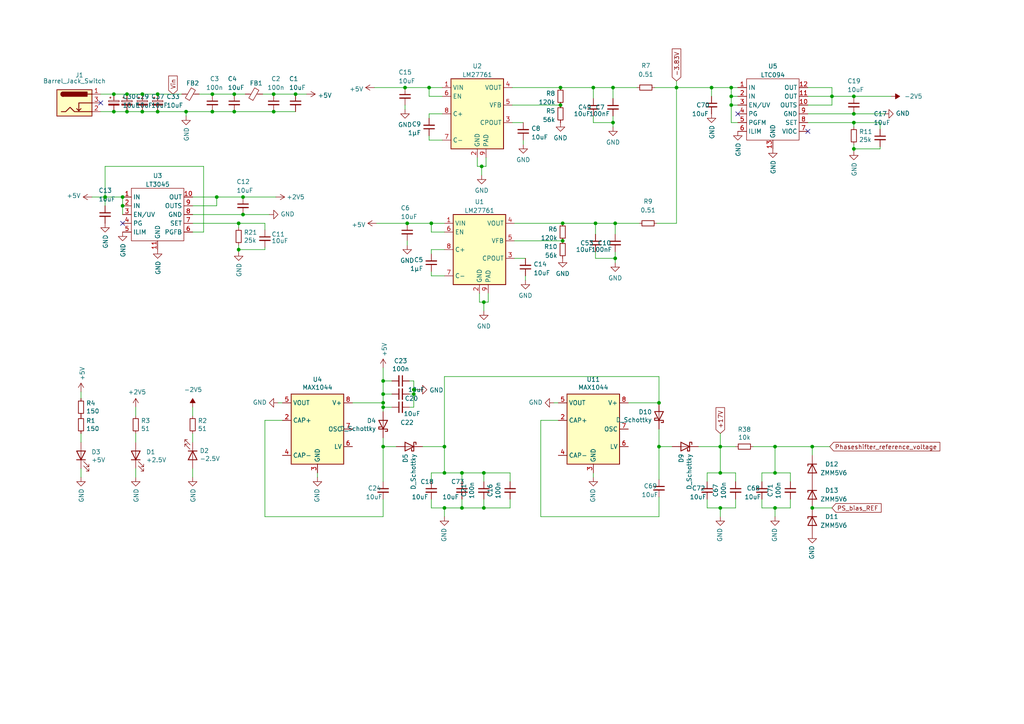
<source format=kicad_sch>
(kicad_sch (version 20211123) (generator eeschema)

  (uuid 96abfc05-a7f5-42ba-8970-ebbf9672ce3e)

  (paper "A4")

  (lib_symbols
    (symbol "Connector:Barrel_Jack_Switch" (pin_names hide) (in_bom yes) (on_board yes)
      (property "Reference" "J" (id 0) (at 0 5.334 0)
        (effects (font (size 1.27 1.27)))
      )
      (property "Value" "Barrel_Jack_Switch" (id 1) (at 0 -5.08 0)
        (effects (font (size 1.27 1.27)))
      )
      (property "Footprint" "" (id 2) (at 1.27 -1.016 0)
        (effects (font (size 1.27 1.27)) hide)
      )
      (property "Datasheet" "~" (id 3) (at 1.27 -1.016 0)
        (effects (font (size 1.27 1.27)) hide)
      )
      (property "ki_keywords" "DC power barrel jack connector" (id 4) (at 0 0 0)
        (effects (font (size 1.27 1.27)) hide)
      )
      (property "ki_description" "DC Barrel Jack with an internal switch" (id 5) (at 0 0 0)
        (effects (font (size 1.27 1.27)) hide)
      )
      (property "ki_fp_filters" "BarrelJack*" (id 6) (at 0 0 0)
        (effects (font (size 1.27 1.27)) hide)
      )
      (symbol "Barrel_Jack_Switch_0_1"
        (rectangle (start -5.08 3.81) (end 5.08 -3.81)
          (stroke (width 0.254) (type default) (color 0 0 0 0))
          (fill (type background))
        )
        (arc (start -3.302 3.175) (mid -3.937 2.54) (end -3.302 1.905)
          (stroke (width 0.254) (type default) (color 0 0 0 0))
          (fill (type none))
        )
        (arc (start -3.302 3.175) (mid -3.937 2.54) (end -3.302 1.905)
          (stroke (width 0.254) (type default) (color 0 0 0 0))
          (fill (type outline))
        )
        (polyline
          (pts
            (xy 1.27 -2.286)
            (xy 1.905 -1.651)
          )
          (stroke (width 0.254) (type default) (color 0 0 0 0))
          (fill (type none))
        )
        (polyline
          (pts
            (xy 5.08 2.54)
            (xy 3.81 2.54)
          )
          (stroke (width 0.254) (type default) (color 0 0 0 0))
          (fill (type none))
        )
        (polyline
          (pts
            (xy 5.08 0)
            (xy 1.27 0)
            (xy 1.27 -2.286)
            (xy 0.635 -1.651)
          )
          (stroke (width 0.254) (type default) (color 0 0 0 0))
          (fill (type none))
        )
        (polyline
          (pts
            (xy -3.81 -2.54)
            (xy -2.54 -2.54)
            (xy -1.27 -1.27)
            (xy 0 -2.54)
            (xy 2.54 -2.54)
            (xy 5.08 -2.54)
          )
          (stroke (width 0.254) (type default) (color 0 0 0 0))
          (fill (type none))
        )
        (rectangle (start 3.683 3.175) (end -3.302 1.905)
          (stroke (width 0.254) (type default) (color 0 0 0 0))
          (fill (type outline))
        )
      )
      (symbol "Barrel_Jack_Switch_1_1"
        (pin passive line (at 7.62 2.54 180) (length 2.54)
          (name "~" (effects (font (size 1.27 1.27))))
          (number "1" (effects (font (size 1.27 1.27))))
        )
        (pin passive line (at 7.62 -2.54 180) (length 2.54)
          (name "~" (effects (font (size 1.27 1.27))))
          (number "2" (effects (font (size 1.27 1.27))))
        )
        (pin passive line (at 7.62 0 180) (length 2.54)
          (name "~" (effects (font (size 1.27 1.27))))
          (number "3" (effects (font (size 1.27 1.27))))
        )
      )
    )
    (symbol "Device:C_Polarized_Small" (pin_numbers hide) (pin_names (offset 0.254) hide) (in_bom yes) (on_board yes)
      (property "Reference" "C" (id 0) (at 0.254 1.778 0)
        (effects (font (size 1.27 1.27)) (justify left))
      )
      (property "Value" "C_Polarized_Small" (id 1) (at 0.254 -2.032 0)
        (effects (font (size 1.27 1.27)) (justify left))
      )
      (property "Footprint" "" (id 2) (at 0 0 0)
        (effects (font (size 1.27 1.27)) hide)
      )
      (property "Datasheet" "~" (id 3) (at 0 0 0)
        (effects (font (size 1.27 1.27)) hide)
      )
      (property "ki_keywords" "cap capacitor" (id 4) (at 0 0 0)
        (effects (font (size 1.27 1.27)) hide)
      )
      (property "ki_description" "Polarized capacitor, small symbol" (id 5) (at 0 0 0)
        (effects (font (size 1.27 1.27)) hide)
      )
      (property "ki_fp_filters" "CP_*" (id 6) (at 0 0 0)
        (effects (font (size 1.27 1.27)) hide)
      )
      (symbol "C_Polarized_Small_0_1"
        (rectangle (start -1.524 -0.3048) (end 1.524 -0.6858)
          (stroke (width 0) (type default) (color 0 0 0 0))
          (fill (type outline))
        )
        (rectangle (start -1.524 0.6858) (end 1.524 0.3048)
          (stroke (width 0) (type default) (color 0 0 0 0))
          (fill (type none))
        )
        (polyline
          (pts
            (xy -1.27 1.524)
            (xy -0.762 1.524)
          )
          (stroke (width 0) (type default) (color 0 0 0 0))
          (fill (type none))
        )
        (polyline
          (pts
            (xy -1.016 1.27)
            (xy -1.016 1.778)
          )
          (stroke (width 0) (type default) (color 0 0 0 0))
          (fill (type none))
        )
      )
      (symbol "C_Polarized_Small_1_1"
        (pin passive line (at 0 2.54 270) (length 1.8542)
          (name "~" (effects (font (size 1.27 1.27))))
          (number "1" (effects (font (size 1.27 1.27))))
        )
        (pin passive line (at 0 -2.54 90) (length 1.8542)
          (name "~" (effects (font (size 1.27 1.27))))
          (number "2" (effects (font (size 1.27 1.27))))
        )
      )
    )
    (symbol "Device:C_Small" (pin_numbers hide) (pin_names (offset 0.254) hide) (in_bom yes) (on_board yes)
      (property "Reference" "C" (id 0) (at 0.254 1.778 0)
        (effects (font (size 1.27 1.27)) (justify left))
      )
      (property "Value" "C_Small" (id 1) (at 0.254 -2.032 0)
        (effects (font (size 1.27 1.27)) (justify left))
      )
      (property "Footprint" "" (id 2) (at 0 0 0)
        (effects (font (size 1.27 1.27)) hide)
      )
      (property "Datasheet" "~" (id 3) (at 0 0 0)
        (effects (font (size 1.27 1.27)) hide)
      )
      (property "ki_keywords" "capacitor cap" (id 4) (at 0 0 0)
        (effects (font (size 1.27 1.27)) hide)
      )
      (property "ki_description" "Unpolarized capacitor, small symbol" (id 5) (at 0 0 0)
        (effects (font (size 1.27 1.27)) hide)
      )
      (property "ki_fp_filters" "C_*" (id 6) (at 0 0 0)
        (effects (font (size 1.27 1.27)) hide)
      )
      (symbol "C_Small_0_1"
        (polyline
          (pts
            (xy -1.524 -0.508)
            (xy 1.524 -0.508)
          )
          (stroke (width 0.3302) (type default) (color 0 0 0 0))
          (fill (type none))
        )
        (polyline
          (pts
            (xy -1.524 0.508)
            (xy 1.524 0.508)
          )
          (stroke (width 0.3048) (type default) (color 0 0 0 0))
          (fill (type none))
        )
      )
      (symbol "C_Small_1_1"
        (pin passive line (at 0 2.54 270) (length 2.032)
          (name "~" (effects (font (size 1.27 1.27))))
          (number "1" (effects (font (size 1.27 1.27))))
        )
        (pin passive line (at 0 -2.54 90) (length 2.032)
          (name "~" (effects (font (size 1.27 1.27))))
          (number "2" (effects (font (size 1.27 1.27))))
        )
      )
    )
    (symbol "Device:D_Schottky" (pin_numbers hide) (pin_names (offset 1.016) hide) (in_bom yes) (on_board yes)
      (property "Reference" "D" (id 0) (at 0 2.54 0)
        (effects (font (size 1.27 1.27)))
      )
      (property "Value" "D_Schottky" (id 1) (at 0 -2.54 0)
        (effects (font (size 1.27 1.27)))
      )
      (property "Footprint" "" (id 2) (at 0 0 0)
        (effects (font (size 1.27 1.27)) hide)
      )
      (property "Datasheet" "~" (id 3) (at 0 0 0)
        (effects (font (size 1.27 1.27)) hide)
      )
      (property "ki_keywords" "diode Schottky" (id 4) (at 0 0 0)
        (effects (font (size 1.27 1.27)) hide)
      )
      (property "ki_description" "Schottky diode" (id 5) (at 0 0 0)
        (effects (font (size 1.27 1.27)) hide)
      )
      (property "ki_fp_filters" "TO-???* *_Diode_* *SingleDiode* D_*" (id 6) (at 0 0 0)
        (effects (font (size 1.27 1.27)) hide)
      )
      (symbol "D_Schottky_0_1"
        (polyline
          (pts
            (xy 1.27 0)
            (xy -1.27 0)
          )
          (stroke (width 0) (type default) (color 0 0 0 0))
          (fill (type none))
        )
        (polyline
          (pts
            (xy 1.27 1.27)
            (xy 1.27 -1.27)
            (xy -1.27 0)
            (xy 1.27 1.27)
          )
          (stroke (width 0.254) (type default) (color 0 0 0 0))
          (fill (type none))
        )
        (polyline
          (pts
            (xy -1.905 0.635)
            (xy -1.905 1.27)
            (xy -1.27 1.27)
            (xy -1.27 -1.27)
            (xy -0.635 -1.27)
            (xy -0.635 -0.635)
          )
          (stroke (width 0.254) (type default) (color 0 0 0 0))
          (fill (type none))
        )
      )
      (symbol "D_Schottky_1_1"
        (pin passive line (at -3.81 0 0) (length 2.54)
          (name "K" (effects (font (size 1.27 1.27))))
          (number "1" (effects (font (size 1.27 1.27))))
        )
        (pin passive line (at 3.81 0 180) (length 2.54)
          (name "A" (effects (font (size 1.27 1.27))))
          (number "2" (effects (font (size 1.27 1.27))))
        )
      )
    )
    (symbol "Device:LED" (pin_numbers hide) (pin_names (offset 1.016) hide) (in_bom yes) (on_board yes)
      (property "Reference" "D" (id 0) (at 0 2.54 0)
        (effects (font (size 1.27 1.27)))
      )
      (property "Value" "LED" (id 1) (at 0 -2.54 0)
        (effects (font (size 1.27 1.27)))
      )
      (property "Footprint" "" (id 2) (at 0 0 0)
        (effects (font (size 1.27 1.27)) hide)
      )
      (property "Datasheet" "~" (id 3) (at 0 0 0)
        (effects (font (size 1.27 1.27)) hide)
      )
      (property "ki_keywords" "LED diode" (id 4) (at 0 0 0)
        (effects (font (size 1.27 1.27)) hide)
      )
      (property "ki_description" "Light emitting diode" (id 5) (at 0 0 0)
        (effects (font (size 1.27 1.27)) hide)
      )
      (property "ki_fp_filters" "LED* LED_SMD:* LED_THT:*" (id 6) (at 0 0 0)
        (effects (font (size 1.27 1.27)) hide)
      )
      (symbol "LED_0_1"
        (polyline
          (pts
            (xy -1.27 -1.27)
            (xy -1.27 1.27)
          )
          (stroke (width 0.254) (type default) (color 0 0 0 0))
          (fill (type none))
        )
        (polyline
          (pts
            (xy -1.27 0)
            (xy 1.27 0)
          )
          (stroke (width 0) (type default) (color 0 0 0 0))
          (fill (type none))
        )
        (polyline
          (pts
            (xy 1.27 -1.27)
            (xy 1.27 1.27)
            (xy -1.27 0)
            (xy 1.27 -1.27)
          )
          (stroke (width 0.254) (type default) (color 0 0 0 0))
          (fill (type none))
        )
        (polyline
          (pts
            (xy -3.048 -0.762)
            (xy -4.572 -2.286)
            (xy -3.81 -2.286)
            (xy -4.572 -2.286)
            (xy -4.572 -1.524)
          )
          (stroke (width 0) (type default) (color 0 0 0 0))
          (fill (type none))
        )
        (polyline
          (pts
            (xy -1.778 -0.762)
            (xy -3.302 -2.286)
            (xy -2.54 -2.286)
            (xy -3.302 -2.286)
            (xy -3.302 -1.524)
          )
          (stroke (width 0) (type default) (color 0 0 0 0))
          (fill (type none))
        )
      )
      (symbol "LED_1_1"
        (pin passive line (at -3.81 0 0) (length 2.54)
          (name "K" (effects (font (size 1.27 1.27))))
          (number "1" (effects (font (size 1.27 1.27))))
        )
        (pin passive line (at 3.81 0 180) (length 2.54)
          (name "A" (effects (font (size 1.27 1.27))))
          (number "2" (effects (font (size 1.27 1.27))))
        )
      )
    )
    (symbol "Device:R_Small" (pin_numbers hide) (pin_names (offset 0.254) hide) (in_bom yes) (on_board yes)
      (property "Reference" "R" (id 0) (at 0.762 0.508 0)
        (effects (font (size 1.27 1.27)) (justify left))
      )
      (property "Value" "R_Small" (id 1) (at 0.762 -1.016 0)
        (effects (font (size 1.27 1.27)) (justify left))
      )
      (property "Footprint" "" (id 2) (at 0 0 0)
        (effects (font (size 1.27 1.27)) hide)
      )
      (property "Datasheet" "~" (id 3) (at 0 0 0)
        (effects (font (size 1.27 1.27)) hide)
      )
      (property "ki_keywords" "R resistor" (id 4) (at 0 0 0)
        (effects (font (size 1.27 1.27)) hide)
      )
      (property "ki_description" "Resistor, small symbol" (id 5) (at 0 0 0)
        (effects (font (size 1.27 1.27)) hide)
      )
      (property "ki_fp_filters" "R_*" (id 6) (at 0 0 0)
        (effects (font (size 1.27 1.27)) hide)
      )
      (symbol "R_Small_0_1"
        (rectangle (start -0.762 1.778) (end 0.762 -1.778)
          (stroke (width 0.2032) (type default) (color 0 0 0 0))
          (fill (type none))
        )
      )
      (symbol "R_Small_1_1"
        (pin passive line (at 0 2.54 270) (length 0.762)
          (name "~" (effects (font (size 1.27 1.27))))
          (number "1" (effects (font (size 1.27 1.27))))
        )
        (pin passive line (at 0 -2.54 90) (length 0.762)
          (name "~" (effects (font (size 1.27 1.27))))
          (number "2" (effects (font (size 1.27 1.27))))
        )
      )
    )
    (symbol "Diode:ZMMxx" (pin_numbers hide) (pin_names hide) (in_bom yes) (on_board yes)
      (property "Reference" "D" (id 0) (at 0 2.54 0)
        (effects (font (size 1.27 1.27)))
      )
      (property "Value" "ZMMxx" (id 1) (at 0 -2.54 0)
        (effects (font (size 1.27 1.27)))
      )
      (property "Footprint" "Diode_SMD:D_MiniMELF" (id 2) (at 0 -4.445 0)
        (effects (font (size 1.27 1.27)) hide)
      )
      (property "Datasheet" "https://diotec.com/tl_files/diotec/files/pdf/datasheets/zmm1.pdf" (id 3) (at 0 0 0)
        (effects (font (size 1.27 1.27)) hide)
      )
      (property "ki_keywords" "zener diode" (id 4) (at 0 0 0)
        (effects (font (size 1.27 1.27)) hide)
      )
      (property "ki_description" "500mW Zener Diode, MiniMELF" (id 5) (at 0 0 0)
        (effects (font (size 1.27 1.27)) hide)
      )
      (property "ki_fp_filters" "D*MiniMELF*" (id 6) (at 0 0 0)
        (effects (font (size 1.27 1.27)) hide)
      )
      (symbol "ZMMxx_0_1"
        (polyline
          (pts
            (xy 1.27 0)
            (xy -1.27 0)
          )
          (stroke (width 0) (type default) (color 0 0 0 0))
          (fill (type none))
        )
        (polyline
          (pts
            (xy -1.27 -1.27)
            (xy -1.27 1.27)
            (xy -0.762 1.27)
          )
          (stroke (width 0.254) (type default) (color 0 0 0 0))
          (fill (type none))
        )
        (polyline
          (pts
            (xy 1.27 -1.27)
            (xy 1.27 1.27)
            (xy -1.27 0)
            (xy 1.27 -1.27)
          )
          (stroke (width 0.254) (type default) (color 0 0 0 0))
          (fill (type none))
        )
      )
      (symbol "ZMMxx_1_1"
        (pin passive line (at -3.81 0 0) (length 2.54)
          (name "K" (effects (font (size 1.27 1.27))))
          (number "1" (effects (font (size 1.27 1.27))))
        )
        (pin passive line (at 3.81 0 180) (length 2.54)
          (name "A" (effects (font (size 1.27 1.27))))
          (number "2" (effects (font (size 1.27 1.27))))
        )
      )
    )
    (symbol "LTC3045:LTC3045" (in_bom yes) (on_board yes)
      (property "Reference" "U" (id 0) (at 0 12.7 0)
        (effects (font (size 1.27 1.27)))
      )
      (property "Value" "LTC3045" (id 1) (at 0 10.16 0)
        (effects (font (size 1.27 1.27)))
      )
      (property "Footprint" "" (id 2) (at 0 5.08 0)
        (effects (font (size 1.27 1.27)) hide)
      )
      (property "Datasheet" "" (id 3) (at 0 5.08 0)
        (effects (font (size 1.27 1.27)) hide)
      )
      (symbol "LTC3045_0_1"
        (rectangle (start -7.62 7.62) (end 7.62 -7.62)
          (stroke (width 0.1524) (type default) (color 0 0 0 0))
          (fill (type none))
        )
      )
      (symbol "LTC3045_1_1"
        (pin input line (at -10.16 5.08 0) (length 2.54)
          (name "IN" (effects (font (size 1.27 1.27))))
          (number "1" (effects (font (size 1.27 1.27))))
        )
        (pin input line (at 10.16 5.08 180) (length 2.54)
          (name "OUT" (effects (font (size 1.27 1.27))))
          (number "10" (effects (font (size 1.27 1.27))))
        )
        (pin input line (at 0 -10.16 90) (length 2.54)
          (name "GND" (effects (font (size 1.27 1.27))))
          (number "11" (effects (font (size 1.27 1.27))))
        )
        (pin input line (at -10.16 2.54 0) (length 2.54)
          (name "IN" (effects (font (size 1.27 1.27))))
          (number "2" (effects (font (size 1.27 1.27))))
        )
        (pin input line (at -10.16 0 0) (length 2.54)
          (name "EN/UV" (effects (font (size 1.27 1.27))))
          (number "3" (effects (font (size 1.27 1.27))))
        )
        (pin input line (at -10.16 -2.54 0) (length 2.54)
          (name "PG" (effects (font (size 1.27 1.27))))
          (number "4" (effects (font (size 1.27 1.27))))
        )
        (pin input line (at -10.16 -5.08 0) (length 2.54)
          (name "ILIM" (effects (font (size 1.27 1.27))))
          (number "5" (effects (font (size 1.27 1.27))))
        )
        (pin input line (at 10.16 -5.08 180) (length 2.54)
          (name "PGFB" (effects (font (size 1.27 1.27))))
          (number "6" (effects (font (size 1.27 1.27))))
        )
        (pin input line (at 10.16 -2.54 180) (length 2.54)
          (name "SET" (effects (font (size 1.27 1.27))))
          (number "7" (effects (font (size 1.27 1.27))))
        )
        (pin input line (at 10.16 0 180) (length 2.54)
          (name "GND" (effects (font (size 1.27 1.27))))
          (number "8" (effects (font (size 1.27 1.27))))
        )
        (pin input line (at 10.16 2.54 180) (length 2.54)
          (name "OUTS" (effects (font (size 1.27 1.27))))
          (number "9" (effects (font (size 1.27 1.27))))
        )
      )
    )
    (symbol "LTC3094:LTC3094" (in_bom yes) (on_board yes)
      (property "Reference" "U" (id 0) (at 0 12.7 0)
        (effects (font (size 1.27 1.27)))
      )
      (property "Value" "LTC3094" (id 1) (at 0 10.16 0)
        (effects (font (size 1.27 1.27)))
      )
      (property "Footprint" "" (id 2) (at 0 0 0)
        (effects (font (size 1.27 1.27)) hide)
      )
      (property "Datasheet" "" (id 3) (at 0 0 0)
        (effects (font (size 1.27 1.27)) hide)
      )
      (symbol "LTC3094_0_1"
        (rectangle (start -7.62 7.62) (end 7.62 -10.16)
          (stroke (width 0.1524) (type default) (color 0 0 0 0))
          (fill (type none))
        )
      )
      (symbol "LTC3094_1_1"
        (pin input line (at -10.16 5.08 0) (length 2.54)
          (name "IN" (effects (font (size 1.27 1.27))))
          (number "1" (effects (font (size 1.27 1.27))))
        )
        (pin input line (at 10.16 0 180) (length 2.54)
          (name "OUTS" (effects (font (size 1.27 1.27))))
          (number "10" (effects (font (size 1.27 1.27))))
        )
        (pin input line (at 10.16 2.54 180) (length 2.54)
          (name "OUT" (effects (font (size 1.27 1.27))))
          (number "11" (effects (font (size 1.27 1.27))))
        )
        (pin input line (at 10.16 5.08 180) (length 2.54)
          (name "OUT" (effects (font (size 1.27 1.27))))
          (number "12" (effects (font (size 1.27 1.27))))
        )
        (pin input line (at 0 -12.7 90) (length 2.54)
          (name "GND" (effects (font (size 1.27 1.27))))
          (number "13" (effects (font (size 1.27 1.27))))
        )
        (pin input line (at -10.16 2.54 0) (length 2.54)
          (name "IN" (effects (font (size 1.27 1.27))))
          (number "2" (effects (font (size 1.27 1.27))))
        )
        (pin input line (at -10.16 0 0) (length 2.54)
          (name "EN/UV" (effects (font (size 1.27 1.27))))
          (number "3" (effects (font (size 1.27 1.27))))
        )
        (pin input line (at -10.16 -2.54 0) (length 2.54)
          (name "PG" (effects (font (size 1.27 1.27))))
          (number "4" (effects (font (size 1.27 1.27))))
        )
        (pin input line (at -10.16 -5.08 0) (length 2.54)
          (name "PGFM" (effects (font (size 1.27 1.27))))
          (number "5" (effects (font (size 1.27 1.27))))
        )
        (pin input line (at -10.16 -7.62 0) (length 2.54)
          (name "ILIM" (effects (font (size 1.27 1.27))))
          (number "6" (effects (font (size 1.27 1.27))))
        )
        (pin input line (at 10.16 -7.62 180) (length 2.54)
          (name "VIOC" (effects (font (size 1.27 1.27))))
          (number "7" (effects (font (size 1.27 1.27))))
        )
        (pin input line (at 10.16 -5.08 180) (length 2.54)
          (name "SET" (effects (font (size 1.27 1.27))))
          (number "8" (effects (font (size 1.27 1.27))))
        )
        (pin input line (at 10.16 -2.54 180) (length 2.54)
          (name "GND" (effects (font (size 1.27 1.27))))
          (number "9" (effects (font (size 1.27 1.27))))
        )
      )
    )
    (symbol "Regulator_SwitchedCapacitor:LM27761" (in_bom yes) (on_board yes)
      (property "Reference" "U" (id 0) (at -6.35 11.43 0)
        (effects (font (size 1.27 1.27)))
      )
      (property "Value" "LM27761" (id 1) (at 3.302 11.43 0)
        (effects (font (size 1.27 1.27)))
      )
      (property "Footprint" "Package_SON:WSON-8-1EP_2x2mm_P0.5mm_EP0.9x1.6mm" (id 2) (at 3.81 -12.7 0)
        (effects (font (size 1.27 1.27)) (justify left) hide)
      )
      (property "Datasheet" "http://www.ti.com/lit/ds/symlink/lm27761.pdf" (id 3) (at 63.5 -10.16 0)
        (effects (font (size 1.27 1.27)) hide)
      )
      (property "ki_keywords" "low-noise switched capacitor voltage converter invert" (id 4) (at 0 0 0)
        (effects (font (size 1.27 1.27)) hide)
      )
      (property "ki_description" "low-noise regulated switched-capacitor voltage inverter with 2.7V-5.5V input to -1.5 to -5V Output Voltage, WSON-8" (id 5) (at 0 0 0)
        (effects (font (size 1.27 1.27)) hide)
      )
      (property "ki_fp_filters" "WSON*1EP?2x2mm*P0.5mm*" (id 6) (at 0 0 0)
        (effects (font (size 1.27 1.27)) hide)
      )
      (symbol "LM27761_0_1"
        (rectangle (start -7.62 10.16) (end 7.62 -10.16)
          (stroke (width 0.254) (type default) (color 0 0 0 0))
          (fill (type background))
        )
      )
      (symbol "LM27761_1_1"
        (pin power_in line (at -10.16 7.62 0) (length 2.54)
          (name "VIN" (effects (font (size 1.27 1.27))))
          (number "1" (effects (font (size 1.27 1.27))))
        )
        (pin power_in line (at 0 -12.7 90) (length 2.54)
          (name "GND" (effects (font (size 1.27 1.27))))
          (number "2" (effects (font (size 1.27 1.27))))
        )
        (pin power_out line (at 10.16 -2.54 180) (length 2.54)
          (name "CPOUT" (effects (font (size 1.27 1.27))))
          (number "3" (effects (font (size 1.27 1.27))))
        )
        (pin power_out line (at 10.16 7.62 180) (length 2.54)
          (name "VOUT" (effects (font (size 1.27 1.27))))
          (number "4" (effects (font (size 1.27 1.27))))
        )
        (pin input line (at 10.16 2.54 180) (length 2.54)
          (name "VFB" (effects (font (size 1.27 1.27))))
          (number "5" (effects (font (size 1.27 1.27))))
        )
        (pin input line (at -10.16 5.08 0) (length 2.54)
          (name "EN" (effects (font (size 1.27 1.27))))
          (number "6" (effects (font (size 1.27 1.27))))
        )
        (pin passive line (at -10.16 -7.62 0) (length 2.54)
          (name "C-" (effects (font (size 1.27 1.27))))
          (number "7" (effects (font (size 1.27 1.27))))
        )
        (pin passive line (at -10.16 0 0) (length 2.54)
          (name "C+" (effects (font (size 1.27 1.27))))
          (number "8" (effects (font (size 1.27 1.27))))
        )
        (pin power_in line (at 2.54 -12.7 90) (length 2.54)
          (name "PAD" (effects (font (size 1.27 1.27))))
          (number "9" (effects (font (size 1.27 1.27))))
        )
      )
    )
    (symbol "Regulator_SwitchedCapacitor:MAX1044" (in_bom yes) (on_board yes)
      (property "Reference" "U" (id 0) (at -6.35 11.43 0)
        (effects (font (size 1.27 1.27)))
      )
      (property "Value" "MAX1044" (id 1) (at 3.81 11.43 0)
        (effects (font (size 1.27 1.27)))
      )
      (property "Footprint" "" (id 2) (at 2.54 -2.54 0)
        (effects (font (size 1.27 1.27)) hide)
      )
      (property "Datasheet" "http://datasheets.maximintegrated.com/en/ds/ICL7660-MAX1044.pdf" (id 3) (at 2.54 -2.54 0)
        (effects (font (size 1.27 1.27)) hide)
      )
      (property "ki_keywords" "monolithic CMOS switched capacitor voltage converter invert double divide multiply boost" (id 4) (at 0 0 0)
        (effects (font (size 1.27 1.27)) hide)
      )
      (property "ki_description" "Switched-Capacitor Voltage Converter, 1.5V to 10.0V operating supply voltage, 10mA with a 0.5V output drop, SO-8/DIP-8/µMAX-8/TO-99" (id 5) (at 0 0 0)
        (effects (font (size 1.27 1.27)) hide)
      )
      (property "ki_fp_filters" "DIP*W7.62mm* SOIC*3.9x4.9mm* MSOP*3x3mm*P0.65mm* TO?99*" (id 6) (at 0 0 0)
        (effects (font (size 1.27 1.27)) hide)
      )
      (symbol "MAX1044_0_1"
        (rectangle (start -7.62 10.16) (end 7.62 -10.16)
          (stroke (width 0.254) (type default) (color 0 0 0 0))
          (fill (type background))
        )
      )
      (symbol "MAX1044_1_1"
        (pin no_connect line (at -7.62 5.08 0) (length 2.54) hide
          (name "NC" (effects (font (size 1.27 1.27))))
          (number "1" (effects (font (size 1.27 1.27))))
        )
        (pin input line (at 10.16 2.54 180) (length 2.54)
          (name "CAP+" (effects (font (size 1.27 1.27))))
          (number "2" (effects (font (size 1.27 1.27))))
        )
        (pin power_in line (at 0 -12.7 90) (length 2.54)
          (name "GND" (effects (font (size 1.27 1.27))))
          (number "3" (effects (font (size 1.27 1.27))))
        )
        (pin input line (at 10.16 -7.62 180) (length 2.54)
          (name "CAP-" (effects (font (size 1.27 1.27))))
          (number "4" (effects (font (size 1.27 1.27))))
        )
        (pin power_out line (at 10.16 7.62 180) (length 2.54)
          (name "VOUT" (effects (font (size 1.27 1.27))))
          (number "5" (effects (font (size 1.27 1.27))))
        )
        (pin input line (at -10.16 -5.08 0) (length 2.54)
          (name "LV" (effects (font (size 1.27 1.27))))
          (number "6" (effects (font (size 1.27 1.27))))
        )
        (pin input line (at -10.16 0 0) (length 2.54)
          (name "OSC" (effects (font (size 1.27 1.27))))
          (number "7" (effects (font (size 1.27 1.27))))
        )
        (pin power_in line (at -10.16 7.62 0) (length 2.54)
          (name "V+" (effects (font (size 1.27 1.27))))
          (number "8" (effects (font (size 1.27 1.27))))
        )
      )
    )
    (symbol "SRSDetV5-rescue:Ferrite_Bead_Small-Device" (pin_numbers hide) (pin_names (offset 0)) (in_bom yes) (on_board yes)
      (property "Reference" "FB" (id 0) (at 1.905 1.27 0)
        (effects (font (size 1.27 1.27)) (justify left))
      )
      (property "Value" "Ferrite_Bead_Small-Device" (id 1) (at 1.905 -1.27 0)
        (effects (font (size 1.27 1.27)) (justify left))
      )
      (property "Footprint" "" (id 2) (at -1.778 0 90)
        (effects (font (size 1.27 1.27)) hide)
      )
      (property "Datasheet" "" (id 3) (at 0 0 0)
        (effects (font (size 1.27 1.27)) hide)
      )
      (property "ki_fp_filters" "Inductor_* L_* *Ferrite*" (id 4) (at 0 0 0)
        (effects (font (size 1.27 1.27)) hide)
      )
      (symbol "Ferrite_Bead_Small-Device_0_1"
        (polyline
          (pts
            (xy 0 -1.27)
            (xy 0 -0.7874)
          )
          (stroke (width 0) (type default) (color 0 0 0 0))
          (fill (type none))
        )
        (polyline
          (pts
            (xy 0 0.889)
            (xy 0 1.2954)
          )
          (stroke (width 0) (type default) (color 0 0 0 0))
          (fill (type none))
        )
        (polyline
          (pts
            (xy -1.8288 0.2794)
            (xy -1.1176 1.4986)
            (xy 1.8288 -0.2032)
            (xy 1.1176 -1.4224)
            (xy -1.8288 0.2794)
          )
          (stroke (width 0) (type default) (color 0 0 0 0))
          (fill (type none))
        )
      )
      (symbol "Ferrite_Bead_Small-Device_1_1"
        (pin passive line (at 0 2.54 270) (length 1.27)
          (name "~" (effects (font (size 1.27 1.27))))
          (number "1" (effects (font (size 1.27 1.27))))
        )
        (pin passive line (at 0 -2.54 90) (length 1.27)
          (name "~" (effects (font (size 1.27 1.27))))
          (number "2" (effects (font (size 1.27 1.27))))
        )
      )
    )
    (symbol "power:+2V5" (power) (pin_names (offset 0)) (in_bom yes) (on_board yes)
      (property "Reference" "#PWR" (id 0) (at 0 -3.81 0)
        (effects (font (size 1.27 1.27)) hide)
      )
      (property "Value" "+2V5" (id 1) (at 0 3.556 0)
        (effects (font (size 1.27 1.27)))
      )
      (property "Footprint" "" (id 2) (at 0 0 0)
        (effects (font (size 1.27 1.27)) hide)
      )
      (property "Datasheet" "" (id 3) (at 0 0 0)
        (effects (font (size 1.27 1.27)) hide)
      )
      (property "ki_keywords" "power-flag" (id 4) (at 0 0 0)
        (effects (font (size 1.27 1.27)) hide)
      )
      (property "ki_description" "Power symbol creates a global label with name \"+2V5\"" (id 5) (at 0 0 0)
        (effects (font (size 1.27 1.27)) hide)
      )
      (symbol "+2V5_0_1"
        (polyline
          (pts
            (xy -0.762 1.27)
            (xy 0 2.54)
          )
          (stroke (width 0) (type default) (color 0 0 0 0))
          (fill (type none))
        )
        (polyline
          (pts
            (xy 0 0)
            (xy 0 2.54)
          )
          (stroke (width 0) (type default) (color 0 0 0 0))
          (fill (type none))
        )
        (polyline
          (pts
            (xy 0 2.54)
            (xy 0.762 1.27)
          )
          (stroke (width 0) (type default) (color 0 0 0 0))
          (fill (type none))
        )
      )
      (symbol "+2V5_1_1"
        (pin power_in line (at 0 0 90) (length 0) hide
          (name "+2V5" (effects (font (size 1.27 1.27))))
          (number "1" (effects (font (size 1.27 1.27))))
        )
      )
    )
    (symbol "power:+5V" (power) (pin_names (offset 0)) (in_bom yes) (on_board yes)
      (property "Reference" "#PWR" (id 0) (at 0 -3.81 0)
        (effects (font (size 1.27 1.27)) hide)
      )
      (property "Value" "+5V" (id 1) (at 0 3.556 0)
        (effects (font (size 1.27 1.27)))
      )
      (property "Footprint" "" (id 2) (at 0 0 0)
        (effects (font (size 1.27 1.27)) hide)
      )
      (property "Datasheet" "" (id 3) (at 0 0 0)
        (effects (font (size 1.27 1.27)) hide)
      )
      (property "ki_keywords" "power-flag" (id 4) (at 0 0 0)
        (effects (font (size 1.27 1.27)) hide)
      )
      (property "ki_description" "Power symbol creates a global label with name \"+5V\"" (id 5) (at 0 0 0)
        (effects (font (size 1.27 1.27)) hide)
      )
      (symbol "+5V_0_1"
        (polyline
          (pts
            (xy -0.762 1.27)
            (xy 0 2.54)
          )
          (stroke (width 0) (type default) (color 0 0 0 0))
          (fill (type none))
        )
        (polyline
          (pts
            (xy 0 0)
            (xy 0 2.54)
          )
          (stroke (width 0) (type default) (color 0 0 0 0))
          (fill (type none))
        )
        (polyline
          (pts
            (xy 0 2.54)
            (xy 0.762 1.27)
          )
          (stroke (width 0) (type default) (color 0 0 0 0))
          (fill (type none))
        )
      )
      (symbol "+5V_1_1"
        (pin power_in line (at 0 0 90) (length 0) hide
          (name "+5V" (effects (font (size 1.27 1.27))))
          (number "1" (effects (font (size 1.27 1.27))))
        )
      )
    )
    (symbol "power:-2V5" (power) (pin_names (offset 0)) (in_bom yes) (on_board yes)
      (property "Reference" "#PWR" (id 0) (at 0 2.54 0)
        (effects (font (size 1.27 1.27)) hide)
      )
      (property "Value" "-2V5" (id 1) (at 0 3.81 0)
        (effects (font (size 1.27 1.27)))
      )
      (property "Footprint" "" (id 2) (at 0 0 0)
        (effects (font (size 1.27 1.27)) hide)
      )
      (property "Datasheet" "" (id 3) (at 0 0 0)
        (effects (font (size 1.27 1.27)) hide)
      )
      (property "ki_keywords" "power-flag" (id 4) (at 0 0 0)
        (effects (font (size 1.27 1.27)) hide)
      )
      (property "ki_description" "Power symbol creates a global label with name \"-2V5\"" (id 5) (at 0 0 0)
        (effects (font (size 1.27 1.27)) hide)
      )
      (symbol "-2V5_0_0"
        (pin power_in line (at 0 0 90) (length 0) hide
          (name "-2V5" (effects (font (size 1.27 1.27))))
          (number "1" (effects (font (size 1.27 1.27))))
        )
      )
      (symbol "-2V5_0_1"
        (polyline
          (pts
            (xy 0 0)
            (xy 0 1.27)
            (xy 0.762 1.27)
            (xy 0 2.54)
            (xy -0.762 1.27)
            (xy 0 1.27)
          )
          (stroke (width 0) (type default) (color 0 0 0 0))
          (fill (type outline))
        )
      )
    )
    (symbol "power:GND" (power) (pin_names (offset 0)) (in_bom yes) (on_board yes)
      (property "Reference" "#PWR" (id 0) (at 0 -6.35 0)
        (effects (font (size 1.27 1.27)) hide)
      )
      (property "Value" "GND" (id 1) (at 0 -3.81 0)
        (effects (font (size 1.27 1.27)))
      )
      (property "Footprint" "" (id 2) (at 0 0 0)
        (effects (font (size 1.27 1.27)) hide)
      )
      (property "Datasheet" "" (id 3) (at 0 0 0)
        (effects (font (size 1.27 1.27)) hide)
      )
      (property "ki_keywords" "power-flag" (id 4) (at 0 0 0)
        (effects (font (size 1.27 1.27)) hide)
      )
      (property "ki_description" "Power symbol creates a global label with name \"GND\" , ground" (id 5) (at 0 0 0)
        (effects (font (size 1.27 1.27)) hide)
      )
      (symbol "GND_0_1"
        (polyline
          (pts
            (xy 0 0)
            (xy 0 -1.27)
            (xy 1.27 -1.27)
            (xy 0 -2.54)
            (xy -1.27 -1.27)
            (xy 0 -1.27)
          )
          (stroke (width 0) (type default) (color 0 0 0 0))
          (fill (type none))
        )
      )
      (symbol "GND_1_1"
        (pin power_in line (at 0 0 270) (length 0) hide
          (name "GND" (effects (font (size 1.27 1.27))))
          (number "1" (effects (font (size 1.27 1.27))))
        )
      )
    )
  )

  (junction (at 241.3 27.94) (diameter 0) (color 0 0 0 0)
    (uuid 00828d72-902d-4ac5-a9e5-96d2f0c15eab)
  )
  (junction (at 139.7 48.26) (diameter 0) (color 0 0 0 0)
    (uuid 086ee5d1-d73d-452a-a189-f1877005b794)
  )
  (junction (at 125.095 64.77) (diameter 0) (color 0 0 0 0)
    (uuid 0ce614e7-4f80-4594-bb07-45c431a8062d)
  )
  (junction (at 162.56 30.48) (diameter 0) (color 0 0 0 0)
    (uuid 104404fd-358b-4a72-9c7d-7be74d74f7fd)
  )
  (junction (at 128.905 137.16) (diameter 0) (color 0 0 0 0)
    (uuid 14d7bab6-83eb-4766-b047-d59aead7750f)
  )
  (junction (at 128.905 147.32) (diameter 0) (color 0 0 0 0)
    (uuid 163b340b-d287-4298-bc90-f6f442d74493)
  )
  (junction (at 133.985 147.32) (diameter 0) (color 0 0 0 0)
    (uuid 18d57c17-b777-46d5-9adc-709c48da03df)
  )
  (junction (at 128.905 129.54) (diameter 0) (color 0 0 0 0)
    (uuid 18f51479-1ec1-419f-a292-5ea89607dd38)
  )
  (junction (at 69.215 72.39) (diameter 0) (color 0 0 0 0)
    (uuid 1c83c938-084e-43f1-b739-542ca3bf3296)
  )
  (junction (at 247.65 43.18) (diameter 0) (color 0 0 0 0)
    (uuid 1d6580c4-066a-4139-95fc-4ec8d7fe7408)
  )
  (junction (at 172.085 25.4) (diameter 0) (color 0 0 0 0)
    (uuid 1e4f7d4e-aecf-4032-a73e-20a3eac0ac93)
  )
  (junction (at 111.125 116.84) (diameter 0) (color 0 0 0 0)
    (uuid 20e02c03-1d8b-4062-94ec-99989e1a3d0a)
  )
  (junction (at 33.02 27.305) (diameter 0) (color 0 0 0 0)
    (uuid 26dd9d6e-dea0-4fba-b450-0dca0da22b72)
  )
  (junction (at 224.79 137.16) (diameter 0) (color 0 0 0 0)
    (uuid 2c0923ce-90e5-428e-8f46-e9eb5d347892)
  )
  (junction (at 118.11 64.77) (diameter 0) (color 0 0 0 0)
    (uuid 2d7a4b3c-3010-4de3-9469-7964a79e23fd)
  )
  (junction (at 235.585 147.32) (diameter 0) (color 0 0 0 0)
    (uuid 364e606b-8ac1-4369-b7a1-30f68e824775)
  )
  (junction (at 61.595 32.385) (diameter 0) (color 0 0 0 0)
    (uuid 3ca179bd-524e-4597-8319-3aaef5936273)
  )
  (junction (at 62.865 57.15) (diameter 0) (color 0 0 0 0)
    (uuid 3d9eac2b-30cd-4539-8cd2-fa1ed752800d)
  )
  (junction (at 235.585 129.54) (diameter 0) (color 0 0 0 0)
    (uuid 3e36fb81-5110-4040-830b-b9625ace9bbf)
  )
  (junction (at 79.375 32.385) (diameter 0) (color 0 0 0 0)
    (uuid 3fb63465-772b-4c15-a7ed-26a14e41f885)
  )
  (junction (at 61.595 27.305) (diameter 0) (color 0 0 0 0)
    (uuid 43c13504-3d4c-4336-94cc-c80a7e9d09b4)
  )
  (junction (at 212.09 27.94) (diameter 0) (color 0 0 0 0)
    (uuid 4516e010-0911-4321-ac83-f44ff816cfac)
  )
  (junction (at 35.56 59.69) (diameter 0) (color 0 0 0 0)
    (uuid 4526755e-088c-465a-9855-f7fc276d1055)
  )
  (junction (at 53.975 32.385) (diameter 0) (color 0 0 0 0)
    (uuid 45e9d193-64ea-4d12-a77e-8a55211aa0a1)
  )
  (junction (at 162.56 25.4) (diameter 0) (color 0 0 0 0)
    (uuid 4e8a0394-739a-46a6-8171-35c520d4b59b)
  )
  (junction (at 206.375 25.4) (diameter 0) (color 0 0 0 0)
    (uuid 50dc6554-6f76-4a91-aaa1-f2847cc29996)
  )
  (junction (at 224.79 129.54) (diameter 0) (color 0 0 0 0)
    (uuid 51db7331-0c48-437e-acb0-b9a093d7d6db)
  )
  (junction (at 247.65 27.94) (diameter 0) (color 0 0 0 0)
    (uuid 52172f50-2803-45b8-9c5b-171823be7e80)
  )
  (junction (at 191.135 116.84) (diameter 0) (color 0 0 0 0)
    (uuid 55e064a6-aa99-4858-8d1f-fba7d2d3a258)
  )
  (junction (at 70.485 57.15) (diameter 0) (color 0 0 0 0)
    (uuid 58366ffd-9ab2-4d6d-a50e-761ec5fbaaa9)
  )
  (junction (at 111.125 118.11) (diameter 0) (color 0 0 0 0)
    (uuid 5ee3e10c-730a-4449-985d-73abc86db50d)
  )
  (junction (at 69.215 64.77) (diameter 0) (color 0 0 0 0)
    (uuid 65d434d5-7eb0-464f-a72a-772d5f3d0584)
  )
  (junction (at 212.09 30.48) (diameter 0) (color 0 0 0 0)
    (uuid 680108cc-293b-41e4-9874-0befb4a881fb)
  )
  (junction (at 208.915 147.32) (diameter 0) (color 0 0 0 0)
    (uuid 69e71455-f786-4ff5-8b82-859aa1c7dfb8)
  )
  (junction (at 120.015 114.3) (diameter 0) (color 0 0 0 0)
    (uuid 6a2b97c4-a2fe-4f67-a889-59ee258c2f15)
  )
  (junction (at 124.46 25.4) (diameter 0) (color 0 0 0 0)
    (uuid 6e23f156-8592-4ec8-a4f2-b3a5298fa2b4)
  )
  (junction (at 163.195 64.77) (diameter 0) (color 0 0 0 0)
    (uuid 7212f20c-1865-4e3d-b822-cf165c546ff5)
  )
  (junction (at 79.375 27.305) (diameter 0) (color 0 0 0 0)
    (uuid 738cb53e-5b71-4bb7-bcd5-b853da87f57f)
  )
  (junction (at 85.725 27.305) (diameter 0) (color 0 0 0 0)
    (uuid 74164b4e-0473-4966-8580-8df0b6cbed10)
  )
  (junction (at 178.435 64.77) (diameter 0) (color 0 0 0 0)
    (uuid 7bc63651-e9d6-4c9d-b26a-6ae62943b969)
  )
  (junction (at 35.56 57.15) (diameter 0) (color 0 0 0 0)
    (uuid 7d03f998-757f-4341-92e1-6890d001835d)
  )
  (junction (at 70.485 62.23) (diameter 0) (color 0 0 0 0)
    (uuid 7fc04a4d-d646-4861-8744-fedfe2af7058)
  )
  (junction (at 117.475 25.4) (diameter 0) (color 0 0 0 0)
    (uuid 8319caf2-8154-4ed5-841a-bb63ea4cdb60)
  )
  (junction (at 177.8 35.56) (diameter 0) (color 0 0 0 0)
    (uuid 886e1bcc-21e3-4293-ae61-edecaec4db7c)
  )
  (junction (at 212.09 25.4) (diameter 0) (color 0 0 0 0)
    (uuid 8d02867b-2e2b-4799-86c5-6af9946ad6a0)
  )
  (junction (at 163.195 69.85) (diameter 0) (color 0 0 0 0)
    (uuid 925ca1de-a2a4-40a7-94e9-6742c5551090)
  )
  (junction (at 67.945 27.305) (diameter 0) (color 0 0 0 0)
    (uuid 927c407f-c6ad-4324-9ce1-82f9edc6547d)
  )
  (junction (at 36.83 27.305) (diameter 0) (color 0 0 0 0)
    (uuid 930ffffa-4fa7-4afd-a047-03dba05019ef)
  )
  (junction (at 208.915 129.54) (diameter 0) (color 0 0 0 0)
    (uuid a4a1e1fc-e2e2-4f8b-a993-f5654ecef495)
  )
  (junction (at 177.8 25.4) (diameter 0) (color 0 0 0 0)
    (uuid a92dab69-113e-43e5-832e-2584b32dd031)
  )
  (junction (at 120.015 113.03) (diameter 0) (color 0 0 0 0)
    (uuid b11c3fe1-a2e1-49f7-92b9-d99590e8a57c)
  )
  (junction (at 140.335 137.16) (diameter 0) (color 0 0 0 0)
    (uuid b3ec7cd7-da68-4df4-b994-8fe7f5adbb46)
  )
  (junction (at 133.985 137.16) (diameter 0) (color 0 0 0 0)
    (uuid bbe6dd70-4693-484e-9fd7-a8969f9dcfda)
  )
  (junction (at 191.135 129.54) (diameter 0) (color 0 0 0 0)
    (uuid c11ea404-7fc3-40e2-8fe4-73ee7ecc7aca)
  )
  (junction (at 247.65 33.02) (diameter 0) (color 0 0 0 0)
    (uuid c8161bab-3094-49e2-a618-ceab80377bff)
  )
  (junction (at 208.915 137.16) (diameter 0) (color 0 0 0 0)
    (uuid c9155f76-d2fc-4b00-86c6-805a94103694)
  )
  (junction (at 33.02 32.385) (diameter 0) (color 0 0 0 0)
    (uuid ca24a105-b299-4cdb-9d11-3caf4eb8858b)
  )
  (junction (at 45.72 32.385) (diameter 0) (color 0 0 0 0)
    (uuid d0e6c7f5-c819-470a-92ea-4195212c9d86)
  )
  (junction (at 41.275 27.305) (diameter 0) (color 0 0 0 0)
    (uuid d1224c3c-abc5-45f6-ae69-4cbe92cb759a)
  )
  (junction (at 140.335 87.63) (diameter 0) (color 0 0 0 0)
    (uuid d1e9102d-847e-487a-a9fc-2aae6eaa510f)
  )
  (junction (at 172.72 64.77) (diameter 0) (color 0 0 0 0)
    (uuid da72fc4f-ccbc-4981-b070-e0209fb37ca2)
  )
  (junction (at 111.125 114.3) (diameter 0) (color 0 0 0 0)
    (uuid dbd1ef22-b34a-4224-9bd4-223ee19e7fc5)
  )
  (junction (at 247.65 35.56) (diameter 0) (color 0 0 0 0)
    (uuid e19abb7d-26c0-4935-be0c-744f78e51b26)
  )
  (junction (at 196.215 25.4) (diameter 0) (color 0 0 0 0)
    (uuid e4748312-0ca0-437b-9e7e-177cf4086db9)
  )
  (junction (at 178.435 74.93) (diameter 0) (color 0 0 0 0)
    (uuid e47aaaf2-176c-47fc-880a-7ee897e9dd6e)
  )
  (junction (at 140.335 147.32) (diameter 0) (color 0 0 0 0)
    (uuid e4f9accc-3db9-4828-9345-8457197866aa)
  )
  (junction (at 41.275 32.385) (diameter 0) (color 0 0 0 0)
    (uuid e5c81c16-f0ee-434e-b342-51b6c1327c86)
  )
  (junction (at 45.72 27.305) (diameter 0) (color 0 0 0 0)
    (uuid e6777a3d-428d-4efb-9345-763937bacc5c)
  )
  (junction (at 36.83 32.385) (diameter 0) (color 0 0 0 0)
    (uuid ea789033-f2ad-4c0d-a99f-26e134fdc0a6)
  )
  (junction (at 224.79 147.32) (diameter 0) (color 0 0 0 0)
    (uuid ee19ba67-c17c-4dbf-a762-c29b21f3d692)
  )
  (junction (at 67.945 32.385) (diameter 0) (color 0 0 0 0)
    (uuid f4d0cb47-dc66-4c67-8666-774f52f47b1f)
  )
  (junction (at 111.125 110.49) (diameter 0) (color 0 0 0 0)
    (uuid f55c9e18-079d-47ac-bb48-3be7ce726273)
  )
  (junction (at 30.48 57.15) (diameter 0) (color 0 0 0 0)
    (uuid f8f04787-ef27-4aca-a285-8b1c7b3353e2)
  )
  (junction (at 111.125 129.54) (diameter 0) (color 0 0 0 0)
    (uuid fef2de37-2123-4a80-af07-e8ee479c4df8)
  )

  (no_connect (at 29.21 29.845) (uuid 837f1da1-c297-4591-bc6e-b2da5f018fbd))
  (no_connect (at 234.315 38.1) (uuid 948d596a-2034-4eb2-bc25-bddfb29432a4))
  (no_connect (at 213.995 33.02) (uuid cd044190-5f7c-4d45-9c84-3b15a54a5a24))
  (no_connect (at 35.56 64.77) (uuid f4393063-b347-46b9-9e6d-50f7e67d1a43))

  (wire (pts (xy 177.8 25.4) (xy 177.8 28.575))
    (stroke (width 0) (type default) (color 0 0 0 0))
    (uuid 0078fbf2-0b7f-48a6-acee-5c58b07fba98)
  )
  (wire (pts (xy 124.46 33.02) (xy 124.46 34.29))
    (stroke (width 0) (type default) (color 0 0 0 0))
    (uuid 013c83a2-f633-4742-94e2-f3f8e32a80ea)
  )
  (wire (pts (xy 241.3 27.94) (xy 241.3 25.4))
    (stroke (width 0) (type default) (color 0 0 0 0))
    (uuid 01687b65-44e3-4a41-b48d-d385f9546093)
  )
  (wire (pts (xy 124.46 25.4) (xy 124.46 27.94))
    (stroke (width 0) (type default) (color 0 0 0 0))
    (uuid 05997941-25d4-4856-a402-c7da9d2585c4)
  )
  (wire (pts (xy 148.59 30.48) (xy 162.56 30.48))
    (stroke (width 0) (type default) (color 0 0 0 0))
    (uuid 05deb774-e861-48e4-b7e5-0954011a4887)
  )
  (wire (pts (xy 205.105 137.16) (xy 205.105 139.7))
    (stroke (width 0) (type default) (color 0 0 0 0))
    (uuid 066428f4-9b73-4b75-975b-942365cc84c6)
  )
  (wire (pts (xy 53.975 32.385) (xy 53.975 33.655))
    (stroke (width 0) (type default) (color 0 0 0 0))
    (uuid 06e70c7a-1778-4400-b419-81045e2f3f38)
  )
  (wire (pts (xy 55.88 59.69) (xy 62.865 59.69))
    (stroke (width 0) (type default) (color 0 0 0 0))
    (uuid 06ee5765-0540-4218-ae57-dc9e5e71cc6d)
  )
  (wire (pts (xy 208.915 137.16) (xy 213.36 137.16))
    (stroke (width 0) (type default) (color 0 0 0 0))
    (uuid 07d84adc-bd74-4f63-b888-5b007a8c7b8c)
  )
  (wire (pts (xy 125.095 147.32) (xy 125.095 144.78))
    (stroke (width 0) (type default) (color 0 0 0 0))
    (uuid 09229e2f-e5a3-4146-9445-5e1129b5155b)
  )
  (wire (pts (xy 241.3 27.94) (xy 247.65 27.94))
    (stroke (width 0) (type default) (color 0 0 0 0))
    (uuid 0abd992c-d7fb-4d9e-8feb-809a46ca83ea)
  )
  (wire (pts (xy 152.4 80.01) (xy 152.4 81.28))
    (stroke (width 0) (type default) (color 0 0 0 0))
    (uuid 0b105dc7-5a90-4740-ad34-e83153f60b6b)
  )
  (wire (pts (xy 247.65 41.91) (xy 247.65 43.18))
    (stroke (width 0) (type default) (color 0 0 0 0))
    (uuid 0d7ba143-aa6e-4160-8dc5-5e3d6747f2a6)
  )
  (wire (pts (xy 30.48 48.26) (xy 30.48 57.15))
    (stroke (width 0) (type default) (color 0 0 0 0))
    (uuid 0e075f26-d5e3-4890-aba6-cb065cb46d9a)
  )
  (wire (pts (xy 140.335 87.63) (xy 141.605 87.63))
    (stroke (width 0) (type default) (color 0 0 0 0))
    (uuid 110a80e6-6a45-4568-8e7a-c4d3027d3384)
  )
  (wire (pts (xy 23.495 138.43) (xy 23.495 135.89))
    (stroke (width 0) (type default) (color 0 0 0 0))
    (uuid 1283dd7f-1ea9-449e-bea4-74bf6b0f4ad8)
  )
  (wire (pts (xy 111.125 118.11) (xy 113.665 118.11))
    (stroke (width 0) (type default) (color 0 0 0 0))
    (uuid 1343c637-f332-49c9-992e-5e150aa62334)
  )
  (wire (pts (xy 69.215 72.39) (xy 69.215 73.025))
    (stroke (width 0) (type default) (color 0 0 0 0))
    (uuid 141b833d-83c1-4be8-a8f5-29a5a8d33a98)
  )
  (wire (pts (xy 128.905 129.54) (xy 122.555 129.54))
    (stroke (width 0) (type default) (color 0 0 0 0))
    (uuid 15d0388d-d6a8-40ee-8cf0-ec562296ded0)
  )
  (wire (pts (xy 247.65 27.94) (xy 258.445 27.94))
    (stroke (width 0) (type default) (color 0 0 0 0))
    (uuid 15f4e314-4717-44cf-97e8-d20ba8e67997)
  )
  (wire (pts (xy 235.585 132.08) (xy 235.585 129.54))
    (stroke (width 0) (type default) (color 0 0 0 0))
    (uuid 1709dddb-01af-4b85-a13f-b284a560b4dc)
  )
  (wire (pts (xy 208.915 137.16) (xy 205.105 137.16))
    (stroke (width 0) (type default) (color 0 0 0 0))
    (uuid 18147ee9-ddb1-404d-802c-857b93718af1)
  )
  (wire (pts (xy 128.905 129.54) (xy 128.905 109.22))
    (stroke (width 0) (type default) (color 0 0 0 0))
    (uuid 1818bb33-1065-471b-8a2d-9fdea0b2e1b7)
  )
  (wire (pts (xy 67.945 32.385) (xy 79.375 32.385))
    (stroke (width 0) (type default) (color 0 0 0 0))
    (uuid 186357c7-5ab0-4530-88f7-6443102e4b04)
  )
  (wire (pts (xy 55.88 128.27) (xy 55.88 125.73))
    (stroke (width 0) (type default) (color 0 0 0 0))
    (uuid 189140e1-5adc-4580-9e19-438e4d5fbe59)
  )
  (wire (pts (xy 125.095 78.74) (xy 125.095 80.01))
    (stroke (width 0) (type default) (color 0 0 0 0))
    (uuid 1908c35d-2c55-4083-bbc5-a3c968285595)
  )
  (wire (pts (xy 156.845 149.86) (xy 156.845 121.92))
    (stroke (width 0) (type default) (color 0 0 0 0))
    (uuid 19b5ea40-de36-4513-b52b-fa381f32a771)
  )
  (wire (pts (xy 208.915 137.16) (xy 208.915 129.54))
    (stroke (width 0) (type default) (color 0 0 0 0))
    (uuid 1a41f9b0-d7ab-4b03-83ad-1853a084f53b)
  )
  (wire (pts (xy 220.98 137.16) (xy 220.98 139.7))
    (stroke (width 0) (type default) (color 0 0 0 0))
    (uuid 1af44f0b-d11c-4798-937e-555352c76950)
  )
  (wire (pts (xy 247.65 35.56) (xy 255.27 35.56))
    (stroke (width 0) (type default) (color 0 0 0 0))
    (uuid 1b40e34c-31d0-4dbf-818a-8e48666f29b7)
  )
  (wire (pts (xy 111.125 116.84) (xy 102.235 116.84))
    (stroke (width 0) (type default) (color 0 0 0 0))
    (uuid 1bbf06a2-a5b8-48cd-85c0-8c67fffd62d6)
  )
  (wire (pts (xy 57.785 27.305) (xy 61.595 27.305))
    (stroke (width 0) (type default) (color 0 0 0 0))
    (uuid 1d9c9ee7-42c1-45b9-9b0e-68cfbb1001ff)
  )
  (wire (pts (xy 206.375 25.4) (xy 212.09 25.4))
    (stroke (width 0) (type default) (color 0 0 0 0))
    (uuid 211691de-ccfb-4668-8df4-2d1c56d54d4b)
  )
  (wire (pts (xy 80.645 116.84) (xy 81.915 116.84))
    (stroke (width 0) (type default) (color 0 0 0 0))
    (uuid 21bff2c9-86d3-4659-89b1-436c8fd86fd7)
  )
  (wire (pts (xy 224.79 137.16) (xy 220.98 137.16))
    (stroke (width 0) (type default) (color 0 0 0 0))
    (uuid 22d896ce-2c39-4fe1-a8cb-b7e136e83763)
  )
  (wire (pts (xy 213.36 137.16) (xy 213.36 139.7))
    (stroke (width 0) (type default) (color 0 0 0 0))
    (uuid 232a4019-8fbc-46c3-a094-10e6f70a61f9)
  )
  (wire (pts (xy 178.435 64.77) (xy 185.42 64.77))
    (stroke (width 0) (type default) (color 0 0 0 0))
    (uuid 253c89de-3e13-4d89-bed8-9592cefce3ce)
  )
  (wire (pts (xy 148.59 25.4) (xy 162.56 25.4))
    (stroke (width 0) (type default) (color 0 0 0 0))
    (uuid 2568c805-c7ba-4ce1-896c-cf85c5f7c725)
  )
  (wire (pts (xy 128.905 147.32) (xy 125.095 147.32))
    (stroke (width 0) (type default) (color 0 0 0 0))
    (uuid 27022e3a-7ddf-4446-8121-62ab19f6f71b)
  )
  (wire (pts (xy 59.055 48.26) (xy 30.48 48.26))
    (stroke (width 0) (type default) (color 0 0 0 0))
    (uuid 28cb251f-23aa-46b0-8cf1-abc0801c29c4)
  )
  (wire (pts (xy 196.215 25.4) (xy 196.215 64.77))
    (stroke (width 0) (type default) (color 0 0 0 0))
    (uuid 2bd2fde5-740a-47d2-ae92-3a92e886fd42)
  )
  (wire (pts (xy 111.125 149.86) (xy 76.835 149.86))
    (stroke (width 0) (type default) (color 0 0 0 0))
    (uuid 2eccec55-e8a8-4ef3-bb76-4a91f5245f42)
  )
  (wire (pts (xy 255.27 35.56) (xy 255.27 37.465))
    (stroke (width 0) (type default) (color 0 0 0 0))
    (uuid 2f5252ae-219b-4e1d-8494-0338291691bf)
  )
  (wire (pts (xy 76.835 64.77) (xy 76.835 66.675))
    (stroke (width 0) (type default) (color 0 0 0 0))
    (uuid 2f57fef4-cf39-4f44-a0a6-4a9ae51ea2c8)
  )
  (wire (pts (xy 111.125 118.11) (xy 111.125 116.84))
    (stroke (width 0) (type default) (color 0 0 0 0))
    (uuid 2faab5f8-0ab2-471c-8df1-2a5d1b64c36d)
  )
  (wire (pts (xy 213.995 35.56) (xy 212.09 35.56))
    (stroke (width 0) (type default) (color 0 0 0 0))
    (uuid 30a2fa6d-9dbe-4056-8c6c-d6cdff26f7e3)
  )
  (wire (pts (xy 162.56 25.4) (xy 172.085 25.4))
    (stroke (width 0) (type default) (color 0 0 0 0))
    (uuid 30aeea4c-d11b-43be-a4bf-50dc3d86655a)
  )
  (wire (pts (xy 124.46 25.4) (xy 128.27 25.4))
    (stroke (width 0) (type default) (color 0 0 0 0))
    (uuid 31d86350-6238-4e14-9346-05be06623bb3)
  )
  (wire (pts (xy 53.975 32.385) (xy 61.595 32.385))
    (stroke (width 0) (type default) (color 0 0 0 0))
    (uuid 339aafe8-a76f-42d8-bba8-a92b4b60f62c)
  )
  (wire (pts (xy 224.79 149.86) (xy 224.79 147.32))
    (stroke (width 0) (type default) (color 0 0 0 0))
    (uuid 33bec1e0-5df7-4fe8-b19c-f13f24664761)
  )
  (wire (pts (xy 196.215 25.4) (xy 206.375 25.4))
    (stroke (width 0) (type default) (color 0 0 0 0))
    (uuid 34920c4e-6926-4ea8-860e-4f6738c05872)
  )
  (wire (pts (xy 147.955 137.16) (xy 140.335 137.16))
    (stroke (width 0) (type default) (color 0 0 0 0))
    (uuid 3556fc5d-ee69-4384-86b5-cbeaa5f6690d)
  )
  (wire (pts (xy 128.905 137.16) (xy 128.905 129.54))
    (stroke (width 0) (type default) (color 0 0 0 0))
    (uuid 359a92c1-10f8-4464-bbe5-7a821d7f8691)
  )
  (wire (pts (xy 160.655 116.84) (xy 161.925 116.84))
    (stroke (width 0) (type default) (color 0 0 0 0))
    (uuid 359c0ee5-e40e-438a-b29f-1e16709b96a8)
  )
  (wire (pts (xy 172.085 25.4) (xy 177.8 25.4))
    (stroke (width 0) (type default) (color 0 0 0 0))
    (uuid 36c2acb4-4c27-4d29-8c99-f6d715d0d9b0)
  )
  (wire (pts (xy 67.945 27.305) (xy 71.12 27.305))
    (stroke (width 0) (type default) (color 0 0 0 0))
    (uuid 38c6d8f9-1f58-4438-be56-20875743ac8f)
  )
  (wire (pts (xy 128.905 72.39) (xy 125.095 72.39))
    (stroke (width 0) (type default) (color 0 0 0 0))
    (uuid 3a1e5f4f-4f2d-413d-9c03-e7e30a81bd70)
  )
  (wire (pts (xy 140.335 147.32) (xy 147.955 147.32))
    (stroke (width 0) (type default) (color 0 0 0 0))
    (uuid 3a31a286-e6f4-4c52-b280-990f3b2fb393)
  )
  (wire (pts (xy 23.495 128.27) (xy 23.495 125.73))
    (stroke (width 0) (type default) (color 0 0 0 0))
    (uuid 3adc6075-9844-4cc7-a69d-ae7374d77fe5)
  )
  (wire (pts (xy 172.085 35.56) (xy 177.8 35.56))
    (stroke (width 0) (type default) (color 0 0 0 0))
    (uuid 3b02302a-4c99-4b15-8e44-ef512db0c709)
  )
  (wire (pts (xy 55.88 64.77) (xy 69.215 64.77))
    (stroke (width 0) (type default) (color 0 0 0 0))
    (uuid 3c856f18-1d8c-42d4-bf8b-35c3574ce4a3)
  )
  (wire (pts (xy 138.43 48.26) (xy 139.7 48.26))
    (stroke (width 0) (type default) (color 0 0 0 0))
    (uuid 3cf1be89-118d-4883-a862-f7df175f74fe)
  )
  (wire (pts (xy 111.125 114.3) (xy 111.125 116.84))
    (stroke (width 0) (type default) (color 0 0 0 0))
    (uuid 3e22b12a-3092-4e5c-9050-e693c1de4a6f)
  )
  (wire (pts (xy 156.845 121.92) (xy 161.925 121.92))
    (stroke (width 0) (type default) (color 0 0 0 0))
    (uuid 41ccd9d5-381c-455c-a7f8-aa83e81e8746)
  )
  (wire (pts (xy 41.275 27.305) (xy 45.72 27.305))
    (stroke (width 0) (type default) (color 0 0 0 0))
    (uuid 42cd6121-6fcd-4936-b879-d8c84fe5f57f)
  )
  (wire (pts (xy 117.475 30.48) (xy 117.475 31.75))
    (stroke (width 0) (type default) (color 0 0 0 0))
    (uuid 43a780f9-5de1-406f-8a46-bdc2778ba399)
  )
  (wire (pts (xy 212.09 27.94) (xy 213.995 27.94))
    (stroke (width 0) (type default) (color 0 0 0 0))
    (uuid 44092e9f-54c4-4499-8a3c-f843a7405d87)
  )
  (wire (pts (xy 191.135 116.84) (xy 182.245 116.84))
    (stroke (width 0) (type default) (color 0 0 0 0))
    (uuid 465d8417-1509-4894-9642-7b29a7bb78c9)
  )
  (wire (pts (xy 139.7 48.26) (xy 139.7 50.8))
    (stroke (width 0) (type default) (color 0 0 0 0))
    (uuid 4bf0b401-7fb3-4c2b-a89c-1ac3ae37840f)
  )
  (wire (pts (xy 229.235 137.16) (xy 229.235 139.7))
    (stroke (width 0) (type default) (color 0 0 0 0))
    (uuid 4c93bd55-ac68-4776-ab20-d56e7711d81d)
  )
  (wire (pts (xy 247.65 33.02) (xy 256.54 33.02))
    (stroke (width 0) (type default) (color 0 0 0 0))
    (uuid 4cd01317-cac2-44c1-9309-8fff31fc9068)
  )
  (wire (pts (xy 212.09 35.56) (xy 212.09 30.48))
    (stroke (width 0) (type default) (color 0 0 0 0))
    (uuid 4f765094-e71f-4ebd-a233-0eb1494fe30e)
  )
  (wire (pts (xy 241.3 25.4) (xy 234.315 25.4))
    (stroke (width 0) (type default) (color 0 0 0 0))
    (uuid 5066c243-256d-407b-ab46-b42a440e8cde)
  )
  (wire (pts (xy 151.765 40.64) (xy 151.765 41.91))
    (stroke (width 0) (type default) (color 0 0 0 0))
    (uuid 52c72b0a-7b13-4e4f-b408-f755e8ea0b56)
  )
  (wire (pts (xy 41.275 32.385) (xy 45.72 32.385))
    (stroke (width 0) (type default) (color 0 0 0 0))
    (uuid 53dd1ede-65cf-4230-9178-a7e14aef113a)
  )
  (wire (pts (xy 55.88 62.23) (xy 70.485 62.23))
    (stroke (width 0) (type default) (color 0 0 0 0))
    (uuid 5b21a542-5734-48b2-bb31-6bcab8e1bd17)
  )
  (wire (pts (xy 247.65 43.18) (xy 247.65 43.815))
    (stroke (width 0) (type default) (color 0 0 0 0))
    (uuid 5bbedee4-9de5-4168-a11a-3c3d718c514f)
  )
  (wire (pts (xy 128.905 137.16) (xy 125.095 137.16))
    (stroke (width 0) (type default) (color 0 0 0 0))
    (uuid 5c62288b-3f82-4e85-848e-59912227d02f)
  )
  (wire (pts (xy 247.65 35.56) (xy 247.65 36.83))
    (stroke (width 0) (type default) (color 0 0 0 0))
    (uuid 5d6dff73-47a6-48d1-8956-03e85ee16a8a)
  )
  (wire (pts (xy 172.085 33.655) (xy 172.085 35.56))
    (stroke (width 0) (type default) (color 0 0 0 0))
    (uuid 5ff92a47-2e7c-4cbc-b1b1-8fd03541b882)
  )
  (wire (pts (xy 140.335 87.63) (xy 140.335 90.17))
    (stroke (width 0) (type default) (color 0 0 0 0))
    (uuid 607343c6-61f2-466a-b4c9-bdcadbc06ac8)
  )
  (wire (pts (xy 133.985 144.78) (xy 133.985 147.32))
    (stroke (width 0) (type default) (color 0 0 0 0))
    (uuid 611023c3-e100-4329-94e6-5ad4e4c68d2b)
  )
  (wire (pts (xy 147.955 147.32) (xy 147.955 144.78))
    (stroke (width 0) (type default) (color 0 0 0 0))
    (uuid 651f6af6-6985-4abb-b1b2-b278af6f9a87)
  )
  (wire (pts (xy 133.985 137.16) (xy 128.905 137.16))
    (stroke (width 0) (type default) (color 0 0 0 0))
    (uuid 654843b3-6e1d-488f-ab47-471453614aa5)
  )
  (wire (pts (xy 224.79 137.16) (xy 224.79 129.54))
    (stroke (width 0) (type default) (color 0 0 0 0))
    (uuid 655ef0bc-5dbf-47e2-9243-d8c3232271fb)
  )
  (wire (pts (xy 45.72 32.385) (xy 53.975 32.385))
    (stroke (width 0) (type default) (color 0 0 0 0))
    (uuid 6617c00b-1bae-4f23-a597-90efa27c129a)
  )
  (wire (pts (xy 55.88 67.31) (xy 59.055 67.31))
    (stroke (width 0) (type default) (color 0 0 0 0))
    (uuid 66ee30b0-d5fd-4adc-be28-928ffa98749b)
  )
  (wire (pts (xy 172.72 73.025) (xy 172.72 74.93))
    (stroke (width 0) (type default) (color 0 0 0 0))
    (uuid 673ce2ad-fd2d-4668-adc4-24b0f0f72888)
  )
  (wire (pts (xy 111.125 110.49) (xy 111.125 114.3))
    (stroke (width 0) (type default) (color 0 0 0 0))
    (uuid 6752c92f-6e46-4c61-bdc6-bf43c783c5b3)
  )
  (wire (pts (xy 149.225 64.77) (xy 163.195 64.77))
    (stroke (width 0) (type default) (color 0 0 0 0))
    (uuid 67580e59-f9d5-4c31-8a1c-ea481f467197)
  )
  (wire (pts (xy 255.27 43.18) (xy 247.65 43.18))
    (stroke (width 0) (type default) (color 0 0 0 0))
    (uuid 67e174bd-15b7-4f16-83b2-47aef74aebb3)
  )
  (wire (pts (xy 212.09 30.48) (xy 213.995 30.48))
    (stroke (width 0) (type default) (color 0 0 0 0))
    (uuid 68261a57-2333-4551-a3b6-871fb8bfa1ac)
  )
  (wire (pts (xy 140.335 147.32) (xy 133.985 147.32))
    (stroke (width 0) (type default) (color 0 0 0 0))
    (uuid 690d928a-65bd-4540-8c8a-f88ba1134d88)
  )
  (wire (pts (xy 148.59 35.56) (xy 151.765 35.56))
    (stroke (width 0) (type default) (color 0 0 0 0))
    (uuid 691fdcfe-a6e4-4b14-9767-675501b057aa)
  )
  (wire (pts (xy 149.225 69.85) (xy 163.195 69.85))
    (stroke (width 0) (type default) (color 0 0 0 0))
    (uuid 69434251-1f72-49a1-bea8-07a2faa4f471)
  )
  (wire (pts (xy 147.955 139.7) (xy 147.955 137.16))
    (stroke (width 0) (type default) (color 0 0 0 0))
    (uuid 69446887-8542-4cad-9d59-4850fde8e3b6)
  )
  (wire (pts (xy 76.835 72.39) (xy 69.215 72.39))
    (stroke (width 0) (type default) (color 0 0 0 0))
    (uuid 69f6381b-ae52-4ef0-ace7-8d36c65b4e8a)
  )
  (wire (pts (xy 128.905 149.86) (xy 128.905 147.32))
    (stroke (width 0) (type default) (color 0 0 0 0))
    (uuid 69fe1b1e-4c0c-4736-9b0b-4379a39a282e)
  )
  (wire (pts (xy 29.21 32.385) (xy 33.02 32.385))
    (stroke (width 0) (type default) (color 0 0 0 0))
    (uuid 6bf1f48e-936c-4b0d-854c-566eb88a9bb6)
  )
  (wire (pts (xy 194.945 129.54) (xy 191.135 129.54))
    (stroke (width 0) (type default) (color 0 0 0 0))
    (uuid 6d011a38-f58f-40c5-bb71-f7e76e74bfba)
  )
  (wire (pts (xy 111.125 144.78) (xy 111.125 149.86))
    (stroke (width 0) (type default) (color 0 0 0 0))
    (uuid 6e15fe9a-8907-41a7-ab1d-c1ef27de4b62)
  )
  (wire (pts (xy 76.835 149.86) (xy 76.835 121.92))
    (stroke (width 0) (type default) (color 0 0 0 0))
    (uuid 73668403-85b0-4cc9-b800-3f4c9ce5435d)
  )
  (wire (pts (xy 191.135 149.86) (xy 156.845 149.86))
    (stroke (width 0) (type default) (color 0 0 0 0))
    (uuid 73a81f11-0a5e-4eab-b658-abc6825b92c4)
  )
  (wire (pts (xy 196.215 23.495) (xy 196.215 25.4))
    (stroke (width 0) (type default) (color 0 0 0 0))
    (uuid 73df215e-b715-41b2-a28d-c7f493343748)
  )
  (wire (pts (xy 172.72 64.77) (xy 178.435 64.77))
    (stroke (width 0) (type default) (color 0 0 0 0))
    (uuid 7701ca9c-75a6-4e70-90f9-47e48f65a494)
  )
  (wire (pts (xy 35.56 57.15) (xy 35.56 59.69))
    (stroke (width 0) (type default) (color 0 0 0 0))
    (uuid 77ea2f6e-9a17-43e0-85da-30784e1cd587)
  )
  (wire (pts (xy 26.67 57.15) (xy 30.48 57.15))
    (stroke (width 0) (type default) (color 0 0 0 0))
    (uuid 78837d1a-615e-490b-a13f-c33d3b54c4da)
  )
  (wire (pts (xy 224.79 147.32) (xy 229.235 147.32))
    (stroke (width 0) (type default) (color 0 0 0 0))
    (uuid 789dc954-72d2-44f6-95e6-7df324aa56e1)
  )
  (wire (pts (xy 33.02 27.305) (xy 36.83 27.305))
    (stroke (width 0) (type default) (color 0 0 0 0))
    (uuid 79e4e1da-9944-4111-93d1-a13132dbae02)
  )
  (wire (pts (xy 139.7 48.26) (xy 140.97 48.26))
    (stroke (width 0) (type default) (color 0 0 0 0))
    (uuid 7ad49797-57f4-4a79-878d-cc403f01262c)
  )
  (wire (pts (xy 124.46 39.37) (xy 124.46 40.64))
    (stroke (width 0) (type default) (color 0 0 0 0))
    (uuid 7be6867a-20ce-48bf-80f7-514009d5aaa8)
  )
  (wire (pts (xy 39.37 128.27) (xy 39.37 125.73))
    (stroke (width 0) (type default) (color 0 0 0 0))
    (uuid 7c91e866-e7b2-4a2c-9b5b-e19c39a99dd3)
  )
  (wire (pts (xy 172.085 138.43) (xy 172.085 137.16))
    (stroke (width 0) (type default) (color 0 0 0 0))
    (uuid 7e5bca69-efd4-4763-8a3c-7fbb06565635)
  )
  (wire (pts (xy 39.37 118.11) (xy 39.37 120.65))
    (stroke (width 0) (type default) (color 0 0 0 0))
    (uuid 7eb1dd8c-0be3-4fc0-bcf9-2261b52de001)
  )
  (wire (pts (xy 55.88 138.43) (xy 55.88 135.89))
    (stroke (width 0) (type default) (color 0 0 0 0))
    (uuid 8045931b-15d4-4958-aba7-d39303dd1058)
  )
  (wire (pts (xy 125.095 80.01) (xy 128.905 80.01))
    (stroke (width 0) (type default) (color 0 0 0 0))
    (uuid 80d579e4-8c4d-49fe-bc46-874fd7d3940f)
  )
  (wire (pts (xy 124.46 40.64) (xy 128.27 40.64))
    (stroke (width 0) (type default) (color 0 0 0 0))
    (uuid 82df34c5-d10a-4790-8381-2954add487a3)
  )
  (wire (pts (xy 76.835 121.92) (xy 81.915 121.92))
    (stroke (width 0) (type default) (color 0 0 0 0))
    (uuid 8373b021-3388-4434-bba2-1da199c90513)
  )
  (wire (pts (xy 125.095 72.39) (xy 125.095 73.66))
    (stroke (width 0) (type default) (color 0 0 0 0))
    (uuid 856f6596-24c7-47ce-af05-4c96cf721881)
  )
  (wire (pts (xy 118.11 64.77) (xy 125.095 64.77))
    (stroke (width 0) (type default) (color 0 0 0 0))
    (uuid 8780b7e1-2517-4c5e-8e1c-0d3922d403f6)
  )
  (wire (pts (xy 229.235 144.78) (xy 229.235 147.32))
    (stroke (width 0) (type default) (color 0 0 0 0))
    (uuid 8913d0ea-0b6b-433c-bb37-4f7a7b905d95)
  )
  (wire (pts (xy 125.095 137.16) (xy 125.095 139.7))
    (stroke (width 0) (type default) (color 0 0 0 0))
    (uuid 893e10ee-0bf6-4ff2-904d-23b6dbe646e4)
  )
  (wire (pts (xy 163.195 64.77) (xy 172.72 64.77))
    (stroke (width 0) (type default) (color 0 0 0 0))
    (uuid 894ae211-d410-4e20-b31a-0854c055fc0d)
  )
  (wire (pts (xy 133.985 137.16) (xy 133.985 139.7))
    (stroke (width 0) (type default) (color 0 0 0 0))
    (uuid 8a5d5b6f-aa2d-43e6-a52c-5e310f1c62f2)
  )
  (wire (pts (xy 149.225 74.93) (xy 152.4 74.93))
    (stroke (width 0) (type default) (color 0 0 0 0))
    (uuid 8a6f3234-1d29-4685-a956-7e6a17e6c5ed)
  )
  (wire (pts (xy 111.125 110.49) (xy 113.665 110.49))
    (stroke (width 0) (type default) (color 0 0 0 0))
    (uuid 8ae40811-ec00-4d6f-93cb-e88c362eb6b3)
  )
  (wire (pts (xy 208.915 147.32) (xy 205.105 147.32))
    (stroke (width 0) (type default) (color 0 0 0 0))
    (uuid 8aeb8ada-41d6-42b0-8078-1b8d8362bf75)
  )
  (wire (pts (xy 205.105 147.32) (xy 205.105 144.78))
    (stroke (width 0) (type default) (color 0 0 0 0))
    (uuid 8bb4f970-cb2c-47b1-a9b7-4a7ba96920a0)
  )
  (wire (pts (xy 206.375 27.94) (xy 206.375 25.4))
    (stroke (width 0) (type default) (color 0 0 0 0))
    (uuid 8d4446c0-eb58-4b78-bf5e-4cf69aaeade4)
  )
  (wire (pts (xy 178.435 73.025) (xy 178.435 74.93))
    (stroke (width 0) (type default) (color 0 0 0 0))
    (uuid 8f0c8f60-edbf-46e5-ad6e-95c27a0d4f9b)
  )
  (wire (pts (xy 224.79 129.54) (xy 235.585 129.54))
    (stroke (width 0) (type default) (color 0 0 0 0))
    (uuid 8f6399dd-1896-476a-873e-213f87945d3b)
  )
  (wire (pts (xy 191.135 124.46) (xy 191.135 129.54))
    (stroke (width 0) (type default) (color 0 0 0 0))
    (uuid 8f6a076d-8087-4c54-b553-e6b90e508ed8)
  )
  (wire (pts (xy 61.595 32.385) (xy 67.945 32.385))
    (stroke (width 0) (type default) (color 0 0 0 0))
    (uuid 9335327a-9535-4370-a116-e05879131178)
  )
  (wire (pts (xy 234.315 27.94) (xy 241.3 27.94))
    (stroke (width 0) (type default) (color 0 0 0 0))
    (uuid 94049fa0-fc10-498e-92cf-36be287ab0f5)
  )
  (wire (pts (xy 220.98 147.32) (xy 220.98 144.78))
    (stroke (width 0) (type default) (color 0 0 0 0))
    (uuid 95bfdc5b-5eb4-4f9b-b855-66cb257d2708)
  )
  (wire (pts (xy 76.2 27.305) (xy 79.375 27.305))
    (stroke (width 0) (type default) (color 0 0 0 0))
    (uuid 95e9dbe0-efd7-4fad-b318-b807e3f98179)
  )
  (wire (pts (xy 33.02 32.385) (xy 36.83 32.385))
    (stroke (width 0) (type default) (color 0 0 0 0))
    (uuid 96052ebc-c1df-4190-8eb4-ddc8b4cf9bfb)
  )
  (wire (pts (xy 69.215 71.12) (xy 69.215 72.39))
    (stroke (width 0) (type default) (color 0 0 0 0))
    (uuid 96392af4-f24a-497a-b64f-bf9580c56125)
  )
  (wire (pts (xy 70.485 57.15) (xy 80.01 57.15))
    (stroke (width 0) (type default) (color 0 0 0 0))
    (uuid 97e94caa-7cf0-4f93-bb4d-3d7f1a0dc1e4)
  )
  (wire (pts (xy 61.595 27.305) (xy 67.945 27.305))
    (stroke (width 0) (type default) (color 0 0 0 0))
    (uuid 9f447876-8732-476c-bff9-b29d72a79026)
  )
  (wire (pts (xy 141.605 85.09) (xy 141.605 87.63))
    (stroke (width 0) (type default) (color 0 0 0 0))
    (uuid 9fc3e7de-917d-471e-9baf-20e418f20549)
  )
  (wire (pts (xy 124.46 27.94) (xy 128.27 27.94))
    (stroke (width 0) (type default) (color 0 0 0 0))
    (uuid a081037c-6f32-4086-902f-1d6271fa7dbf)
  )
  (wire (pts (xy 85.725 27.305) (xy 88.9 27.305))
    (stroke (width 0) (type default) (color 0 0 0 0))
    (uuid a1911560-9708-40fa-9339-ae822c734437)
  )
  (wire (pts (xy 69.215 64.77) (xy 69.215 66.04))
    (stroke (width 0) (type default) (color 0 0 0 0))
    (uuid a2198d0d-8e98-48a1-85ac-1ea995aa1ee5)
  )
  (wire (pts (xy 39.37 138.43) (xy 39.37 135.89))
    (stroke (width 0) (type default) (color 0 0 0 0))
    (uuid a4163f01-49ec-46f4-a048-e6905dd1fb28)
  )
  (wire (pts (xy 76.835 71.755) (xy 76.835 72.39))
    (stroke (width 0) (type default) (color 0 0 0 0))
    (uuid a51ef7f9-f5fd-4eda-82e2-6a9fb11a9372)
  )
  (wire (pts (xy 178.435 64.77) (xy 178.435 67.945))
    (stroke (width 0) (type default) (color 0 0 0 0))
    (uuid a587f8ff-aeca-45c3-b3eb-9e6a8f5a9191)
  )
  (wire (pts (xy 55.88 57.15) (xy 62.865 57.15))
    (stroke (width 0) (type default) (color 0 0 0 0))
    (uuid a5cf3a08-d3ea-4f59-8da8-8e21193a9d7f)
  )
  (wire (pts (xy 120.015 114.3) (xy 118.745 114.3))
    (stroke (width 0) (type default) (color 0 0 0 0))
    (uuid a65d31ba-082b-4e4d-b4fd-cfc57a038a7b)
  )
  (wire (pts (xy 234.315 30.48) (xy 241.3 30.48))
    (stroke (width 0) (type default) (color 0 0 0 0))
    (uuid a7e57d04-cda2-43a7-92b2-ae78eff02e61)
  )
  (wire (pts (xy 208.915 125.73) (xy 208.915 129.54))
    (stroke (width 0) (type default) (color 0 0 0 0))
    (uuid a7eec944-9f8e-4dde-9e60-067eb9a9178b)
  )
  (wire (pts (xy 117.475 25.4) (xy 124.46 25.4))
    (stroke (width 0) (type default) (color 0 0 0 0))
    (uuid a8aac013-203e-4b7c-a41e-ce79f24c3541)
  )
  (wire (pts (xy 114.935 129.54) (xy 111.125 129.54))
    (stroke (width 0) (type default) (color 0 0 0 0))
    (uuid a92cda2f-5261-4d07-813b-8b41f57e72f1)
  )
  (wire (pts (xy 208.915 129.54) (xy 202.565 129.54))
    (stroke (width 0) (type default) (color 0 0 0 0))
    (uuid a958fdba-4e47-4c07-b8e5-b166be56c2d3)
  )
  (wire (pts (xy 118.11 69.85) (xy 118.11 71.12))
    (stroke (width 0) (type default) (color 0 0 0 0))
    (uuid af1eba2b-c828-482e-831f-96f0818034cc)
  )
  (wire (pts (xy 120.015 110.49) (xy 120.015 113.03))
    (stroke (width 0) (type default) (color 0 0 0 0))
    (uuid af3f9069-37ea-4c48-9bf7-f29dbeeca588)
  )
  (wire (pts (xy 128.905 109.22) (xy 191.135 109.22))
    (stroke (width 0) (type default) (color 0 0 0 0))
    (uuid b1500dff-5335-4d02-92f6-191785c3df0f)
  )
  (wire (pts (xy 36.83 32.385) (xy 41.275 32.385))
    (stroke (width 0) (type default) (color 0 0 0 0))
    (uuid b1faccb1-f72a-49da-8188-12eaf4482274)
  )
  (wire (pts (xy 118.745 118.11) (xy 120.015 118.11))
    (stroke (width 0) (type default) (color 0 0 0 0))
    (uuid b277c67e-39ff-41be-9f91-146e52a1814a)
  )
  (wire (pts (xy 139.065 85.09) (xy 139.065 87.63))
    (stroke (width 0) (type default) (color 0 0 0 0))
    (uuid b31fd22b-7cdb-41bf-8f74-380fca05da34)
  )
  (wire (pts (xy 23.495 113.665) (xy 23.495 115.57))
    (stroke (width 0) (type default) (color 0 0 0 0))
    (uuid b3416c0c-cac8-49d2-b987-2270b60c6ec8)
  )
  (wire (pts (xy 190.5 64.77) (xy 196.215 64.77))
    (stroke (width 0) (type default) (color 0 0 0 0))
    (uuid b35e92b9-9262-42ed-8042-4f2ee4a48e41)
  )
  (wire (pts (xy 70.485 62.23) (xy 78.105 62.23))
    (stroke (width 0) (type default) (color 0 0 0 0))
    (uuid b5c8285d-75a9-45bd-b17e-bd77bcdaeb95)
  )
  (wire (pts (xy 208.915 149.86) (xy 208.915 147.32))
    (stroke (width 0) (type default) (color 0 0 0 0))
    (uuid b727afaa-0062-4144-981a-18f345063017)
  )
  (wire (pts (xy 120.015 113.03) (xy 120.015 114.3))
    (stroke (width 0) (type default) (color 0 0 0 0))
    (uuid b761d83d-cc7c-4b8a-9214-44e0a8b174c3)
  )
  (wire (pts (xy 177.8 35.56) (xy 177.8 36.83))
    (stroke (width 0) (type default) (color 0 0 0 0))
    (uuid b8c3fbc9-667d-4da1-b0da-a3723287a4c1)
  )
  (wire (pts (xy 92.075 138.43) (xy 92.075 137.16))
    (stroke (width 0) (type default) (color 0 0 0 0))
    (uuid b9760035-2702-44fa-80e7-e4323a587ee5)
  )
  (wire (pts (xy 140.335 147.32) (xy 140.335 144.78))
    (stroke (width 0) (type default) (color 0 0 0 0))
    (uuid ba900e94-5854-4bab-81f1-4c5017f2ec5f)
  )
  (wire (pts (xy 125.095 67.31) (xy 128.905 67.31))
    (stroke (width 0) (type default) (color 0 0 0 0))
    (uuid baa9b7b2-58cb-4085-859e-984d655e76c1)
  )
  (wire (pts (xy 108.585 25.4) (xy 117.475 25.4))
    (stroke (width 0) (type default) (color 0 0 0 0))
    (uuid bca6164a-5cf6-4245-b970-d585fa6130c8)
  )
  (wire (pts (xy 172.72 64.77) (xy 172.72 67.945))
    (stroke (width 0) (type default) (color 0 0 0 0))
    (uuid bcb97015-3afa-40e5-a2ea-f5dbaf993474)
  )
  (wire (pts (xy 140.335 139.7) (xy 140.335 137.16))
    (stroke (width 0) (type default) (color 0 0 0 0))
    (uuid bee17b29-9d2a-4115-9753-3794fbebf65e)
  )
  (wire (pts (xy 121.285 113.03) (xy 120.015 113.03))
    (stroke (width 0) (type default) (color 0 0 0 0))
    (uuid c13a074c-4ce9-4dcb-971a-ac25ebc5aeb0)
  )
  (wire (pts (xy 140.97 45.72) (xy 140.97 48.26))
    (stroke (width 0) (type default) (color 0 0 0 0))
    (uuid c2182f8f-b67f-47d2-8418-d70022a557f2)
  )
  (wire (pts (xy 111.125 119.38) (xy 111.125 118.11))
    (stroke (width 0) (type default) (color 0 0 0 0))
    (uuid c3affdc5-1ece-4fd3-83d5-c8e49ec7e1e9)
  )
  (wire (pts (xy 30.48 57.15) (xy 35.56 57.15))
    (stroke (width 0) (type default) (color 0 0 0 0))
    (uuid c3c2e3bf-cd71-4dc2-af1b-525a028afed1)
  )
  (wire (pts (xy 109.22 64.77) (xy 118.11 64.77))
    (stroke (width 0) (type default) (color 0 0 0 0))
    (uuid c5c163c9-13d9-453e-80cb-fe348d186c75)
  )
  (wire (pts (xy 172.085 25.4) (xy 172.085 28.575))
    (stroke (width 0) (type default) (color 0 0 0 0))
    (uuid c6787033-5966-44e5-8ae7-de6f11d613d3)
  )
  (wire (pts (xy 111.125 129.54) (xy 111.125 127))
    (stroke (width 0) (type default) (color 0 0 0 0))
    (uuid c7946870-4cfe-4e80-a061-dfe096641f1d)
  )
  (wire (pts (xy 35.56 59.69) (xy 35.56 62.23))
    (stroke (width 0) (type default) (color 0 0 0 0))
    (uuid c7f0af36-daea-4380-a92d-e8cfc373e09d)
  )
  (wire (pts (xy 55.88 118.11) (xy 55.88 120.65))
    (stroke (width 0) (type default) (color 0 0 0 0))
    (uuid cd270ff2-818f-4d15-ae1d-4b2daa911f61)
  )
  (wire (pts (xy 208.915 147.32) (xy 213.36 147.32))
    (stroke (width 0) (type default) (color 0 0 0 0))
    (uuid ceb88913-844d-40fe-ac35-57cf6744b14b)
  )
  (wire (pts (xy 191.135 129.54) (xy 191.135 139.065))
    (stroke (width 0) (type default) (color 0 0 0 0))
    (uuid ced17c0b-390e-448c-a59c-2c0f822e0a36)
  )
  (wire (pts (xy 178.435 74.93) (xy 178.435 76.2))
    (stroke (width 0) (type default) (color 0 0 0 0))
    (uuid cf277469-4bf5-40f6-84bb-1d06b9f9108c)
  )
  (wire (pts (xy 120.015 118.11) (xy 120.015 114.3))
    (stroke (width 0) (type default) (color 0 0 0 0))
    (uuid cf6662e4-f565-4d85-8d9a-566ca2841377)
  )
  (wire (pts (xy 111.125 106.68) (xy 111.125 110.49))
    (stroke (width 0) (type default) (color 0 0 0 0))
    (uuid d00f42f7-3864-4de6-ba9f-9332691a464f)
  )
  (wire (pts (xy 62.865 57.15) (xy 70.485 57.15))
    (stroke (width 0) (type default) (color 0 0 0 0))
    (uuid d02fd48a-2ce8-4aa1-b707-765aac15a8d8)
  )
  (wire (pts (xy 235.585 147.32) (xy 241.3 147.32))
    (stroke (width 0) (type default) (color 0 0 0 0))
    (uuid d0611895-0b8e-4eae-8689-c8b3b1ec611e)
  )
  (wire (pts (xy 111.125 114.3) (xy 113.665 114.3))
    (stroke (width 0) (type default) (color 0 0 0 0))
    (uuid d15725fa-25d9-42e5-8a40-86558ea10646)
  )
  (wire (pts (xy 118.745 110.49) (xy 120.015 110.49))
    (stroke (width 0) (type default) (color 0 0 0 0))
    (uuid d168798d-5510-4af9-a4d5-15427d9e98b4)
  )
  (wire (pts (xy 212.09 27.94) (xy 212.09 25.4))
    (stroke (width 0) (type default) (color 0 0 0 0))
    (uuid d311b0da-dd1b-4ec8-999b-fcaf011c0266)
  )
  (wire (pts (xy 69.215 64.77) (xy 76.835 64.77))
    (stroke (width 0) (type default) (color 0 0 0 0))
    (uuid d338b75c-4692-43f5-904d-6d50495be0b0)
  )
  (wire (pts (xy 241.3 30.48) (xy 241.3 27.94))
    (stroke (width 0) (type default) (color 0 0 0 0))
    (uuid d5ed0aff-ff18-45cf-8434-e968f2833876)
  )
  (wire (pts (xy 189.865 25.4) (xy 196.215 25.4))
    (stroke (width 0) (type default) (color 0 0 0 0))
    (uuid d7308ea0-c550-4e84-8e2e-e756959169e1)
  )
  (wire (pts (xy 59.055 67.31) (xy 59.055 48.26))
    (stroke (width 0) (type default) (color 0 0 0 0))
    (uuid d9fb1262-9a6f-405b-9f2a-d869dff19fa6)
  )
  (wire (pts (xy 45.72 27.305) (xy 52.705 27.305))
    (stroke (width 0) (type default) (color 0 0 0 0))
    (uuid db91adf2-e683-4a9e-bca7-0731034437c8)
  )
  (wire (pts (xy 30.48 59.69) (xy 30.48 57.15))
    (stroke (width 0) (type default) (color 0 0 0 0))
    (uuid dc070d66-3e36-461c-964a-27fc6879d82e)
  )
  (wire (pts (xy 79.375 27.305) (xy 85.725 27.305))
    (stroke (width 0) (type default) (color 0 0 0 0))
    (uuid df0d6677-d39a-4650-849a-773bc0eb7552)
  )
  (wire (pts (xy 138.43 45.72) (xy 138.43 48.26))
    (stroke (width 0) (type default) (color 0 0 0 0))
    (uuid dfd58ab0-6575-4c21-9254-e1fa1b1df377)
  )
  (wire (pts (xy 62.865 59.69) (xy 62.865 57.15))
    (stroke (width 0) (type default) (color 0 0 0 0))
    (uuid e29d8e74-0712-4596-b11c-4bb25e606626)
  )
  (wire (pts (xy 128.27 33.02) (xy 124.46 33.02))
    (stroke (width 0) (type default) (color 0 0 0 0))
    (uuid e4615b8a-1612-4238-9dfc-1f9f59ebc526)
  )
  (wire (pts (xy 133.985 137.16) (xy 140.335 137.16))
    (stroke (width 0) (type default) (color 0 0 0 0))
    (uuid e70ce607-fb04-464f-ae78-2b351b5aebd0)
  )
  (wire (pts (xy 212.09 25.4) (xy 213.995 25.4))
    (stroke (width 0) (type default) (color 0 0 0 0))
    (uuid e765f5a3-03df-4e14-a53d-e745c4c518cd)
  )
  (wire (pts (xy 36.83 27.305) (xy 41.275 27.305))
    (stroke (width 0) (type default) (color 0 0 0 0))
    (uuid e7b9b092-1480-40f7-9e90-396538ff918a)
  )
  (wire (pts (xy 177.8 25.4) (xy 184.785 25.4))
    (stroke (width 0) (type default) (color 0 0 0 0))
    (uuid e858366f-5495-4a43-abd9-13c2a6aa2f32)
  )
  (wire (pts (xy 224.79 137.16) (xy 229.235 137.16))
    (stroke (width 0) (type default) (color 0 0 0 0))
    (uuid e8746826-2457-4b4d-8478-3890bc5ae3dd)
  )
  (wire (pts (xy 191.135 109.22) (xy 191.135 116.84))
    (stroke (width 0) (type default) (color 0 0 0 0))
    (uuid e8ada807-4c13-4d89-a4f5-5e35be3163d6)
  )
  (wire (pts (xy 79.375 32.385) (xy 85.725 32.385))
    (stroke (width 0) (type default) (color 0 0 0 0))
    (uuid e99352e6-4550-4358-a4b3-7faf1e7a5fe6)
  )
  (wire (pts (xy 133.985 147.32) (xy 128.905 147.32))
    (stroke (width 0) (type default) (color 0 0 0 0))
    (uuid eb0c3764-95bd-4dde-862d-fb130fe53e12)
  )
  (wire (pts (xy 234.315 33.02) (xy 247.65 33.02))
    (stroke (width 0) (type default) (color 0 0 0 0))
    (uuid ebb6c0db-838d-422c-9a3a-32260a7305b3)
  )
  (wire (pts (xy 218.44 129.54) (xy 224.79 129.54))
    (stroke (width 0) (type default) (color 0 0 0 0))
    (uuid ecaf23fc-350b-4e96-9182-237341c38266)
  )
  (wire (pts (xy 191.135 144.145) (xy 191.135 149.86))
    (stroke (width 0) (type default) (color 0 0 0 0))
    (uuid f0822fe4-cfa8-4af3-a127-499fba984988)
  )
  (wire (pts (xy 125.095 64.77) (xy 128.905 64.77))
    (stroke (width 0) (type default) (color 0 0 0 0))
    (uuid f107fd98-c173-4588-bedf-c9ccf6aadf85)
  )
  (wire (pts (xy 208.915 129.54) (xy 213.36 129.54))
    (stroke (width 0) (type default) (color 0 0 0 0))
    (uuid f2a1e3e8-6eab-4ff5-b5ec-968e2c74b57e)
  )
  (wire (pts (xy 139.065 87.63) (xy 140.335 87.63))
    (stroke (width 0) (type default) (color 0 0 0 0))
    (uuid f3de6089-c56b-4f86-805d-2c81096d3234)
  )
  (wire (pts (xy 235.585 129.54) (xy 240.665 129.54))
    (stroke (width 0) (type default) (color 0 0 0 0))
    (uuid f4679fa8-ba18-4ec6-9bda-7def86487715)
  )
  (wire (pts (xy 255.27 42.545) (xy 255.27 43.18))
    (stroke (width 0) (type default) (color 0 0 0 0))
    (uuid f56527b5-1541-41c6-8726-1383797f5abc)
  )
  (wire (pts (xy 212.09 30.48) (xy 212.09 27.94))
    (stroke (width 0) (type default) (color 0 0 0 0))
    (uuid f58b223d-8dc1-4a28-92f1-46eecb8fbdcc)
  )
  (wire (pts (xy 177.8 33.655) (xy 177.8 35.56))
    (stroke (width 0) (type default) (color 0 0 0 0))
    (uuid f59910ae-e802-4d5d-ac07-bc84f83bd255)
  )
  (wire (pts (xy 29.21 27.305) (xy 33.02 27.305))
    (stroke (width 0) (type default) (color 0 0 0 0))
    (uuid f6fdf07a-a7bc-4edb-a076-e0506def2fc8)
  )
  (wire (pts (xy 234.315 35.56) (xy 247.65 35.56))
    (stroke (width 0) (type default) (color 0 0 0 0))
    (uuid fbb692de-ac7c-43f2-bfdf-7768b23719ee)
  )
  (wire (pts (xy 125.095 64.77) (xy 125.095 67.31))
    (stroke (width 0) (type default) (color 0 0 0 0))
    (uuid fd68f558-f35f-4a16-8a4c-69b64e022f42)
  )
  (wire (pts (xy 224.79 147.32) (xy 220.98 147.32))
    (stroke (width 0) (type default) (color 0 0 0 0))
    (uuid fe850e2a-5572-4613-ac23-d4780137748e)
  )
  (wire (pts (xy 213.36 144.78) (xy 213.36 147.32))
    (stroke (width 0) (type default) (color 0 0 0 0))
    (uuid fefbd7db-646f-4243-9011-f49458c1dc9a)
  )
  (wire (pts (xy 111.125 129.54) (xy 111.125 139.7))
    (stroke (width 0) (type default) (color 0 0 0 0))
    (uuid fefc421b-13c8-4b25-a298-4c9dae461ced)
  )
  (wire (pts (xy 172.72 74.93) (xy 178.435 74.93))
    (stroke (width 0) (type default) (color 0 0 0 0))
    (uuid ff25d7ea-3c0b-4270-9239-35afcee7d844)
  )

  (global_label "+17V" (shape input) (at 208.915 125.73 90) (fields_autoplaced)
    (effects (font (size 1.27 1.27)) (justify left))
    (uuid 331a4af1-87aa-49bb-b5dc-1e5a477fced6)
    (property "Intersheet References" "${INTERSHEET_REFS}" (id 0) (at 208.8356 118.3258 90)
      (effects (font (size 1.27 1.27)) (justify left) hide)
    )
  )
  (global_label "Vin" (shape input) (at 50.165 27.305 90) (fields_autoplaced)
    (effects (font (size 1.27 1.27)) (justify left))
    (uuid 48f63eef-c8ef-490e-883f-9d4821e1354d)
    (property "Intersheet References" "${INTERSHEET_REFS}" (id 0) (at 50.0856 22.1384 90)
      (effects (font (size 1.27 1.27)) (justify left) hide)
    )
  )
  (global_label "-3.83V" (shape input) (at 196.215 23.495 90) (fields_autoplaced)
    (effects (font (size 1.27 1.27)) (justify left))
    (uuid 6ed6eaa8-b648-4674-9f51-0b26fb674d33)
    (property "Intersheet References" "${INTERSHEET_REFS}" (id 0) (at 196.1356 14.2765 90)
      (effects (font (size 1.27 1.27)) (justify left) hide)
    )
  )
  (global_label "PS_bias_REF" (shape input) (at 241.3 147.32 0) (fields_autoplaced)
    (effects (font (size 1.27 1.27)) (justify left))
    (uuid f095d5bb-01d2-4edb-8a9f-8d5e00df7f60)
    (property "Intersheet References" "${INTERSHEET_REFS}" (id 0) (at 152.4 -10.16 0)
      (effects (font (size 1.27 1.27)) hide)
    )
  )
  (global_label "Phaseshifter_reference_voltage" (shape input) (at 240.665 129.54 0) (fields_autoplaced)
    (effects (font (size 1.27 1.27)) (justify left))
    (uuid f90fbe6c-250b-407c-917d-206e61273b50)
    (property "Intersheet References" "${INTERSHEET_REFS}" (id 0) (at -8.255 -1.27 0)
      (effects (font (size 1.27 1.27)) hide)
    )
  )

  (symbol (lib_id "Device:C_Small") (at 61.595 29.845 0) (unit 1)
    (in_bom yes) (on_board yes)
    (uuid 00000000-0000-0000-0000-00006112d2c7)
    (property "Reference" "C3" (id 0) (at 62.23 22.86 0))
    (property "Value" "100n" (id 1) (at 62.23 25.4 0))
    (property "Footprint" "Capacitor_SMD:C_0402_1005Metric" (id 2) (at 61.595 29.845 0)
      (effects (font (size 1.27 1.27)) hide)
    )
    (property "Datasheet" "~" (id 3) (at 61.595 29.845 0)
      (effects (font (size 1.27 1.27)) hide)
    )
    (property "LCSC" "C1525" (id 4) (at 61.595 29.845 90)
      (effects (font (size 1.27 1.27)) hide)
    )
    (pin "1" (uuid d11df5d5-83f9-4785-9aac-8a60191eb1d4))
    (pin "2" (uuid 1589bbd4-1578-4125-a3e7-99bbdd17bdb3))
  )

  (symbol (lib_id "power:GND") (at 53.975 33.655 0) (unit 1)
    (in_bom yes) (on_board yes)
    (uuid 00000000-0000-0000-0000-0000611f93b9)
    (property "Reference" "#PWR026" (id 0) (at 53.975 40.005 0)
      (effects (font (size 1.27 1.27)) hide)
    )
    (property "Value" "GND" (id 1) (at 54.102 36.9062 90)
      (effects (font (size 1.27 1.27)) (justify right))
    )
    (property "Footprint" "" (id 2) (at 53.975 33.655 0)
      (effects (font (size 1.27 1.27)) hide)
    )
    (property "Datasheet" "" (id 3) (at 53.975 33.655 0)
      (effects (font (size 1.27 1.27)) hide)
    )
    (pin "1" (uuid 035cb8b0-8133-4752-b3bd-7bd4926e7e54))
  )

  (symbol (lib_id "power:+5V") (at 88.9 27.305 270) (unit 1)
    (in_bom yes) (on_board yes)
    (uuid 00000000-0000-0000-0000-0000612111b8)
    (property "Reference" "#PWR024" (id 0) (at 85.09 27.305 0)
      (effects (font (size 1.27 1.27)) hide)
    )
    (property "Value" "+5V" (id 1) (at 92.1512 27.686 90)
      (effects (font (size 1.27 1.27)) (justify left))
    )
    (property "Footprint" "" (id 2) (at 88.9 27.305 0)
      (effects (font (size 1.27 1.27)) hide)
    )
    (property "Datasheet" "" (id 3) (at 88.9 27.305 0)
      (effects (font (size 1.27 1.27)) hide)
    )
    (pin "1" (uuid a203f518-aa71-4b14-99cb-767758973fd7))
  )

  (symbol (lib_id "Connector:Barrel_Jack_Switch") (at 21.59 29.845 0) (unit 1)
    (in_bom yes) (on_board yes)
    (uuid 00000000-0000-0000-0000-000061233218)
    (property "Reference" "J1" (id 0) (at 23.0378 21.7932 0))
    (property "Value" "Barrel_Jack_Switch" (id 1) (at 21.59 23.495 0))
    (property "Footprint" "footprints:BarrelJack_CUI_PJ-102AH_Horizontal_with3D" (id 2) (at 22.86 30.861 0)
      (effects (font (size 1.27 1.27)) hide)
    )
    (property "Datasheet" "~" (id 3) (at 22.86 30.861 0)
      (effects (font (size 1.27 1.27)) hide)
    )
    (pin "1" (uuid 0863c51f-8505-467f-aca7-bcab5892a6cb))
    (pin "2" (uuid fd933c42-07c6-4597-9911-0069c93af4cc))
    (pin "3" (uuid b6bdc09b-57fa-4199-8e6a-95a834763f84))
  )

  (symbol (lib_id "Device:LED") (at 39.37 132.08 90) (unit 1)
    (in_bom yes) (on_board yes)
    (uuid 00000000-0000-0000-0000-000061c1c5a3)
    (property "Reference" "D1" (id 0) (at 42.3672 131.0894 90)
      (effects (font (size 1.27 1.27)) (justify right))
    )
    (property "Value" "+2.5V" (id 1) (at 42.3672 133.4008 90)
      (effects (font (size 1.27 1.27)) (justify right))
    )
    (property "Footprint" "LED_SMD:LED_0603_1608Metric" (id 2) (at 39.37 132.08 0)
      (effects (font (size 1.27 1.27)) hide)
    )
    (property "Datasheet" "~" (id 3) (at 39.37 132.08 0)
      (effects (font (size 1.27 1.27)) hide)
    )
    (property "LCSC" "C2286" (id 4) (at 39.37 132.08 90)
      (effects (font (size 1.27 1.27)) hide)
    )
    (pin "1" (uuid c707f79a-fbda-46e6-8f4a-c065bb2e4ed7))
    (pin "2" (uuid 37b224c2-d782-4ba3-b41b-62c9dc4f021b))
  )

  (symbol (lib_id "power:GND") (at 39.37 138.43 0) (unit 1)
    (in_bom yes) (on_board yes)
    (uuid 00000000-0000-0000-0000-000061c1c5b1)
    (property "Reference" "#PWR049" (id 0) (at 39.37 144.78 0)
      (effects (font (size 1.27 1.27)) hide)
    )
    (property "Value" "GND" (id 1) (at 39.497 141.6812 90)
      (effects (font (size 1.27 1.27)) (justify right))
    )
    (property "Footprint" "" (id 2) (at 39.37 138.43 0)
      (effects (font (size 1.27 1.27)) hide)
    )
    (property "Datasheet" "" (id 3) (at 39.37 138.43 0)
      (effects (font (size 1.27 1.27)) hide)
    )
    (pin "1" (uuid 5ac7f7b6-963b-4862-9d2c-9c9a73ea435b))
  )

  (symbol (lib_id "Device:LED") (at 55.88 132.08 270) (unit 1)
    (in_bom yes) (on_board yes)
    (uuid 00000000-0000-0000-0000-000061c25d2a)
    (property "Reference" "D2" (id 0) (at 57.912 130.7338 90)
      (effects (font (size 1.27 1.27)) (justify left))
    )
    (property "Value" "-2.5V" (id 1) (at 57.912 133.0452 90)
      (effects (font (size 1.27 1.27)) (justify left))
    )
    (property "Footprint" "LED_SMD:LED_0603_1608Metric" (id 2) (at 55.88 132.08 0)
      (effects (font (size 1.27 1.27)) hide)
    )
    (property "Datasheet" "~" (id 3) (at 55.88 132.08 0)
      (effects (font (size 1.27 1.27)) hide)
    )
    (property "LCSC" "C2286" (id 4) (at 55.88 132.08 90)
      (effects (font (size 1.27 1.27)) hide)
    )
    (pin "1" (uuid 92d95411-c32e-44bf-ad3e-074ed9e21bd2))
    (pin "2" (uuid 20f1519d-6dbe-4236-b884-77537239080d))
  )

  (symbol (lib_id "power:GND") (at 55.88 138.43 0) (unit 1)
    (in_bom yes) (on_board yes)
    (uuid 00000000-0000-0000-0000-000061c25d38)
    (property "Reference" "#PWR050" (id 0) (at 55.88 144.78 0)
      (effects (font (size 1.27 1.27)) hide)
    )
    (property "Value" "GND" (id 1) (at 56.007 141.6812 90)
      (effects (font (size 1.27 1.27)) (justify right))
    )
    (property "Footprint" "" (id 2) (at 55.88 138.43 0)
      (effects (font (size 1.27 1.27)) hide)
    )
    (property "Datasheet" "" (id 3) (at 55.88 138.43 0)
      (effects (font (size 1.27 1.27)) hide)
    )
    (pin "1" (uuid f73f4f13-4c0f-48d9-8ff0-c6483a249a40))
  )

  (symbol (lib_id "Device:LED") (at 23.495 132.08 90) (unit 1)
    (in_bom yes) (on_board yes)
    (uuid 00000000-0000-0000-0000-000061c3210c)
    (property "Reference" "D3" (id 0) (at 26.4922 131.0894 90)
      (effects (font (size 1.27 1.27)) (justify right))
    )
    (property "Value" "+5V" (id 1) (at 26.4922 133.4008 90)
      (effects (font (size 1.27 1.27)) (justify right))
    )
    (property "Footprint" "LED_SMD:LED_0603_1608Metric" (id 2) (at 23.495 132.08 0)
      (effects (font (size 1.27 1.27)) hide)
    )
    (property "Datasheet" "~" (id 3) (at 23.495 132.08 0)
      (effects (font (size 1.27 1.27)) hide)
    )
    (property "LCSC" "C2286" (id 4) (at 23.495 132.08 90)
      (effects (font (size 1.27 1.27)) hide)
    )
    (pin "1" (uuid 37dfc896-ff8a-4d5e-abe8-f27414b5229d))
    (pin "2" (uuid c57f6a70-42f5-459f-8ae0-8600524da64f))
  )

  (symbol (lib_id "Device:R_Small") (at 23.495 123.19 0) (unit 1)
    (in_bom yes) (on_board yes)
    (uuid 00000000-0000-0000-0000-000061c32113)
    (property "Reference" "R1" (id 0) (at 24.9936 122.0216 0)
      (effects (font (size 1.27 1.27)) (justify left))
    )
    (property "Value" "150" (id 1) (at 24.9936 124.333 0)
      (effects (font (size 1.27 1.27)) (justify left))
    )
    (property "Footprint" "Resistor_SMD:R_0402_1005Metric" (id 2) (at 23.495 123.19 0)
      (effects (font (size 1.27 1.27)) hide)
    )
    (property "Datasheet" "~" (id 3) (at 23.495 123.19 0)
      (effects (font (size 1.27 1.27)) hide)
    )
    (property "LCSC" "C25082" (id 4) (at 23.495 123.19 0)
      (effects (font (size 1.27 1.27)) hide)
    )
    (pin "1" (uuid 2c3bdee3-131c-4ab9-b0f8-006d1db84015))
    (pin "2" (uuid 5617c1e9-a065-416b-bb66-eca08e9f071b))
  )

  (symbol (lib_id "power:GND") (at 23.495 138.43 0) (unit 1)
    (in_bom yes) (on_board yes)
    (uuid 00000000-0000-0000-0000-000061c3211a)
    (property "Reference" "#PWR048" (id 0) (at 23.495 144.78 0)
      (effects (font (size 1.27 1.27)) hide)
    )
    (property "Value" "GND" (id 1) (at 23.622 141.6812 90)
      (effects (font (size 1.27 1.27)) (justify right))
    )
    (property "Footprint" "" (id 2) (at 23.495 138.43 0)
      (effects (font (size 1.27 1.27)) hide)
    )
    (property "Datasheet" "" (id 3) (at 23.495 138.43 0)
      (effects (font (size 1.27 1.27)) hide)
    )
    (pin "1" (uuid 7894a10d-bad8-406f-9bf2-39925e412516))
  )

  (symbol (lib_id "power:-2V5") (at 55.88 118.11 0) (unit 1)
    (in_bom yes) (on_board yes)
    (uuid 00000000-0000-0000-0000-000061c72608)
    (property "Reference" "#PWR047" (id 0) (at 55.88 115.57 0)
      (effects (font (size 1.27 1.27)) hide)
    )
    (property "Value" "-2V5" (id 1) (at 53.34 113.03 0)
      (effects (font (size 1.27 1.27)) (justify left))
    )
    (property "Footprint" "" (id 2) (at 55.88 118.11 0)
      (effects (font (size 1.27 1.27)) hide)
    )
    (property "Datasheet" "" (id 3) (at 55.88 118.11 0)
      (effects (font (size 1.27 1.27)) hide)
    )
    (pin "1" (uuid 062c081d-1339-485b-b047-5ffcf96eec54))
  )

  (symbol (lib_id "power:+2V5") (at 39.37 118.11 0) (unit 1)
    (in_bom yes) (on_board yes)
    (uuid 00000000-0000-0000-0000-000061c861ce)
    (property "Reference" "#PWR046" (id 0) (at 39.37 121.92 0)
      (effects (font (size 1.27 1.27)) hide)
    )
    (property "Value" "+2V5" (id 1) (at 39.751 113.7158 0))
    (property "Footprint" "" (id 2) (at 39.37 118.11 0)
      (effects (font (size 1.27 1.27)) hide)
    )
    (property "Datasheet" "" (id 3) (at 39.37 118.11 0)
      (effects (font (size 1.27 1.27)) hide)
    )
    (pin "1" (uuid fbac5ce7-6987-43b5-9d55-090687662ee0))
  )

  (symbol (lib_id "power:+5V") (at 23.495 113.665 0) (unit 1)
    (in_bom yes) (on_board yes)
    (uuid 00000000-0000-0000-0000-000061c9a2f4)
    (property "Reference" "#PWR043" (id 0) (at 23.495 117.475 0)
      (effects (font (size 1.27 1.27)) hide)
    )
    (property "Value" "+5V" (id 1) (at 23.876 110.4138 90)
      (effects (font (size 1.27 1.27)) (justify left))
    )
    (property "Footprint" "" (id 2) (at 23.495 113.665 0)
      (effects (font (size 1.27 1.27)) hide)
    )
    (property "Datasheet" "" (id 3) (at 23.495 113.665 0)
      (effects (font (size 1.27 1.27)) hide)
    )
    (pin "1" (uuid 9fc9c0bd-4184-4243-9041-68c3c05862b7))
  )

  (symbol (lib_id "Device:R_Small") (at 39.37 123.19 0) (unit 1)
    (in_bom yes) (on_board yes)
    (uuid 00000000-0000-0000-0000-000061cbe130)
    (property "Reference" "R3" (id 0) (at 40.8686 122.0216 0)
      (effects (font (size 1.27 1.27)) (justify left))
    )
    (property "Value" "51" (id 1) (at 40.8686 124.333 0)
      (effects (font (size 1.27 1.27)) (justify left))
    )
    (property "Footprint" "Resistor_SMD:R_0402_1005Metric" (id 2) (at 39.37 123.19 0)
      (effects (font (size 1.27 1.27)) hide)
    )
    (property "Datasheet" "~" (id 3) (at 39.37 123.19 0)
      (effects (font (size 1.27 1.27)) hide)
    )
    (property "LCSC" "C25125" (id 4) (at 39.37 123.19 0)
      (effects (font (size 1.27 1.27)) hide)
    )
    (pin "1" (uuid 47946c2f-7c4e-469f-8084-6b485bbf9fbb))
    (pin "2" (uuid 6271b676-3e30-43c1-857b-9125114c7290))
  )

  (symbol (lib_id "Device:R_Small") (at 55.88 123.19 0) (unit 1)
    (in_bom yes) (on_board yes)
    (uuid 00000000-0000-0000-0000-000061ce536a)
    (property "Reference" "R2" (id 0) (at 57.3786 122.0216 0)
      (effects (font (size 1.27 1.27)) (justify left))
    )
    (property "Value" "51" (id 1) (at 57.3786 124.333 0)
      (effects (font (size 1.27 1.27)) (justify left))
    )
    (property "Footprint" "Resistor_SMD:R_0402_1005Metric" (id 2) (at 55.88 123.19 0)
      (effects (font (size 1.27 1.27)) hide)
    )
    (property "Datasheet" "~" (id 3) (at 55.88 123.19 0)
      (effects (font (size 1.27 1.27)) hide)
    )
    (property "LCSC" "C25125" (id 4) (at 55.88 123.19 0)
      (effects (font (size 1.27 1.27)) hide)
    )
    (pin "1" (uuid 2020712d-4954-44bb-969a-7bf5816bd95c))
    (pin "2" (uuid 5e6884aa-6054-45a8-a0c8-566f67cc4cb9))
  )

  (symbol (lib_id "Regulator_SwitchedCapacitor:MAX1044") (at 92.075 124.46 0) (mirror y) (unit 1)
    (in_bom yes) (on_board yes)
    (uuid 00000000-0000-0000-0000-000061d7b0e6)
    (property "Reference" "U4" (id 0) (at 92.075 110.0582 0))
    (property "Value" "MAX1044" (id 1) (at 92.075 112.3696 0))
    (property "Footprint" "Package_SO:SOIC-8_3.9x4.9mm_P1.27mm" (id 2) (at 89.535 127 0)
      (effects (font (size 1.27 1.27)) hide)
    )
    (property "Datasheet" "http://datasheets.maximintegrated.com/en/ds/ICL7660-MAX1044.pdf" (id 3) (at 89.535 127 0)
      (effects (font (size 1.27 1.27)) hide)
    )
    (property "LCSC" "C140450" (id 4) (at 92.075 124.46 0)
      (effects (font (size 1.27 1.27)) hide)
    )
    (pin "1" (uuid 031c03df-28d2-41bf-8eb7-9d0fd06a1a41))
    (pin "2" (uuid b58c68ec-46e0-4c84-900d-afc52c01b41f))
    (pin "3" (uuid 4f7d1b62-b198-44b6-92d2-15a67ec30445))
    (pin "4" (uuid eb924c10-4dcd-4079-9237-b7ee2f39b1dc))
    (pin "5" (uuid d70ab01a-121f-4431-a990-e03d727b7d03))
    (pin "6" (uuid 26068a5e-3380-46d9-bd58-5619c734135a))
    (pin "7" (uuid 40616a7e-745b-4aae-9fb2-ed1f0c858e5f))
    (pin "8" (uuid 7d0f45bf-d0a7-4540-831c-28ecefdf8dc6))
  )

  (symbol (lib_id "Device:D_Schottky") (at 111.125 123.19 270) (mirror x) (unit 1)
    (in_bom yes) (on_board yes)
    (uuid 00000000-0000-0000-0000-000061e8d834)
    (property "Reference" "D4" (id 0) (at 109.093 122.0216 90)
      (effects (font (size 1.27 1.27)) (justify right))
    )
    (property "Value" "D_Schottky" (id 1) (at 109.093 124.333 90)
      (effects (font (size 1.27 1.27)) (justify right))
    )
    (property "Footprint" "Diode_SMD:D_SOD-123" (id 2) (at 111.125 123.19 0)
      (effects (font (size 1.27 1.27)) hide)
    )
    (property "Datasheet" "~" (id 3) (at 111.125 123.19 0)
      (effects (font (size 1.27 1.27)) hide)
    )
    (property "LCSC" "C8598" (id 4) (at 111.125 123.19 90)
      (effects (font (size 1.27 1.27)) hide)
    )
    (pin "1" (uuid b594323c-128a-4e8d-99a6-4a113059d19f))
    (pin "2" (uuid 6bf1db2f-8218-4a37-a9ff-28ef9eaeb797))
  )

  (symbol (lib_id "Device:D_Schottky") (at 118.745 129.54 0) (mirror y) (unit 1)
    (in_bom yes) (on_board yes)
    (uuid 00000000-0000-0000-0000-000061e9c035)
    (property "Reference" "D5" (id 0) (at 117.5766 131.572 90)
      (effects (font (size 1.27 1.27)) (justify right))
    )
    (property "Value" "D_Schottky" (id 1) (at 119.888 131.572 90)
      (effects (font (size 1.27 1.27)) (justify right))
    )
    (property "Footprint" "Diode_SMD:D_SOD-123" (id 2) (at 118.745 129.54 0)
      (effects (font (size 1.27 1.27)) hide)
    )
    (property "Datasheet" "~" (id 3) (at 118.745 129.54 0)
      (effects (font (size 1.27 1.27)) hide)
    )
    (property "LCSC" "C8598" (id 4) (at 118.745 129.54 90)
      (effects (font (size 1.27 1.27)) hide)
    )
    (pin "1" (uuid a4810410-b504-4c51-bcb1-420b8194d15e))
    (pin "2" (uuid 10038b47-41e4-4ea0-b582-be693eb83bf6))
  )

  (symbol (lib_id "power:GND") (at 92.075 138.43 0) (mirror y) (unit 1)
    (in_bom yes) (on_board yes)
    (uuid 00000000-0000-0000-0000-000061f0d4fa)
    (property "Reference" "#PWR051" (id 0) (at 92.075 144.78 0)
      (effects (font (size 1.27 1.27)) hide)
    )
    (property "Value" "GND" (id 1) (at 91.948 141.6812 90)
      (effects (font (size 1.27 1.27)) (justify right))
    )
    (property "Footprint" "" (id 2) (at 92.075 138.43 0)
      (effects (font (size 1.27 1.27)) hide)
    )
    (property "Datasheet" "" (id 3) (at 92.075 138.43 0)
      (effects (font (size 1.27 1.27)) hide)
    )
    (pin "1" (uuid 994132a4-63c3-4bdb-9698-4d8d0b443cdb))
  )

  (symbol (lib_id "power:GND") (at 80.645 116.84 270) (mirror x) (unit 1)
    (in_bom yes) (on_board yes)
    (uuid 00000000-0000-0000-0000-000061f2813a)
    (property "Reference" "#PWR044" (id 0) (at 74.295 116.84 0)
      (effects (font (size 1.27 1.27)) hide)
    )
    (property "Value" "GND" (id 1) (at 77.3938 116.713 90)
      (effects (font (size 1.27 1.27)) (justify right))
    )
    (property "Footprint" "" (id 2) (at 80.645 116.84 0)
      (effects (font (size 1.27 1.27)) hide)
    )
    (property "Datasheet" "" (id 3) (at 80.645 116.84 0)
      (effects (font (size 1.27 1.27)) hide)
    )
    (pin "1" (uuid 145b90f0-1a98-47dd-86b6-f11ca32beb01))
  )

  (symbol (lib_id "power:GND") (at 128.905 149.86 0) (mirror y) (unit 1)
    (in_bom yes) (on_board yes)
    (uuid 00000000-0000-0000-0000-000061f4208b)
    (property "Reference" "#PWR053" (id 0) (at 128.905 156.21 0)
      (effects (font (size 1.27 1.27)) hide)
    )
    (property "Value" "GND" (id 1) (at 128.778 153.1112 90)
      (effects (font (size 1.27 1.27)) (justify right))
    )
    (property "Footprint" "" (id 2) (at 128.905 149.86 0)
      (effects (font (size 1.27 1.27)) hide)
    )
    (property "Datasheet" "" (id 3) (at 128.905 149.86 0)
      (effects (font (size 1.27 1.27)) hide)
    )
    (pin "1" (uuid 79cbdff2-a06d-490b-98f6-85fa4c73cbb7))
  )

  (symbol (lib_id "Device:D_Schottky") (at 191.135 120.65 270) (mirror x) (unit 1)
    (in_bom yes) (on_board yes)
    (uuid 00000000-0000-0000-0000-000061f81298)
    (property "Reference" "D10" (id 0) (at 189.103 119.4816 90)
      (effects (font (size 1.27 1.27)) (justify right))
    )
    (property "Value" "D_Schottky" (id 1) (at 189.103 121.793 90)
      (effects (font (size 1.27 1.27)) (justify right))
    )
    (property "Footprint" "Diode_SMD:D_SOD-123" (id 2) (at 191.135 120.65 0)
      (effects (font (size 1.27 1.27)) hide)
    )
    (property "Datasheet" "~" (id 3) (at 191.135 120.65 0)
      (effects (font (size 1.27 1.27)) hide)
    )
    (property "LCSC" "C8598" (id 4) (at 191.135 120.65 90)
      (effects (font (size 1.27 1.27)) hide)
    )
    (pin "1" (uuid 3ab00154-48f7-4b0d-b83a-3768c085b250))
    (pin "2" (uuid fa4ee63e-9c48-49af-819c-12b1b23431e6))
  )

  (symbol (lib_id "Device:D_Schottky") (at 198.755 129.54 0) (mirror y) (unit 1)
    (in_bom yes) (on_board yes)
    (uuid 00000000-0000-0000-0000-000061f812a0)
    (property "Reference" "D9" (id 0) (at 197.5866 131.572 90)
      (effects (font (size 1.27 1.27)) (justify right))
    )
    (property "Value" "D_Schottky" (id 1) (at 199.898 131.572 90)
      (effects (font (size 1.27 1.27)) (justify right))
    )
    (property "Footprint" "Diode_SMD:D_SOD-123" (id 2) (at 198.755 129.54 0)
      (effects (font (size 1.27 1.27)) hide)
    )
    (property "Datasheet" "~" (id 3) (at 198.755 129.54 0)
      (effects (font (size 1.27 1.27)) hide)
    )
    (property "LCSC" "C8598" (id 4) (at 198.755 129.54 90)
      (effects (font (size 1.27 1.27)) hide)
    )
    (pin "1" (uuid 1d104f75-eea6-4576-9a63-1904fba38872))
    (pin "2" (uuid 00564254-7bf9-464c-aa79-0ad190a75194))
  )

  (symbol (lib_id "power:GND") (at 172.085 138.43 0) (mirror y) (unit 1)
    (in_bom yes) (on_board yes)
    (uuid 00000000-0000-0000-0000-000061f812b6)
    (property "Reference" "#PWR052" (id 0) (at 172.085 144.78 0)
      (effects (font (size 1.27 1.27)) hide)
    )
    (property "Value" "GND" (id 1) (at 171.958 141.6812 90)
      (effects (font (size 1.27 1.27)) (justify right))
    )
    (property "Footprint" "" (id 2) (at 172.085 138.43 0)
      (effects (font (size 1.27 1.27)) hide)
    )
    (property "Datasheet" "" (id 3) (at 172.085 138.43 0)
      (effects (font (size 1.27 1.27)) hide)
    )
    (pin "1" (uuid eeaa613c-8478-46df-a21c-76d5388e249f))
  )

  (symbol (lib_id "power:GND") (at 160.655 116.84 270) (mirror x) (unit 1)
    (in_bom yes) (on_board yes)
    (uuid 00000000-0000-0000-0000-000061f812bd)
    (property "Reference" "#PWR045" (id 0) (at 154.305 116.84 0)
      (effects (font (size 1.27 1.27)) hide)
    )
    (property "Value" "GND" (id 1) (at 157.4038 116.713 90)
      (effects (font (size 1.27 1.27)) (justify right))
    )
    (property "Footprint" "" (id 2) (at 160.655 116.84 0)
      (effects (font (size 1.27 1.27)) hide)
    )
    (property "Datasheet" "" (id 3) (at 160.655 116.84 0)
      (effects (font (size 1.27 1.27)) hide)
    )
    (pin "1" (uuid 8c16e6a3-5ddd-4dc7-abd3-4a9a99cba165))
  )

  (symbol (lib_id "power:GND") (at 208.915 149.86 0) (mirror y) (unit 1)
    (in_bom yes) (on_board yes)
    (uuid 00000000-0000-0000-0000-000061f812c4)
    (property "Reference" "#PWR054" (id 0) (at 208.915 156.21 0)
      (effects (font (size 1.27 1.27)) hide)
    )
    (property "Value" "GND" (id 1) (at 208.788 153.1112 90)
      (effects (font (size 1.27 1.27)) (justify right))
    )
    (property "Footprint" "" (id 2) (at 208.915 149.86 0)
      (effects (font (size 1.27 1.27)) hide)
    )
    (property "Datasheet" "" (id 3) (at 208.915 149.86 0)
      (effects (font (size 1.27 1.27)) hide)
    )
    (pin "1" (uuid 86b44ab9-1a67-4d9b-b777-48ad03de7e29))
  )

  (symbol (lib_id "power:+5V") (at 111.125 106.68 0) (unit 1)
    (in_bom yes) (on_board yes)
    (uuid 00000000-0000-0000-0000-000061f916ff)
    (property "Reference" "#PWR041" (id 0) (at 111.125 110.49 0)
      (effects (font (size 1.27 1.27)) hide)
    )
    (property "Value" "+5V" (id 1) (at 111.506 103.4288 90)
      (effects (font (size 1.27 1.27)) (justify left))
    )
    (property "Footprint" "" (id 2) (at 111.125 106.68 0)
      (effects (font (size 1.27 1.27)) hide)
    )
    (property "Datasheet" "" (id 3) (at 111.125 106.68 0)
      (effects (font (size 1.27 1.27)) hide)
    )
    (pin "1" (uuid f3117233-0141-41ba-9d14-c627ade61f32))
  )

  (symbol (lib_id "Device:C_Small") (at 147.955 142.24 0) (unit 1)
    (in_bom yes) (on_board yes)
    (uuid 00000000-0000-0000-0000-000061fd2fb9)
    (property "Reference" "C16" (id 0) (at 142.1384 142.24 90))
    (property "Value" "100n" (id 1) (at 144.4498 142.24 90))
    (property "Footprint" "Capacitor_SMD:C_0402_1005Metric" (id 2) (at 147.955 142.24 0)
      (effects (font (size 1.27 1.27)) hide)
    )
    (property "Datasheet" "~" (id 3) (at 147.955 142.24 0)
      (effects (font (size 1.27 1.27)) hide)
    )
    (property "LCSC" "C1525" (id 4) (at 147.955 142.24 90)
      (effects (font (size 1.27 1.27)) hide)
    )
    (pin "1" (uuid e37ef056-a080-4bcd-9379-670b52616ba4))
    (pin "2" (uuid 56a8dea3-cbdd-4394-8859-f5caf767f6fe))
  )

  (symbol (lib_id "Device:C_Small") (at 140.335 142.24 0) (unit 1)
    (in_bom yes) (on_board yes)
    (uuid 00000000-0000-0000-0000-000061fd2fc0)
    (property "Reference" "C21" (id 0) (at 134.5184 142.24 90))
    (property "Value" "100n" (id 1) (at 136.8298 142.24 90))
    (property "Footprint" "Capacitor_SMD:C_0402_1005Metric" (id 2) (at 140.335 142.24 0)
      (effects (font (size 1.27 1.27)) hide)
    )
    (property "Datasheet" "~" (id 3) (at 140.335 142.24 0)
      (effects (font (size 1.27 1.27)) hide)
    )
    (property "LCSC" "C1525" (id 4) (at 140.335 142.24 90)
      (effects (font (size 1.27 1.27)) hide)
    )
    (pin "1" (uuid 6fd2f322-dee8-4f35-a0ca-78db2100be23))
    (pin "2" (uuid 4ecd5cbb-3241-4652-83d4-2ab65a7f1182))
  )

  (symbol (lib_id "Device:C_Small") (at 213.36 142.24 0) (unit 1)
    (in_bom yes) (on_board yes)
    (uuid 00000000-0000-0000-0000-0000620f3099)
    (property "Reference" "C67" (id 0) (at 207.5434 142.24 90))
    (property "Value" "100n" (id 1) (at 209.8548 142.24 90))
    (property "Footprint" "Capacitor_SMD:C_0402_1005Metric" (id 2) (at 213.36 142.24 0)
      (effects (font (size 1.27 1.27)) hide)
    )
    (property "Datasheet" "~" (id 3) (at 213.36 142.24 0)
      (effects (font (size 1.27 1.27)) hide)
    )
    (property "LCSC" "C1525" (id 4) (at 213.36 142.24 90)
      (effects (font (size 1.27 1.27)) hide)
    )
    (pin "1" (uuid 686b5096-4686-4790-959c-6499bbd5fee8))
    (pin "2" (uuid ffca809e-4da4-4706-9448-40e500ec8cb7))
  )

  (symbol (lib_id "Diode:ZMMxx") (at 235.585 135.89 90) (mirror x) (unit 1)
    (in_bom yes) (on_board yes)
    (uuid 00000000-0000-0000-0000-00006218d3e3)
    (property "Reference" "D12" (id 0) (at 243.205 134.62 90)
      (effects (font (size 1.27 1.27)) (justify left))
    )
    (property "Value" "ZMM5V6" (id 1) (at 245.745 137.16 90)
      (effects (font (size 1.27 1.27)) (justify left))
    )
    (property "Footprint" "Diode_SMD:D_MiniMELF" (id 2) (at 240.03 135.89 0)
      (effects (font (size 1.27 1.27)) hide)
    )
    (property "Datasheet" "https://diotec.com/tl_files/diotec/files/pdf/datasheets/zmm1.pdf" (id 3) (at 235.585 135.89 0)
      (effects (font (size 1.27 1.27)) hide)
    )
    (property "LCSC" "C8062" (id 4) (at 235.585 135.89 90)
      (effects (font (size 1.27 1.27)) hide)
    )
    (pin "1" (uuid 0f30ff9b-3e30-4ce7-81d7-edfd015c6ec8))
    (pin "2" (uuid 13a43682-2acb-4afd-abed-12d02fe09afb))
  )

  (symbol (lib_id "Diode:ZMMxx") (at 235.585 143.51 90) (mirror x) (unit 1)
    (in_bom yes) (on_board yes)
    (uuid 00000000-0000-0000-0000-0000621b36c2)
    (property "Reference" "D13" (id 0) (at 243.205 142.24 90)
      (effects (font (size 1.27 1.27)) (justify left))
    )
    (property "Value" "ZMM5V6" (id 1) (at 245.745 144.78 90)
      (effects (font (size 1.27 1.27)) (justify left))
    )
    (property "Footprint" "Diode_SMD:D_MiniMELF" (id 2) (at 240.03 143.51 0)
      (effects (font (size 1.27 1.27)) hide)
    )
    (property "Datasheet" "https://diotec.com/tl_files/diotec/files/pdf/datasheets/zmm1.pdf" (id 3) (at 235.585 143.51 0)
      (effects (font (size 1.27 1.27)) hide)
    )
    (property "LCSC" "C8062" (id 4) (at 235.585 143.51 90)
      (effects (font (size 1.27 1.27)) hide)
    )
    (pin "1" (uuid bc3a4b7a-f2c8-40bd-ac75-89d3e5ce5d5b))
    (pin "2" (uuid 19bb4397-623f-4873-bc74-eff8823f75b8))
  )

  (symbol (lib_id "Diode:ZMMxx") (at 235.585 151.13 90) (mirror x) (unit 1)
    (in_bom yes) (on_board yes)
    (uuid 00000000-0000-0000-0000-0000621c5542)
    (property "Reference" "D11" (id 0) (at 243.205 149.86 90)
      (effects (font (size 1.27 1.27)) (justify left))
    )
    (property "Value" "ZMM5V6" (id 1) (at 245.745 152.4 90)
      (effects (font (size 1.27 1.27)) (justify left))
    )
    (property "Footprint" "Diode_SMD:D_MiniMELF" (id 2) (at 240.03 151.13 0)
      (effects (font (size 1.27 1.27)) hide)
    )
    (property "Datasheet" "https://diotec.com/tl_files/diotec/files/pdf/datasheets/zmm1.pdf" (id 3) (at 235.585 151.13 0)
      (effects (font (size 1.27 1.27)) hide)
    )
    (property "LCSC" "C8062" (id 4) (at 235.585 151.13 90)
      (effects (font (size 1.27 1.27)) hide)
    )
    (pin "1" (uuid 439eb263-3768-48ba-bceb-724a8eaa5f8c))
    (pin "2" (uuid 48fcc0b6-5d31-4baf-9028-8621698e7027))
  )

  (symbol (lib_id "power:GND") (at 235.585 154.94 0) (mirror y) (unit 1)
    (in_bom yes) (on_board yes)
    (uuid 00000000-0000-0000-0000-0000621d743f)
    (property "Reference" "#PWR056" (id 0) (at 235.585 161.29 0)
      (effects (font (size 1.27 1.27)) hide)
    )
    (property "Value" "GND" (id 1) (at 235.458 158.1912 90)
      (effects (font (size 1.27 1.27)) (justify right))
    )
    (property "Footprint" "" (id 2) (at 235.585 154.94 0)
      (effects (font (size 1.27 1.27)) hide)
    )
    (property "Datasheet" "" (id 3) (at 235.585 154.94 0)
      (effects (font (size 1.27 1.27)) hide)
    )
    (pin "1" (uuid fec6f7f3-be15-448b-b266-2df2d931a6f7))
  )

  (symbol (lib_id "Device:R_Small") (at 215.9 129.54 90) (unit 1)
    (in_bom yes) (on_board yes)
    (uuid 00000000-0000-0000-0000-000062211ba3)
    (property "Reference" "R38" (id 0) (at 215.9 124.5616 90))
    (property "Value" "10k" (id 1) (at 215.9 126.873 90))
    (property "Footprint" "Resistor_SMD:R_0402_1005Metric" (id 2) (at 215.9 129.54 0)
      (effects (font (size 1.27 1.27)) hide)
    )
    (property "Datasheet" "~" (id 3) (at 215.9 129.54 0)
      (effects (font (size 1.27 1.27)) hide)
    )
    (property "LCSC" "C25744" (id 4) (at 215.9 129.54 90)
      (effects (font (size 1.27 1.27)) hide)
    )
    (pin "1" (uuid af52e811-6624-4b4f-b426-6cdd283aea58))
    (pin "2" (uuid 8df7da86-5e52-4bee-9065-47d6d8ff96fa))
  )

  (symbol (lib_id "Device:C_Small") (at 116.205 110.49 270) (unit 1)
    (in_bom yes) (on_board yes)
    (uuid 00000000-0000-0000-0000-00006245c425)
    (property "Reference" "C23" (id 0) (at 116.205 104.6734 90))
    (property "Value" "100n" (id 1) (at 116.205 106.9848 90))
    (property "Footprint" "Capacitor_SMD:C_0402_1005Metric" (id 2) (at 116.205 110.49 0)
      (effects (font (size 1.27 1.27)) hide)
    )
    (property "Datasheet" "~" (id 3) (at 116.205 110.49 0)
      (effects (font (size 1.27 1.27)) hide)
    )
    (property "LCSC" "C1525" (id 4) (at 116.205 110.49 90)
      (effects (font (size 1.27 1.27)) hide)
    )
    (pin "1" (uuid b0e495bb-1c13-4261-a0a8-81698cf11061))
    (pin "2" (uuid 1deac709-53fa-4ffe-946b-5640ec393289))
  )

  (symbol (lib_id "power:GND") (at 121.285 113.03 90) (mirror x) (unit 1)
    (in_bom yes) (on_board yes)
    (uuid 00000000-0000-0000-0000-000062496167)
    (property "Reference" "#PWR042" (id 0) (at 127.635 113.03 0)
      (effects (font (size 1.27 1.27)) hide)
    )
    (property "Value" "GND" (id 1) (at 124.5362 113.157 90)
      (effects (font (size 1.27 1.27)) (justify right))
    )
    (property "Footprint" "" (id 2) (at 121.285 113.03 0)
      (effects (font (size 1.27 1.27)) hide)
    )
    (property "Datasheet" "" (id 3) (at 121.285 113.03 0)
      (effects (font (size 1.27 1.27)) hide)
    )
    (pin "1" (uuid e2bd8438-c32b-4c3d-ba25-ca5a4af06599))
  )

  (symbol (lib_id "Regulator_SwitchedCapacitor:MAX1044") (at 172.085 124.46 0) (mirror y) (unit 1)
    (in_bom yes) (on_board yes)
    (uuid 00e54d17-2c61-41f7-b269-3b535361ab89)
    (property "Reference" "U11" (id 0) (at 172.085 110.0582 0))
    (property "Value" "MAX1044" (id 1) (at 172.085 112.3696 0))
    (property "Footprint" "Package_SO:SOIC-8_3.9x4.9mm_P1.27mm" (id 2) (at 169.545 127 0)
      (effects (font (size 1.27 1.27)) hide)
    )
    (property "Datasheet" "http://datasheets.maximintegrated.com/en/ds/ICL7660-MAX1044.pdf" (id 3) (at 169.545 127 0)
      (effects (font (size 1.27 1.27)) hide)
    )
    (property "LCSC" "C140450" (id 4) (at 172.085 124.46 0)
      (effects (font (size 1.27 1.27)) hide)
    )
    (pin "1" (uuid d48c550f-e6f3-47f4-976f-f12d59de7c6b))
    (pin "2" (uuid fffe0e98-8445-4a3a-8a9f-2a5cd5347514))
    (pin "3" (uuid 1874c27b-8422-46bd-886b-221aec02cf24))
    (pin "4" (uuid 813737ac-969e-428e-97de-de7693bced76))
    (pin "5" (uuid 41ccfadf-e08e-48f4-900f-7a2805f89112))
    (pin "6" (uuid f0a19f06-258e-46ea-833e-08e5f0040e1c))
    (pin "7" (uuid c0778619-91a1-4050-ac3f-7d9f5266dc82))
    (pin "8" (uuid 07db6138-d600-4759-a774-94f43cb2529b))
  )

  (symbol (lib_id "Device:R_Small") (at 23.495 118.11 0) (unit 1)
    (in_bom yes) (on_board yes)
    (uuid 079bebb5-fb1c-440d-96f4-4a9f8a1edc80)
    (property "Reference" "R4" (id 0) (at 24.9936 116.9416 0)
      (effects (font (size 1.27 1.27)) (justify left))
    )
    (property "Value" "150" (id 1) (at 24.9936 119.253 0)
      (effects (font (size 1.27 1.27)) (justify left))
    )
    (property "Footprint" "Resistor_SMD:R_0402_1005Metric" (id 2) (at 23.495 118.11 0)
      (effects (font (size 1.27 1.27)) hide)
    )
    (property "Datasheet" "~" (id 3) (at 23.495 118.11 0)
      (effects (font (size 1.27 1.27)) hide)
    )
    (property "LCSC" "C25082" (id 4) (at 23.495 118.11 0)
      (effects (font (size 1.27 1.27)) hide)
    )
    (pin "1" (uuid 91bf4020-53a0-45dc-9ff6-23459bd58d24))
    (pin "2" (uuid d03f1da7-c7a3-4bb2-a7b6-e002621e7d66))
  )

  (symbol (lib_id "power:+5V") (at 108.585 25.4 90) (unit 1)
    (in_bom yes) (on_board yes) (fields_autoplaced)
    (uuid 096cf7b3-d386-4c4a-a127-45d7562839da)
    (property "Reference" "#PWR022" (id 0) (at 112.395 25.4 0)
      (effects (font (size 1.27 1.27)) hide)
    )
    (property "Value" "+5V" (id 1) (at 105.4101 25.8338 90)
      (effects (font (size 1.27 1.27)) (justify left))
    )
    (property "Footprint" "" (id 2) (at 108.585 25.4 0)
      (effects (font (size 1.27 1.27)) hide)
    )
    (property "Datasheet" "" (id 3) (at 108.585 25.4 0)
      (effects (font (size 1.27 1.27)) hide)
    )
    (pin "1" (uuid e731be15-55d3-4566-bef3-4b77ed3f848a))
  )

  (symbol (lib_id "Device:C_Small") (at 205.105 142.24 0) (unit 1)
    (in_bom yes) (on_board yes)
    (uuid 09939009-9c52-4b38-ae96-92b12f4fbcc1)
    (property "Reference" "C72" (id 0) (at 200.66 141.605 0)
      (effects (font (size 1.27 1.27)) (justify left))
    )
    (property "Value" "10uF" (id 1) (at 200.025 144.145 0)
      (effects (font (size 1.27 1.27)) (justify left))
    )
    (property "Footprint" "Capacitor_SMD:C_1206_3216Metric" (id 2) (at 205.105 142.24 0)
      (effects (font (size 1.27 1.27)) hide)
    )
    (property "Datasheet" "~" (id 3) (at 205.105 142.24 0)
      (effects (font (size 1.27 1.27)) hide)
    )
    (property "LCSC" "C13585" (id 4) (at 205.105 142.24 0)
      (effects (font (size 1.27 1.27)) hide)
    )
    (pin "1" (uuid 6f775560-5f97-4d3c-9db8-81c03062a17f))
    (pin "2" (uuid c54e6381-35e6-41ac-9895-21eacb533a55))
  )

  (symbol (lib_id "Device:C_Small") (at 124.46 36.83 0) (mirror x) (unit 1)
    (in_bom yes) (on_board yes) (fields_autoplaced)
    (uuid 0dd54175-a660-40ee-813b-6e3513af8eaf)
    (property "Reference" "C9" (id 0) (at 122.1359 35.9889 0)
      (effects (font (size 1.27 1.27)) (justify right))
    )
    (property "Value" "1µF" (id 1) (at 122.1359 38.5258 0)
      (effects (font (size 1.27 1.27)) (justify right))
    )
    (property "Footprint" "Capacitor_SMD:C_0402_1005Metric" (id 2) (at 124.46 36.83 0)
      (effects (font (size 1.27 1.27)) hide)
    )
    (property "Datasheet" "~" (id 3) (at 124.46 36.83 0)
      (effects (font (size 1.27 1.27)) hide)
    )
    (property "LCSC" "C52923" (id 4) (at 124.46 36.83 0)
      (effects (font (size 1.27 1.27)) hide)
    )
    (pin "1" (uuid f54c5a79-c30b-4522-afe3-a9d66b9ef4aa))
    (pin "2" (uuid f9d2fd11-693e-457d-a2b7-111e07740eb4))
  )

  (symbol (lib_id "Device:C_Small") (at 116.205 118.11 90) (unit 1)
    (in_bom yes) (on_board yes)
    (uuid 1028c3ee-e2dd-4ca8-99eb-4bcf2410af57)
    (property "Reference" "C22" (id 0) (at 120.015 122.555 90)
      (effects (font (size 1.27 1.27)) (justify left))
    )
    (property "Value" "10uF" (id 1) (at 121.92 120.015 90)
      (effects (font (size 1.27 1.27)) (justify left))
    )
    (property "Footprint" "Capacitor_SMD:C_1206_3216Metric" (id 2) (at 116.205 118.11 0)
      (effects (font (size 1.27 1.27)) hide)
    )
    (property "Datasheet" "~" (id 3) (at 116.205 118.11 0)
      (effects (font (size 1.27 1.27)) hide)
    )
    (property "LCSC" "C13585" (id 4) (at 116.205 118.11 0)
      (effects (font (size 1.27 1.27)) hide)
    )
    (pin "1" (uuid 5a7dae4f-9434-4b35-8c46-5d838cbcc20b))
    (pin "2" (uuid f8f4b2fc-ae74-4508-8d8c-e36d6e52e755))
  )

  (symbol (lib_id "Device:C_Polarized_Small") (at 45.72 29.845 0) (unit 1)
    (in_bom yes) (on_board yes) (fields_autoplaced)
    (uuid 139ec7b5-c760-4999-b67b-73ce822fce85)
    (property "Reference" "C33" (id 0) (at 48.26 28.0288 0)
      (effects (font (size 1.27 1.27)) (justify left))
    )
    (property "Value" "10uF" (id 1) (at 48.26 30.5688 0)
      (effects (font (size 1.27 1.27)) (justify left))
    )
    (property "Footprint" "Capacitor_Tantalum_SMD:CP_EIA-3216-18_Kemet-A" (id 2) (at 45.72 29.845 0)
      (effects (font (size 1.27 1.27)) hide)
    )
    (property "Datasheet" "~" (id 3) (at 45.72 29.845 0)
      (effects (font (size 1.27 1.27)) hide)
    )
    (property "LCSC" "C7171" (id 4) (at 45.72 29.845 0)
      (effects (font (size 1.27 1.27)) hide)
    )
    (pin "1" (uuid 1b886b28-1c73-4cc6-a269-12d98838012e))
    (pin "2" (uuid 603671de-84b8-4431-af28-ec7f82f0fc33))
  )

  (symbol (lib_id "power:GND") (at 117.475 31.75 0) (unit 1)
    (in_bom yes) (on_board yes) (fields_autoplaced)
    (uuid 152788e3-3d71-4336-b2ba-010328d5706b)
    (property "Reference" "#PWR025" (id 0) (at 117.475 38.1 0)
      (effects (font (size 1.27 1.27)) hide)
    )
    (property "Value" "GND" (id 1) (at 117.475 36.1934 0))
    (property "Footprint" "" (id 2) (at 117.475 31.75 0)
      (effects (font (size 1.27 1.27)) hide)
    )
    (property "Datasheet" "" (id 3) (at 117.475 31.75 0)
      (effects (font (size 1.27 1.27)) hide)
    )
    (pin "1" (uuid 1d819add-e678-455b-88b2-225db9bfed8c))
  )

  (symbol (lib_id "Device:R_Small") (at 69.215 68.58 0) (unit 1)
    (in_bom yes) (on_board yes)
    (uuid 1b171abc-9ef2-4d2a-aba0-90b10bdcc9bb)
    (property "Reference" "R21" (id 0) (at 70.7136 67.4116 0)
      (effects (font (size 1.27 1.27)) (justify left))
    )
    (property "Value" "25k" (id 1) (at 70.7136 69.723 0)
      (effects (font (size 1.27 1.27)) (justify left))
    )
    (property "Footprint" "Resistor_SMD:R_0805_2012Metric" (id 2) (at 69.215 68.58 0)
      (effects (font (size 1.27 1.27)) hide)
    )
    (property "Datasheet" "~" (id 3) (at 69.215 68.58 0)
      (effects (font (size 1.27 1.27)) hide)
    )
    (property "LCSC" "C316201" (id 4) (at 69.215 68.58 0)
      (effects (font (size 1.27 1.27)) hide)
    )
    (pin "1" (uuid e6cf1403-9a5a-49f8-bfc0-ac9e791bb383))
    (pin "2" (uuid d73c0288-e279-4b0d-9f2a-b06f53ca5cab))
  )

  (symbol (lib_id "Device:C_Small") (at 255.27 40.005 0) (unit 1)
    (in_bom yes) (on_board yes)
    (uuid 2287fead-1373-464a-80ae-dee8ce1bd67f)
    (property "Reference" "C17" (id 0) (at 253.365 33.02 0)
      (effects (font (size 1.27 1.27)) (justify left))
    )
    (property "Value" "10uF" (id 1) (at 253.365 35.56 0)
      (effects (font (size 1.27 1.27)) (justify left))
    )
    (property "Footprint" "Capacitor_SMD:C_1206_3216Metric" (id 2) (at 255.27 40.005 0)
      (effects (font (size 1.27 1.27)) hide)
    )
    (property "Datasheet" "~" (id 3) (at 255.27 40.005 0)
      (effects (font (size 1.27 1.27)) hide)
    )
    (property "LCSC" "C13585" (id 4) (at 255.27 40.005 0)
      (effects (font (size 1.27 1.27)) hide)
    )
    (pin "1" (uuid e6e02883-03df-416d-899d-4c24dd8086c6))
    (pin "2" (uuid 46486536-6109-4fe2-b0f7-473d185e4da6))
  )

  (symbol (lib_id "Device:C_Polarized_Small") (at 36.83 29.845 0) (unit 1)
    (in_bom yes) (on_board yes) (fields_autoplaced)
    (uuid 28971603-2634-4a2e-9bf5-121a84d9bf0c)
    (property "Reference" "C29" (id 0) (at 39.37 28.0288 0)
      (effects (font (size 1.27 1.27)) (justify left))
    )
    (property "Value" "10uF" (id 1) (at 39.37 30.5688 0)
      (effects (font (size 1.27 1.27)) (justify left))
    )
    (property "Footprint" "Capacitor_Tantalum_SMD:CP_EIA-3216-18_Kemet-A" (id 2) (at 36.83 29.845 0)
      (effects (font (size 1.27 1.27)) hide)
    )
    (property "Datasheet" "~" (id 3) (at 36.83 29.845 0)
      (effects (font (size 1.27 1.27)) hide)
    )
    (property "LCSC" "C7171" (id 4) (at 36.83 29.845 0)
      (effects (font (size 1.27 1.27)) hide)
    )
    (pin "1" (uuid 05edc314-f189-473d-8135-732d64b4f660))
    (pin "2" (uuid 08adbd01-5a40-42ee-973c-c342811629e9))
  )

  (symbol (lib_id "LTC3094:LTC3094") (at 224.155 30.48 0) (unit 1)
    (in_bom yes) (on_board yes) (fields_autoplaced)
    (uuid 2cc4c4f5-b626-4db0-8e26-83fcd69bb65c)
    (property "Reference" "U5" (id 0) (at 224.155 19.211 0))
    (property "Value" "LTC094" (id 1) (at 224.155 21.7479 0))
    (property "Footprint" "Package_DFN_QFN:DFN-12-1EP_3x3mm_P0.45mm_EP1.66x2.38mm" (id 2) (at 224.155 30.48 0)
      (effects (font (size 1.27 1.27)) hide)
    )
    (property "Datasheet" "" (id 3) (at 224.155 30.48 0)
      (effects (font (size 1.27 1.27)) hide)
    )
    (pin "1" (uuid c11cf094-3ccb-44c2-93e0-16c13a99b42b))
    (pin "10" (uuid 92f1ae30-54a2-4e14-8aaf-dcfb16e2f9bb))
    (pin "11" (uuid d1937604-db72-4327-bcc1-3fc5c6dbd816))
    (pin "12" (uuid c136b3c5-001b-41be-9f60-08d19f24fcac))
    (pin "13" (uuid 8d90da4e-9e6f-46bb-843a-0c6b1ea1ebb8))
    (pin "2" (uuid 006270d4-a07f-4936-a3ad-ebada088d99e))
    (pin "3" (uuid 7bdf58c2-4b09-4556-b874-066957519352))
    (pin "4" (uuid 42f1760b-3545-4258-9354-6736f913587d))
    (pin "5" (uuid f20beb74-7f9d-46df-9dae-f12bec719095))
    (pin "6" (uuid 0f976fd1-a43c-4a7d-87dc-5a494cbbb610))
    (pin "7" (uuid e15612f2-37c1-42e8-930e-675cc737688a))
    (pin "8" (uuid 4423f4d7-fc99-48cd-b893-149c56cf3c2d))
    (pin "9" (uuid 41161af0-dab8-4627-92f5-e6ea98e0eb4a))
  )

  (symbol (lib_id "power:GND") (at 45.72 72.39 0) (unit 1)
    (in_bom yes) (on_board yes)
    (uuid 357ad37d-c773-4c38-8dda-853413e432bc)
    (property "Reference" "#PWR0151" (id 0) (at 45.72 78.74 0)
      (effects (font (size 1.27 1.27)) hide)
    )
    (property "Value" "GND" (id 1) (at 45.847 75.6412 90)
      (effects (font (size 1.27 1.27)) (justify right))
    )
    (property "Footprint" "" (id 2) (at 45.72 72.39 0)
      (effects (font (size 1.27 1.27)) hide)
    )
    (property "Datasheet" "" (id 3) (at 45.72 72.39 0)
      (effects (font (size 1.27 1.27)) hide)
    )
    (pin "1" (uuid f482bd55-bbb3-479f-8cb2-ec758416a5bd))
  )

  (symbol (lib_id "power:GND") (at 177.8 36.83 0) (unit 1)
    (in_bom yes) (on_board yes) (fields_autoplaced)
    (uuid 37dece1e-6a34-4dab-8811-2ea8678e852c)
    (property "Reference" "#PWR028" (id 0) (at 177.8 43.18 0)
      (effects (font (size 1.27 1.27)) hide)
    )
    (property "Value" "GND" (id 1) (at 177.8 41.2734 0))
    (property "Footprint" "" (id 2) (at 177.8 36.83 0)
      (effects (font (size 1.27 1.27)) hide)
    )
    (property "Datasheet" "" (id 3) (at 177.8 36.83 0)
      (effects (font (size 1.27 1.27)) hide)
    )
    (pin "1" (uuid f1ce9232-74d9-405b-8822-05d2b14c73e1))
  )

  (symbol (lib_id "power:GND") (at 224.155 43.18 0) (unit 1)
    (in_bom yes) (on_board yes)
    (uuid 3a98c28a-1ca0-4a4c-af51-344f5a76b041)
    (property "Reference" "#PWR035" (id 0) (at 224.155 49.53 0)
      (effects (font (size 1.27 1.27)) hide)
    )
    (property "Value" "GND" (id 1) (at 224.282 46.4312 90)
      (effects (font (size 1.27 1.27)) (justify right))
    )
    (property "Footprint" "" (id 2) (at 224.155 43.18 0)
      (effects (font (size 1.27 1.27)) hide)
    )
    (property "Datasheet" "" (id 3) (at 224.155 43.18 0)
      (effects (font (size 1.27 1.27)) hide)
    )
    (pin "1" (uuid 769fc25f-3569-4c4b-ac25-16b0d1cad821))
  )

  (symbol (lib_id "power:+5V") (at 109.22 64.77 90) (unit 1)
    (in_bom yes) (on_board yes) (fields_autoplaced)
    (uuid 42d7a69f-57bc-4689-8269-8f0f879cc79e)
    (property "Reference" "#PWR033" (id 0) (at 113.03 64.77 0)
      (effects (font (size 1.27 1.27)) hide)
    )
    (property "Value" "+5V" (id 1) (at 106.0451 65.2038 90)
      (effects (font (size 1.27 1.27)) (justify left))
    )
    (property "Footprint" "" (id 2) (at 109.22 64.77 0)
      (effects (font (size 1.27 1.27)) hide)
    )
    (property "Datasheet" "" (id 3) (at 109.22 64.77 0)
      (effects (font (size 1.27 1.27)) hide)
    )
    (pin "1" (uuid c99917c9-ebbc-43d2-b0c0-ecab9967d279))
  )

  (symbol (lib_id "power:GND") (at 30.48 64.77 0) (unit 1)
    (in_bom yes) (on_board yes)
    (uuid 4380dd0c-31bf-4b14-b2c1-d302414a72e1)
    (property "Reference" "#PWR0149" (id 0) (at 30.48 71.12 0)
      (effects (font (size 1.27 1.27)) hide)
    )
    (property "Value" "GND" (id 1) (at 30.607 68.0212 90)
      (effects (font (size 1.27 1.27)) (justify right))
    )
    (property "Footprint" "" (id 2) (at 30.48 64.77 0)
      (effects (font (size 1.27 1.27)) hide)
    )
    (property "Datasheet" "" (id 3) (at 30.48 64.77 0)
      (effects (font (size 1.27 1.27)) hide)
    )
    (pin "1" (uuid c3ce9991-dd35-4b30-b383-63ad7ec38fd0))
  )

  (symbol (lib_id "Device:R_Small") (at 162.56 33.02 0) (mirror x) (unit 1)
    (in_bom yes) (on_board yes) (fields_autoplaced)
    (uuid 4707d8f5-3f04-4eb6-a3e6-8aed8b51bc80)
    (property "Reference" "R5" (id 0) (at 161.0614 32.1853 0)
      (effects (font (size 1.27 1.27)) (justify right))
    )
    (property "Value" "56k" (id 1) (at 161.0614 34.7222 0)
      (effects (font (size 1.27 1.27)) (justify right))
    )
    (property "Footprint" "Resistor_SMD:R_0402_1005Metric" (id 2) (at 162.56 33.02 0)
      (effects (font (size 1.27 1.27)) hide)
    )
    (property "Datasheet" "~" (id 3) (at 162.56 33.02 0)
      (effects (font (size 1.27 1.27)) hide)
    )
    (property "LCSC" "C25796" (id 4) (at 162.56 33.02 0)
      (effects (font (size 1.27 1.27)) hide)
    )
    (pin "1" (uuid 6d916e42-72b8-430c-bbd0-a86c2f22e76b))
    (pin "2" (uuid 9162a1fb-3573-4860-9273-2231d802b470))
  )

  (symbol (lib_id "Device:R_Small") (at 163.195 67.31 0) (mirror x) (unit 1)
    (in_bom yes) (on_board yes) (fields_autoplaced)
    (uuid 4c9dc095-7c80-468d-b5d0-112fddf34b1d)
    (property "Reference" "R6" (id 0) (at 161.6964 66.4753 0)
      (effects (font (size 1.27 1.27)) (justify right))
    )
    (property "Value" "120k" (id 1) (at 161.6964 69.0122 0)
      (effects (font (size 1.27 1.27)) (justify right))
    )
    (property "Footprint" "Resistor_SMD:R_0402_1005Metric" (id 2) (at 163.195 67.31 0)
      (effects (font (size 1.27 1.27)) hide)
    )
    (property "Datasheet" "~" (id 3) (at 163.195 67.31 0)
      (effects (font (size 1.27 1.27)) hide)
    )
    (property "LCSC" "C25750" (id 4) (at 163.195 67.31 0)
      (effects (font (size 1.27 1.27)) hide)
    )
    (pin "1" (uuid e1920aed-3b25-4915-bfe8-195945f42866))
    (pin "2" (uuid f71c05b2-3b9a-49dd-818d-f260e52f0c93))
  )

  (symbol (lib_id "Device:C_Small") (at 151.765 38.1 180) (unit 1)
    (in_bom yes) (on_board yes) (fields_autoplaced)
    (uuid 4ff4c00d-d832-4c5a-a6e5-71f7560f7bf1)
    (property "Reference" "C8" (id 0) (at 154.0891 37.2589 0)
      (effects (font (size 1.27 1.27)) (justify right))
    )
    (property "Value" "10uF" (id 1) (at 154.0891 39.7958 0)
      (effects (font (size 1.27 1.27)) (justify right))
    )
    (property "Footprint" "Capacitor_SMD:C_0402_1005Metric" (id 2) (at 151.765 38.1 0)
      (effects (font (size 1.27 1.27)) hide)
    )
    (property "Datasheet" "~" (id 3) (at 151.765 38.1 0)
      (effects (font (size 1.27 1.27)) hide)
    )
    (property "LCSC" "C386033" (id 4) (at 151.765 38.1 0)
      (effects (font (size 1.27 1.27)) hide)
    )
    (pin "1" (uuid bedb1073-8591-4312-8ae3-39baeb36bd13))
    (pin "2" (uuid cceb8298-0203-467f-a10f-2246f4a89661))
  )

  (symbol (lib_id "Regulator_SwitchedCapacitor:LM27761") (at 138.43 33.02 0) (unit 1)
    (in_bom yes) (on_board yes) (fields_autoplaced)
    (uuid 551104c8-00ba-49fa-b0a6-427432189ef3)
    (property "Reference" "U2" (id 0) (at 138.43 19.1602 0))
    (property "Value" "LM27761" (id 1) (at 138.43 21.6971 0))
    (property "Footprint" "Package_SON:WSON-8-1EP_2x2mm_P0.5mm_EP0.9x1.6mm" (id 2) (at 142.24 45.72 0)
      (effects (font (size 1.27 1.27)) (justify left) hide)
    )
    (property "Datasheet" "http://www.ti.com/lit/ds/symlink/lm27761.pdf" (id 3) (at 201.93 43.18 0)
      (effects (font (size 1.27 1.27)) hide)
    )
    (property "LCSC" "C129351" (id 4) (at 138.43 33.02 0)
      (effects (font (size 1.27 1.27)) hide)
    )
    (pin "1" (uuid 706cb789-8e44-489a-ba4d-c1b5441ac9b4))
    (pin "2" (uuid 9e420776-60c4-42ec-894a-3fdb70fe1788))
    (pin "3" (uuid 0bba0c0f-a9b4-4350-bfe6-4d52be5543cc))
    (pin "4" (uuid 5efc226d-5c86-43e0-9da9-cd9903db7b3f))
    (pin "5" (uuid bc97c7cb-fc7b-4cb3-a2d4-10d4401a6560))
    (pin "6" (uuid c60c1dfc-cd07-4e3e-97b5-34ab0dfd009d))
    (pin "7" (uuid b2909144-61aa-40b6-b4ee-631beaa2767a))
    (pin "8" (uuid 2d8d20bb-f646-4092-98f5-0fa8033c60a0))
    (pin "9" (uuid 7ef6e873-e16a-44fe-a192-ae26a56428dd))
  )

  (symbol (lib_id "Device:C_Small") (at 172.72 70.485 0) (unit 1)
    (in_bom yes) (on_board yes)
    (uuid 58a7a163-5f7e-4728-930a-3a5a06d80c3d)
    (property "Reference" "C53" (id 0) (at 168.275 70.485 0)
      (effects (font (size 1.27 1.27)) (justify left))
    )
    (property "Value" "10uF" (id 1) (at 167.005 72.39 0)
      (effects (font (size 1.27 1.27)) (justify left))
    )
    (property "Footprint" "Capacitor_SMD:C_1206_3216Metric" (id 2) (at 172.72 70.485 0)
      (effects (font (size 1.27 1.27)) hide)
    )
    (property "Datasheet" "~" (id 3) (at 172.72 70.485 0)
      (effects (font (size 1.27 1.27)) hide)
    )
    (property "LCSC" "C13585" (id 4) (at 172.72 70.485 0)
      (effects (font (size 1.27 1.27)) hide)
    )
    (pin "1" (uuid 33e86bf4-c952-49b2-9fb6-5be20a033904))
    (pin "2" (uuid 41126c6e-8c3c-4164-a98f-97a818d7a9c3))
  )

  (symbol (lib_id "Device:C_Small") (at 229.235 142.24 0) (unit 1)
    (in_bom yes) (on_board yes)
    (uuid 5a794c18-596a-4faf-9852-97b4b27add33)
    (property "Reference" "C71" (id 0) (at 223.4184 142.24 90))
    (property "Value" "100n" (id 1) (at 225.7298 142.24 90))
    (property "Footprint" "Capacitor_SMD:C_0402_1005Metric" (id 2) (at 229.235 142.24 0)
      (effects (font (size 1.27 1.27)) hide)
    )
    (property "Datasheet" "~" (id 3) (at 229.235 142.24 0)
      (effects (font (size 1.27 1.27)) hide)
    )
    (property "LCSC" "C1525" (id 4) (at 229.235 142.24 90)
      (effects (font (size 1.27 1.27)) hide)
    )
    (pin "1" (uuid 7c99a9ab-a231-4365-b5c7-364c953b2dfe))
    (pin "2" (uuid 4a359b79-e31e-488e-a272-3c8879736483))
  )

  (symbol (lib_id "Device:C_Small") (at 220.98 142.24 0) (unit 1)
    (in_bom yes) (on_board yes)
    (uuid 5a8eaebc-ff20-4226-ac9d-6d20e12d3a30)
    (property "Reference" "C68" (id 0) (at 216.535 141.605 0)
      (effects (font (size 1.27 1.27)) (justify left))
    )
    (property "Value" "10uF" (id 1) (at 215.9 144.145 0)
      (effects (font (size 1.27 1.27)) (justify left))
    )
    (property "Footprint" "Capacitor_SMD:C_1206_3216Metric" (id 2) (at 220.98 142.24 0)
      (effects (font (size 1.27 1.27)) hide)
    )
    (property "Datasheet" "~" (id 3) (at 220.98 142.24 0)
      (effects (font (size 1.27 1.27)) hide)
    )
    (property "LCSC" "C13585" (id 4) (at 220.98 142.24 0)
      (effects (font (size 1.27 1.27)) hide)
    )
    (pin "1" (uuid 7421f7bf-1af4-4df4-85bd-7f35ba34e1be))
    (pin "2" (uuid 292e24ca-55b7-4388-8f61-bd50b19eaaf0))
  )

  (symbol (lib_id "Device:C_Small") (at 191.135 141.605 0) (unit 1)
    (in_bom yes) (on_board yes)
    (uuid 5b1f62d2-f752-42ff-bf1f-ad5beee1df30)
    (property "Reference" "C69" (id 0) (at 186.69 140.97 0)
      (effects (font (size 1.27 1.27)) (justify left))
    )
    (property "Value" "10uF" (id 1) (at 186.055 143.51 0)
      (effects (font (size 1.27 1.27)) (justify left))
    )
    (property "Footprint" "Capacitor_SMD:C_1206_3216Metric" (id 2) (at 191.135 141.605 0)
      (effects (font (size 1.27 1.27)) hide)
    )
    (property "Datasheet" "~" (id 3) (at 191.135 141.605 0)
      (effects (font (size 1.27 1.27)) hide)
    )
    (property "LCSC" "C13585" (id 4) (at 191.135 141.605 0)
      (effects (font (size 1.27 1.27)) hide)
    )
    (pin "1" (uuid 4b39893c-5c5c-4e38-8e2b-d46d5e9906fa))
    (pin "2" (uuid 903732dd-6752-491f-ba29-9c6192d97b37))
  )

  (symbol (lib_id "Device:C_Small") (at 172.085 31.115 0) (unit 1)
    (in_bom yes) (on_board yes)
    (uuid 5f01e0e1-4dce-4a5d-8069-befa1406f0eb)
    (property "Reference" "C49" (id 0) (at 167.64 31.115 0)
      (effects (font (size 1.27 1.27)) (justify left))
    )
    (property "Value" "10uF" (id 1) (at 166.37 33.02 0)
      (effects (font (size 1.27 1.27)) (justify left))
    )
    (property "Footprint" "Capacitor_SMD:C_1206_3216Metric" (id 2) (at 172.085 31.115 0)
      (effects (font (size 1.27 1.27)) hide)
    )
    (property "Datasheet" "~" (id 3) (at 172.085 31.115 0)
      (effects (font (size 1.27 1.27)) hide)
    )
    (property "LCSC" "C13585" (id 4) (at 172.085 31.115 0)
      (effects (font (size 1.27 1.27)) hide)
    )
    (pin "1" (uuid 686a37c9-d5f7-43f4-9004-e20a10a33a6b))
    (pin "2" (uuid 45720e1d-bf83-4b99-8341-b289e3067c4a))
  )

  (symbol (lib_id "power:GND") (at 178.435 76.2 0) (unit 1)
    (in_bom yes) (on_board yes) (fields_autoplaced)
    (uuid 5fa88592-de05-4fd5-adbd-52a77413c02d)
    (property "Reference" "#PWR038" (id 0) (at 178.435 82.55 0)
      (effects (font (size 1.27 1.27)) hide)
    )
    (property "Value" "GND" (id 1) (at 178.435 80.6434 0))
    (property "Footprint" "" (id 2) (at 178.435 76.2 0)
      (effects (font (size 1.27 1.27)) hide)
    )
    (property "Datasheet" "" (id 3) (at 178.435 76.2 0)
      (effects (font (size 1.27 1.27)) hide)
    )
    (pin "1" (uuid d5b0326a-aec6-4804-ae9f-ab162d2a16d9))
  )

  (symbol (lib_id "Device:C_Small") (at 177.8 31.115 0) (unit 1)
    (in_bom yes) (on_board yes)
    (uuid 60c6d961-7185-4558-8fbf-00529dd9373b)
    (property "Reference" "C7" (id 0) (at 172.72 31.115 0)
      (effects (font (size 1.27 1.27)) (justify left))
    )
    (property "Value" "100nF" (id 1) (at 170.815 33.02 0)
      (effects (font (size 1.27 1.27)) (justify left))
    )
    (property "Footprint" "Capacitor_SMD:C_0402_1005Metric" (id 2) (at 177.8 31.115 0)
      (effects (font (size 1.27 1.27)) hide)
    )
    (property "Datasheet" "~" (id 3) (at 177.8 31.115 0)
      (effects (font (size 1.27 1.27)) hide)
    )
    (property "LCSC" "C307331" (id 4) (at 177.8 31.115 0)
      (effects (font (size 1.27 1.27)) hide)
    )
    (pin "1" (uuid 20a90bea-3a29-4dc3-84a1-b15ce2cb1d79))
    (pin "2" (uuid 4511acdb-d9e9-4585-9b5c-678a5acd9596))
  )

  (symbol (lib_id "power:GND") (at 35.56 67.31 0) (unit 1)
    (in_bom yes) (on_board yes)
    (uuid 60eab849-3c22-45b4-a4f8-63355dff1c31)
    (property "Reference" "#PWR0150" (id 0) (at 35.56 73.66 0)
      (effects (font (size 1.27 1.27)) hide)
    )
    (property "Value" "GND" (id 1) (at 35.687 70.5612 90)
      (effects (font (size 1.27 1.27)) (justify right))
    )
    (property "Footprint" "" (id 2) (at 35.56 67.31 0)
      (effects (font (size 1.27 1.27)) hide)
    )
    (property "Datasheet" "" (id 3) (at 35.56 67.31 0)
      (effects (font (size 1.27 1.27)) hide)
    )
    (pin "1" (uuid 52c7a788-bd69-4bfa-b952-cba0a87c98a6))
  )

  (symbol (lib_id "Device:R_Small") (at 162.56 27.94 0) (mirror x) (unit 1)
    (in_bom yes) (on_board yes) (fields_autoplaced)
    (uuid 61320373-348f-4d7f-896e-1f674a101145)
    (property "Reference" "R8" (id 0) (at 161.0614 27.1053 0)
      (effects (font (size 1.27 1.27)) (justify right))
    )
    (property "Value" "120k" (id 1) (at 161.0614 29.6422 0)
      (effects (font (size 1.27 1.27)) (justify right))
    )
    (property "Footprint" "Resistor_SMD:R_0402_1005Metric" (id 2) (at 162.56 27.94 0)
      (effects (font (size 1.27 1.27)) hide)
    )
    (property "Datasheet" "~" (id 3) (at 162.56 27.94 0)
      (effects (font (size 1.27 1.27)) hide)
    )
    (property "LCSC" "C25750" (id 4) (at 162.56 27.94 0)
      (effects (font (size 1.27 1.27)) hide)
    )
    (pin "1" (uuid 3394b71b-2ad0-410b-8b8d-c82b87c95d46))
    (pin "2" (uuid 902e729c-5f75-40ea-9034-c37ec0e3eedf))
  )

  (symbol (lib_id "Device:C_Small") (at 152.4 77.47 180) (unit 1)
    (in_bom yes) (on_board yes) (fields_autoplaced)
    (uuid 68627b25-305a-41c3-8d39-8efa37667fdc)
    (property "Reference" "C14" (id 0) (at 154.7241 76.6289 0)
      (effects (font (size 1.27 1.27)) (justify right))
    )
    (property "Value" "10uF" (id 1) (at 154.7241 79.1658 0)
      (effects (font (size 1.27 1.27)) (justify right))
    )
    (property "Footprint" "Capacitor_SMD:C_0402_1005Metric" (id 2) (at 152.4 77.47 0)
      (effects (font (size 1.27 1.27)) hide)
    )
    (property "Datasheet" "~" (id 3) (at 152.4 77.47 0)
      (effects (font (size 1.27 1.27)) hide)
    )
    (property "LCSC" "C386033" (id 4) (at 152.4 77.47 0)
      (effects (font (size 1.27 1.27)) hide)
    )
    (pin "1" (uuid 11248ad4-1894-4c0b-b8ed-819283f80477))
    (pin "2" (uuid 3366d8b2-fc72-4041-a260-2e0a9fc8be3c))
  )

  (symbol (lib_id "power:GND") (at 247.65 43.815 0) (unit 1)
    (in_bom yes) (on_board yes)
    (uuid 6afb3ee1-8d4f-4fe7-bd92-971f36e04556)
    (property "Reference" "#PWR0145" (id 0) (at 247.65 50.165 0)
      (effects (font (size 1.27 1.27)) hide)
    )
    (property "Value" "GND" (id 1) (at 247.777 47.0662 90)
      (effects (font (size 1.27 1.27)) (justify right))
    )
    (property "Footprint" "" (id 2) (at 247.65 43.815 0)
      (effects (font (size 1.27 1.27)) hide)
    )
    (property "Datasheet" "" (id 3) (at 247.65 43.815 0)
      (effects (font (size 1.27 1.27)) hide)
    )
    (pin "1" (uuid 761a74ed-297f-4089-b91c-072d2b1477f9))
  )

  (symbol (lib_id "Device:C_Small") (at 178.435 70.485 0) (unit 1)
    (in_bom yes) (on_board yes)
    (uuid 6b354ff5-0b65-492c-8665-55bb5ce5ef57)
    (property "Reference" "C10" (id 0) (at 173.355 70.485 0)
      (effects (font (size 1.27 1.27)) (justify left))
    )
    (property "Value" "100nF" (id 1) (at 171.45 72.39 0)
      (effects (font (size 1.27 1.27)) (justify left))
    )
    (property "Footprint" "Capacitor_SMD:C_0402_1005Metric" (id 2) (at 178.435 70.485 0)
      (effects (font (size 1.27 1.27)) hide)
    )
    (property "Datasheet" "~" (id 3) (at 178.435 70.485 0)
      (effects (font (size 1.27 1.27)) hide)
    )
    (property "LCSC" "C307331" (id 4) (at 178.435 70.485 0)
      (effects (font (size 1.27 1.27)) hide)
    )
    (pin "1" (uuid 20a59c7b-b4aa-4975-885b-f7190a1646ff))
    (pin "2" (uuid c8177731-2a31-4518-bb2d-b94975c52a86))
  )

  (symbol (lib_id "Device:C_Small") (at 118.11 67.31 0) (unit 1)
    (in_bom yes) (on_board yes)
    (uuid 6f2f639e-8349-43ca-816e-e43ce5486df4)
    (property "Reference" "C6" (id 0) (at 116.205 60.325 0)
      (effects (font (size 1.27 1.27)) (justify left))
    )
    (property "Value" "10uF" (id 1) (at 116.205 62.865 0)
      (effects (font (size 1.27 1.27)) (justify left))
    )
    (property "Footprint" "Capacitor_SMD:C_1206_3216Metric" (id 2) (at 118.11 67.31 0)
      (effects (font (size 1.27 1.27)) hide)
    )
    (property "Datasheet" "~" (id 3) (at 118.11 67.31 0)
      (effects (font (size 1.27 1.27)) hide)
    )
    (property "LCSC" "C13585" (id 4) (at 118.11 67.31 0)
      (effects (font (size 1.27 1.27)) hide)
    )
    (pin "1" (uuid 4393e9ee-6a5f-47ef-b84f-d3710ad71505))
    (pin "2" (uuid a1f05d97-87b0-4ad0-b312-812b03e86623))
  )

  (symbol (lib_id "Device:C_Polarized_Small") (at 33.02 29.845 0) (unit 1)
    (in_bom yes) (on_board yes) (fields_autoplaced)
    (uuid 70e63a4b-a509-4b7b-8e1a-b6a7da13920d)
    (property "Reference" "C30" (id 0) (at 35.56 28.0288 0)
      (effects (font (size 1.27 1.27)) (justify left))
    )
    (property "Value" "10uF" (id 1) (at 35.56 30.5688 0)
      (effects (font (size 1.27 1.27)) (justify left))
    )
    (property "Footprint" "Capacitor_Tantalum_SMD:CP_EIA-3216-18_Kemet-A" (id 2) (at 33.02 29.845 0)
      (effects (font (size 1.27 1.27)) hide)
    )
    (property "Datasheet" "~" (id 3) (at 33.02 29.845 0)
      (effects (font (size 1.27 1.27)) hide)
    )
    (property "LCSC" "C7171" (id 4) (at 33.02 29.845 0)
      (effects (font (size 1.27 1.27)) hide)
    )
    (pin "1" (uuid 73c56b7a-a723-482e-a3d5-8af29f3093ef))
    (pin "2" (uuid 3fd6ed3d-3246-4223-9558-a98b2475c2ec))
  )

  (symbol (lib_id "Device:C_Small") (at 79.375 29.845 0) (unit 1)
    (in_bom yes) (on_board yes)
    (uuid 7136127b-0e98-49bf-a3fa-95994391cd04)
    (property "Reference" "C2" (id 0) (at 80.01 22.86 0))
    (property "Value" "100n" (id 1) (at 80.01 25.4 0))
    (property "Footprint" "Capacitor_SMD:C_0402_1005Metric" (id 2) (at 79.375 29.845 0)
      (effects (font (size 1.27 1.27)) hide)
    )
    (property "Datasheet" "~" (id 3) (at 79.375 29.845 0)
      (effects (font (size 1.27 1.27)) hide)
    )
    (property "LCSC" "C1525" (id 4) (at 79.375 29.845 90)
      (effects (font (size 1.27 1.27)) hide)
    )
    (pin "1" (uuid 4571c543-0538-4afd-8ee3-7abea3fe36cd))
    (pin "2" (uuid aa34a9fa-d144-455d-b8ea-aa662090c2e0))
  )

  (symbol (lib_id "Device:R_Small") (at 187.96 64.77 270) (mirror x) (unit 1)
    (in_bom yes) (on_board yes) (fields_autoplaced)
    (uuid 74815cfe-0d49-43fb-9d60-a539cc352010)
    (property "Reference" "R9" (id 0) (at 187.96 58.42 90))
    (property "Value" "0.51" (id 1) (at 187.96 60.96 90))
    (property "Footprint" "Resistor_SMD:R_0402_1005Metric" (id 2) (at 187.96 64.77 0)
      (effects (font (size 1.27 1.27)) hide)
    )
    (property "Datasheet" "~" (id 3) (at 187.96 64.77 0)
      (effects (font (size 1.27 1.27)) hide)
    )
    (property "LCSC" "C423100" (id 4) (at 187.96 64.77 0)
      (effects (font (size 1.27 1.27)) hide)
    )
    (pin "1" (uuid ecb3457c-0c9e-4b51-b7ea-dd11b2e79ec3))
    (pin "2" (uuid 9ab93976-29ba-4b16-ad47-e018bf029e9f))
  )

  (symbol (lib_id "power:GND") (at 256.54 33.02 90) (unit 1)
    (in_bom yes) (on_board yes)
    (uuid 74904701-245f-4b56-9e3e-f6e607bd06ad)
    (property "Reference" "#PWR032" (id 0) (at 262.89 33.02 0)
      (effects (font (size 1.27 1.27)) hide)
    )
    (property "Value" "GND" (id 1) (at 259.7912 32.893 90)
      (effects (font (size 1.27 1.27)) (justify right))
    )
    (property "Footprint" "" (id 2) (at 256.54 33.02 0)
      (effects (font (size 1.27 1.27)) hide)
    )
    (property "Datasheet" "" (id 3) (at 256.54 33.02 0)
      (effects (font (size 1.27 1.27)) hide)
    )
    (pin "1" (uuid ad9b25c0-c9af-4d1d-aab3-28fffad0ed60))
  )

  (symbol (lib_id "Device:C_Small") (at 125.095 76.2 0) (mirror x) (unit 1)
    (in_bom yes) (on_board yes) (fields_autoplaced)
    (uuid 7e3ec80b-349f-44e5-80c4-bee974730225)
    (property "Reference" "C5" (id 0) (at 122.7709 75.3589 0)
      (effects (font (size 1.27 1.27)) (justify right))
    )
    (property "Value" "1µF" (id 1) (at 122.7709 77.8958 0)
      (effects (font (size 1.27 1.27)) (justify right))
    )
    (property "Footprint" "Capacitor_SMD:C_0402_1005Metric" (id 2) (at 125.095 76.2 0)
      (effects (font (size 1.27 1.27)) hide)
    )
    (property "Datasheet" "~" (id 3) (at 125.095 76.2 0)
      (effects (font (size 1.27 1.27)) hide)
    )
    (property "LCSC" "C52923" (id 4) (at 125.095 76.2 0)
      (effects (font (size 1.27 1.27)) hide)
    )
    (pin "1" (uuid 8c109c3d-93c9-404b-9345-0aa37e8f5570))
    (pin "2" (uuid 140cc9bc-79dd-427a-bb6b-3be9cd5502ca))
  )

  (symbol (lib_id "power:GND") (at 118.11 71.12 0) (unit 1)
    (in_bom yes) (on_board yes) (fields_autoplaced)
    (uuid 7f341189-b6f7-43e6-9a31-48b5891ebcde)
    (property "Reference" "#PWR036" (id 0) (at 118.11 77.47 0)
      (effects (font (size 1.27 1.27)) hide)
    )
    (property "Value" "GND" (id 1) (at 118.11 75.5634 0))
    (property "Footprint" "" (id 2) (at 118.11 71.12 0)
      (effects (font (size 1.27 1.27)) hide)
    )
    (property "Datasheet" "" (id 3) (at 118.11 71.12 0)
      (effects (font (size 1.27 1.27)) hide)
    )
    (pin "1" (uuid 6eb7084b-0ba1-4274-9ddd-603e6fe8a9a5))
  )

  (symbol (lib_id "Device:C_Small") (at 133.985 142.24 0) (unit 1)
    (in_bom yes) (on_board yes)
    (uuid 81c167be-8afd-4869-9094-952ce18e2a3b)
    (property "Reference" "C73" (id 0) (at 130.81 139.7 0)
      (effects (font (size 1.27 1.27)) (justify left))
    )
    (property "Value" "10uF" (id 1) (at 128.27 144.145 0)
      (effects (font (size 1.27 1.27)) (justify left))
    )
    (property "Footprint" "Capacitor_SMD:C_1206_3216Metric" (id 2) (at 133.985 142.24 0)
      (effects (font (size 1.27 1.27)) hide)
    )
    (property "Datasheet" "~" (id 3) (at 133.985 142.24 0)
      (effects (font (size 1.27 1.27)) hide)
    )
    (property "LCSC" "C13585" (id 4) (at 133.985 142.24 0)
      (effects (font (size 1.27 1.27)) hide)
    )
    (pin "1" (uuid 08970d8a-c81d-4633-bad6-2810ce8bd9e3))
    (pin "2" (uuid 9ff07569-f1ae-40f2-a2b2-07e168b8621f))
  )

  (symbol (lib_id "power:-2V5") (at 258.445 27.94 270) (unit 1)
    (in_bom yes) (on_board yes) (fields_autoplaced)
    (uuid 861cf4a0-02d2-4933-b71b-9ba7e99a9b85)
    (property "Reference" "#PWR023" (id 0) (at 260.985 27.94 0)
      (effects (font (size 1.27 1.27)) hide)
    )
    (property "Value" "-2V5" (id 1) (at 262.255 27.9399 90)
      (effects (font (size 1.27 1.27)) (justify left))
    )
    (property "Footprint" "" (id 2) (at 258.445 27.94 0)
      (effects (font (size 1.27 1.27)) hide)
    )
    (property "Datasheet" "" (id 3) (at 258.445 27.94 0)
      (effects (font (size 1.27 1.27)) hide)
    )
    (pin "1" (uuid 62e27e4f-bd83-4d7f-90a9-4604c08d4657))
  )

  (symbol (lib_id "Regulator_SwitchedCapacitor:LM27761") (at 139.065 72.39 0) (unit 1)
    (in_bom yes) (on_board yes) (fields_autoplaced)
    (uuid 86756490-2e1a-47a5-8d6d-d7542c0959f0)
    (property "Reference" "U1" (id 0) (at 139.065 58.5302 0))
    (property "Value" "LM27761" (id 1) (at 139.065 61.0671 0))
    (property "Footprint" "Package_SON:WSON-8-1EP_2x2mm_P0.5mm_EP0.9x1.6mm" (id 2) (at 142.875 85.09 0)
      (effects (font (size 1.27 1.27)) (justify left) hide)
    )
    (property "Datasheet" "http://www.ti.com/lit/ds/symlink/lm27761.pdf" (id 3) (at 202.565 82.55 0)
      (effects (font (size 1.27 1.27)) hide)
    )
    (property "LCSC" "C129351" (id 4) (at 139.065 72.39 0)
      (effects (font (size 1.27 1.27)) hide)
    )
    (pin "1" (uuid 54d294f1-9def-40f9-a118-1ae9fcbc6144))
    (pin "2" (uuid 85d7c989-fd35-4c7f-bab8-4748fce8e0a5))
    (pin "3" (uuid 210c8563-c583-4547-81eb-9aa35c6b5c70))
    (pin "4" (uuid 18837a03-af72-4ead-b8be-61a29f6f18b8))
    (pin "5" (uuid f8330fbc-3094-49dc-93f2-065795af6a1a))
    (pin "6" (uuid 2ec87c65-5126-43ca-9a42-6c1344be4977))
    (pin "7" (uuid c4bc65dc-5ea8-43f9-8120-2ceaa349ead6))
    (pin "8" (uuid 6bc148af-88a9-467b-a95f-c7c9dde55515))
    (pin "9" (uuid f502f8ed-a0b5-4601-a6b7-d297eee2175c))
  )

  (symbol (lib_id "power:GND") (at 213.995 38.1 0) (unit 1)
    (in_bom yes) (on_board yes)
    (uuid 86c88fc9-669c-4446-9432-bee8fdb66815)
    (property "Reference" "#PWR034" (id 0) (at 213.995 44.45 0)
      (effects (font (size 1.27 1.27)) hide)
    )
    (property "Value" "GND" (id 1) (at 214.122 41.3512 90)
      (effects (font (size 1.27 1.27)) (justify right))
    )
    (property "Footprint" "" (id 2) (at 213.995 38.1 0)
      (effects (font (size 1.27 1.27)) hide)
    )
    (property "Datasheet" "" (id 3) (at 213.995 38.1 0)
      (effects (font (size 1.27 1.27)) hide)
    )
    (pin "1" (uuid 898e9043-ed31-44aa-a754-e67979bdadba))
  )

  (symbol (lib_id "Device:C_Small") (at 70.485 59.69 0) (unit 1)
    (in_bom yes) (on_board yes)
    (uuid 878abd50-072b-4b96-889e-7a983792eec4)
    (property "Reference" "C12" (id 0) (at 68.58 52.705 0)
      (effects (font (size 1.27 1.27)) (justify left))
    )
    (property "Value" "10uF" (id 1) (at 68.58 55.245 0)
      (effects (font (size 1.27 1.27)) (justify left))
    )
    (property "Footprint" "Capacitor_SMD:C_1206_3216Metric" (id 2) (at 70.485 59.69 0)
      (effects (font (size 1.27 1.27)) hide)
    )
    (property "Datasheet" "~" (id 3) (at 70.485 59.69 0)
      (effects (font (size 1.27 1.27)) hide)
    )
    (property "LCSC" "C13585" (id 4) (at 70.485 59.69 0)
      (effects (font (size 1.27 1.27)) hide)
    )
    (pin "1" (uuid 1767ac0b-e66c-4ceb-83e0-2afc68cf2e8c))
    (pin "2" (uuid 387d0846-4001-469f-9078-8c0b8aa26e98))
  )

  (symbol (lib_id "Device:C_Small") (at 116.205 114.3 90) (unit 1)
    (in_bom yes) (on_board yes)
    (uuid 8f621ec4-0ed3-4ef0-98cd-6e0007c62b7a)
    (property "Reference" "C20" (id 0) (at 121.285 115.57 90)
      (effects (font (size 1.27 1.27)) (justify left))
    )
    (property "Value" "10uF" (id 1) (at 123.19 113.03 90)
      (effects (font (size 1.27 1.27)) (justify left))
    )
    (property "Footprint" "Capacitor_SMD:C_1206_3216Metric" (id 2) (at 116.205 114.3 0)
      (effects (font (size 1.27 1.27)) hide)
    )
    (property "Datasheet" "~" (id 3) (at 116.205 114.3 0)
      (effects (font (size 1.27 1.27)) hide)
    )
    (property "LCSC" "C13585" (id 4) (at 116.205 114.3 0)
      (effects (font (size 1.27 1.27)) hide)
    )
    (pin "1" (uuid ab8a7fa6-d447-44ef-a458-faef843f75d3))
    (pin "2" (uuid a7a9bd3e-5177-4a2c-b341-cead9df63db6))
  )

  (symbol (lib_id "power:GND") (at 152.4 81.28 0) (unit 1)
    (in_bom yes) (on_board yes) (fields_autoplaced)
    (uuid 92830f3b-88e6-41e2-a9ba-49e2929879f4)
    (property "Reference" "#PWR039" (id 0) (at 152.4 87.63 0)
      (effects (font (size 1.27 1.27)) hide)
    )
    (property "Value" "GND" (id 1) (at 152.4 85.7234 0))
    (property "Footprint" "" (id 2) (at 152.4 81.28 0)
      (effects (font (size 1.27 1.27)) hide)
    )
    (property "Datasheet" "" (id 3) (at 152.4 81.28 0)
      (effects (font (size 1.27 1.27)) hide)
    )
    (pin "1" (uuid b258ea18-121e-4ca6-bc82-91226ab47be3))
  )

  (symbol (lib_id "SRSDetV5-rescue:Ferrite_Bead_Small-Device") (at 55.245 27.305 90) (unit 1)
    (in_bom yes) (on_board yes)
    (uuid 9b60c8ab-fdb0-4b87-8045-126ccc8030be)
    (property "Reference" "FB2" (id 0) (at 57.785 24.13 90)
      (effects (font (size 1.27 1.27)) (justify left))
    )
    (property "Value" "Ferrite_Bead_Small" (id 1) (at 56.388 24.765 0)
      (effects (font (size 1.27 1.27)) (justify left) hide)
    )
    (property "Footprint" "Inductor_SMD:L_0805_2012Metric" (id 2) (at 55.245 29.083 90)
      (effects (font (size 1.27 1.27)) hide)
    )
    (property "Datasheet" "~" (id 3) (at 55.245 27.305 0)
      (effects (font (size 1.27 1.27)) hide)
    )
    (property "LCSC" "C74323" (id 4) (at 55.245 27.305 0)
      (effects (font (size 1.27 1.27)) hide)
    )
    (pin "1" (uuid aacc9053-e892-4aec-bc82-695916696241))
    (pin "2" (uuid 40fabc39-b829-4da7-a256-5b4d7317587d))
  )

  (symbol (lib_id "Device:R_Small") (at 163.195 72.39 0) (mirror x) (unit 1)
    (in_bom yes) (on_board yes) (fields_autoplaced)
    (uuid 9d2efd9d-1b5e-4373-90f9-63c3851584f7)
    (property "Reference" "R10" (id 0) (at 161.6964 71.5553 0)
      (effects (font (size 1.27 1.27)) (justify right))
    )
    (property "Value" "56k" (id 1) (at 161.6964 74.0922 0)
      (effects (font (size 1.27 1.27)) (justify right))
    )
    (property "Footprint" "Resistor_SMD:R_0402_1005Metric" (id 2) (at 163.195 72.39 0)
      (effects (font (size 1.27 1.27)) hide)
    )
    (property "Datasheet" "~" (id 3) (at 163.195 72.39 0)
      (effects (font (size 1.27 1.27)) hide)
    )
    (property "LCSC" "C25796" (id 4) (at 163.195 72.39 0)
      (effects (font (size 1.27 1.27)) hide)
    )
    (pin "1" (uuid 915896df-ed1f-4a20-b849-23657f4edf0c))
    (pin "2" (uuid c2e4d42b-f81d-4bbe-aa33-adde13e9417e))
  )

  (symbol (lib_id "power:GND") (at 151.765 41.91 0) (unit 1)
    (in_bom yes) (on_board yes) (fields_autoplaced)
    (uuid 9f2c2adf-2f69-471d-b531-9a7033e29d44)
    (property "Reference" "#PWR029" (id 0) (at 151.765 48.26 0)
      (effects (font (size 1.27 1.27)) hide)
    )
    (property "Value" "GND" (id 1) (at 151.765 46.3534 0))
    (property "Footprint" "" (id 2) (at 151.765 41.91 0)
      (effects (font (size 1.27 1.27)) hide)
    )
    (property "Datasheet" "" (id 3) (at 151.765 41.91 0)
      (effects (font (size 1.27 1.27)) hide)
    )
    (pin "1" (uuid 158b4f77-2730-42bd-985e-ea6e9cc499b0))
  )

  (symbol (lib_id "power:GND") (at 69.215 73.025 0) (unit 1)
    (in_bom yes) (on_board yes)
    (uuid a6ca1d58-8d2e-4f63-a42a-eceefe707dcb)
    (property "Reference" "#PWR0152" (id 0) (at 69.215 79.375 0)
      (effects (font (size 1.27 1.27)) hide)
    )
    (property "Value" "GND" (id 1) (at 69.342 76.2762 90)
      (effects (font (size 1.27 1.27)) (justify right))
    )
    (property "Footprint" "" (id 2) (at 69.215 73.025 0)
      (effects (font (size 1.27 1.27)) hide)
    )
    (property "Datasheet" "" (id 3) (at 69.215 73.025 0)
      (effects (font (size 1.27 1.27)) hide)
    )
    (pin "1" (uuid 8df6356b-d5ef-41e7-870f-ac3b9e91791b))
  )

  (symbol (lib_id "power:GND") (at 78.105 62.23 90) (unit 1)
    (in_bom yes) (on_board yes)
    (uuid aa9674e6-95a1-4c56-a24e-9b3b0f78276e)
    (property "Reference" "#PWR0148" (id 0) (at 84.455 62.23 0)
      (effects (font (size 1.27 1.27)) hide)
    )
    (property "Value" "GND" (id 1) (at 81.3562 62.103 90)
      (effects (font (size 1.27 1.27)) (justify right))
    )
    (property "Footprint" "" (id 2) (at 78.105 62.23 0)
      (effects (font (size 1.27 1.27)) hide)
    )
    (property "Datasheet" "" (id 3) (at 78.105 62.23 0)
      (effects (font (size 1.27 1.27)) hide)
    )
    (pin "1" (uuid e84c6a4d-bb3b-4485-8b27-2dadebaafcc7))
  )

  (symbol (lib_id "Device:C_Small") (at 206.375 30.48 0) (unit 1)
    (in_bom yes) (on_board yes)
    (uuid ab0e20db-31ab-4ead-ba6b-93b352b87f78)
    (property "Reference" "C70" (id 0) (at 201.93 30.48 0)
      (effects (font (size 1.27 1.27)) (justify left))
    )
    (property "Value" "10uF" (id 1) (at 200.66 33.02 0)
      (effects (font (size 1.27 1.27)) (justify left))
    )
    (property "Footprint" "Capacitor_SMD:C_1206_3216Metric" (id 2) (at 206.375 30.48 0)
      (effects (font (size 1.27 1.27)) hide)
    )
    (property "Datasheet" "~" (id 3) (at 206.375 30.48 0)
      (effects (font (size 1.27 1.27)) hide)
    )
    (property "LCSC" "C13585" (id 4) (at 206.375 30.48 0)
      (effects (font (size 1.27 1.27)) hide)
    )
    (pin "1" (uuid 3ea47c9f-b61c-4c2a-b561-f4b83171c275))
    (pin "2" (uuid 1612a55b-e398-4cf7-9f7d-e3b3cb289ed4))
  )

  (symbol (lib_id "power:GND") (at 139.7 50.8 0) (unit 1)
    (in_bom yes) (on_board yes) (fields_autoplaced)
    (uuid ae332483-4b0d-4e9d-a70d-76dbbe8c8fd5)
    (property "Reference" "#PWR030" (id 0) (at 139.7 57.15 0)
      (effects (font (size 1.27 1.27)) hide)
    )
    (property "Value" "GND" (id 1) (at 139.7 55.2434 0))
    (property "Footprint" "" (id 2) (at 139.7 50.8 0)
      (effects (font (size 1.27 1.27)) hide)
    )
    (property "Datasheet" "" (id 3) (at 139.7 50.8 0)
      (effects (font (size 1.27 1.27)) hide)
    )
    (pin "1" (uuid d6b03584-a603-41cc-94db-92ffeb7a1ba3))
  )

  (symbol (lib_id "Device:C_Small") (at 76.835 69.215 0) (unit 1)
    (in_bom yes) (on_board yes)
    (uuid ae386c5f-a4b1-4881-af3e-d63cd19734c2)
    (property "Reference" "C11" (id 0) (at 78.74 67.945 0)
      (effects (font (size 1.27 1.27)) (justify left))
    )
    (property "Value" "10uF" (id 1) (at 78.74 69.85 0)
      (effects (font (size 1.27 1.27)) (justify left))
    )
    (property "Footprint" "Capacitor_SMD:C_1206_3216Metric" (id 2) (at 76.835 69.215 0)
      (effects (font (size 1.27 1.27)) hide)
    )
    (property "Datasheet" "~" (id 3) (at 76.835 69.215 0)
      (effects (font (size 1.27 1.27)) hide)
    )
    (property "LCSC" "C13585" (id 4) (at 76.835 69.215 0)
      (effects (font (size 1.27 1.27)) hide)
    )
    (pin "1" (uuid a61947a5-a56b-4add-819f-a822a8f5b780))
    (pin "2" (uuid e87b7cea-f0e6-4f4e-a06b-7a0dfb34f0a6))
  )

  (symbol (lib_id "Device:C_Small") (at 30.48 62.23 0) (unit 1)
    (in_bom yes) (on_board yes)
    (uuid ae3f2893-8041-4bd2-8352-cfeee3f154c8)
    (property "Reference" "C13" (id 0) (at 28.575 55.245 0)
      (effects (font (size 1.27 1.27)) (justify left))
    )
    (property "Value" "10uF" (id 1) (at 28.575 57.785 0)
      (effects (font (size 1.27 1.27)) (justify left))
    )
    (property "Footprint" "Capacitor_SMD:C_1206_3216Metric" (id 2) (at 30.48 62.23 0)
      (effects (font (size 1.27 1.27)) hide)
    )
    (property "Datasheet" "~" (id 3) (at 30.48 62.23 0)
      (effects (font (size 1.27 1.27)) hide)
    )
    (property "LCSC" "C13585" (id 4) (at 30.48 62.23 0)
      (effects (font (size 1.27 1.27)) hide)
    )
    (pin "1" (uuid 65221abf-1db9-4b2f-bc4e-c7ebc0fd59b0))
    (pin "2" (uuid 22246ed4-04be-4130-8413-a0cdca24ead6))
  )

  (symbol (lib_id "power:GND") (at 140.335 90.17 0) (unit 1)
    (in_bom yes) (on_board yes) (fields_autoplaced)
    (uuid aff44589-7761-4cf3-8264-8a045163d4c7)
    (property "Reference" "#PWR040" (id 0) (at 140.335 96.52 0)
      (effects (font (size 1.27 1.27)) hide)
    )
    (property "Value" "GND" (id 1) (at 140.335 94.6134 0))
    (property "Footprint" "" (id 2) (at 140.335 90.17 0)
      (effects (font (size 1.27 1.27)) hide)
    )
    (property "Datasheet" "" (id 3) (at 140.335 90.17 0)
      (effects (font (size 1.27 1.27)) hide)
    )
    (pin "1" (uuid 160b942e-18e3-4be8-aad2-1bde07f8a897))
  )

  (symbol (lib_id "Device:C_Polarized_Small") (at 41.275 29.845 0) (unit 1)
    (in_bom yes) (on_board yes) (fields_autoplaced)
    (uuid b814c573-fb37-4d29-9cd2-ae2702afb2e1)
    (property "Reference" "C37" (id 0) (at 43.815 28.0288 0)
      (effects (font (size 1.27 1.27)) (justify left))
    )
    (property "Value" "10uF" (id 1) (at 43.815 30.5688 0)
      (effects (font (size 1.27 1.27)) (justify left))
    )
    (property "Footprint" "Capacitor_Tantalum_SMD:CP_EIA-3216-18_Kemet-A" (id 2) (at 41.275 29.845 0)
      (effects (font (size 1.27 1.27)) hide)
    )
    (property "Datasheet" "~" (id 3) (at 41.275 29.845 0)
      (effects (font (size 1.27 1.27)) hide)
    )
    (property "LCSC" "C7171" (id 4) (at 41.275 29.845 0)
      (effects (font (size 1.27 1.27)) hide)
    )
    (pin "1" (uuid 9e671639-14c4-4953-afb9-c0291d2a1aac))
    (pin "2" (uuid eb5d4252-75a7-4548-aa5a-b1565948980e))
  )

  (symbol (lib_id "Device:C_Small") (at 117.475 27.94 0) (unit 1)
    (in_bom yes) (on_board yes)
    (uuid bcd2a565-a65f-467f-bfd0-8bcd00b86845)
    (property "Reference" "C15" (id 0) (at 115.57 20.955 0)
      (effects (font (size 1.27 1.27)) (justify left))
    )
    (property "Value" "10uF" (id 1) (at 115.57 23.495 0)
      (effects (font (size 1.27 1.27)) (justify left))
    )
    (property "Footprint" "Capacitor_SMD:C_1206_3216Metric" (id 2) (at 117.475 27.94 0)
      (effects (font (size 1.27 1.27)) hide)
    )
    (property "Datasheet" "~" (id 3) (at 117.475 27.94 0)
      (effects (font (size 1.27 1.27)) hide)
    )
    (property "LCSC" "C13585" (id 4) (at 117.475 27.94 0)
      (effects (font (size 1.27 1.27)) hide)
    )
    (pin "1" (uuid 4e387c4d-3d67-4280-8cf4-abd6daaad7d7))
    (pin "2" (uuid 5eeeb8c9-576d-448f-889a-c330c13c6303))
  )

  (symbol (lib_id "Device:R_Small") (at 187.325 25.4 270) (mirror x) (unit 1)
    (in_bom yes) (on_board yes) (fields_autoplaced)
    (uuid c56ddffa-016d-4ad9-bc5d-7524fa2c84fc)
    (property "Reference" "R7" (id 0) (at 187.325 19.05 90))
    (property "Value" "0.51" (id 1) (at 187.325 21.59 90))
    (property "Footprint" "Resistor_SMD:R_0402_1005Metric" (id 2) (at 187.325 25.4 0)
      (effects (font (size 1.27 1.27)) hide)
    )
    (property "Datasheet" "~" (id 3) (at 187.325 25.4 0)
      (effects (font (size 1.27 1.27)) hide)
    )
    (property "LCSC" "C423100" (id 4) (at 187.325 25.4 0)
      (effects (font (size 1.27 1.27)) hide)
    )
    (pin "1" (uuid 2000be9e-a196-49f4-aa32-621d466020ad))
    (pin "2" (uuid d2d17bc2-58f0-4984-a57d-d8b8b9e84e46))
  )

  (symbol (lib_id "Device:C_Small") (at 125.095 142.24 0) (unit 1)
    (in_bom yes) (on_board yes)
    (uuid ca08b92a-c344-4fb5-824a-196bcb42a136)
    (property "Reference" "C18" (id 0) (at 121.92 139.7 0)
      (effects (font (size 1.27 1.27)) (justify left))
    )
    (property "Value" "10uF" (id 1) (at 119.38 144.145 0)
      (effects (font (size 1.27 1.27)) (justify left))
    )
    (property "Footprint" "Capacitor_SMD:C_1206_3216Metric" (id 2) (at 125.095 142.24 0)
      (effects (font (size 1.27 1.27)) hide)
    )
    (property "Datasheet" "~" (id 3) (at 125.095 142.24 0)
      (effects (font (size 1.27 1.27)) hide)
    )
    (property "LCSC" "C13585" (id 4) (at 125.095 142.24 0)
      (effects (font (size 1.27 1.27)) hide)
    )
    (pin "1" (uuid 5b18aa06-838d-4f90-a3d6-95b3b4a7653d))
    (pin "2" (uuid 013e955c-5571-4e43-b946-c5ff7498c270))
  )

  (symbol (lib_id "Device:C_Small") (at 67.945 29.845 0) (unit 1)
    (in_bom yes) (on_board yes)
    (uuid cc7dc0d2-5fdc-4537-803f-d1ac6085420e)
    (property "Reference" "C4" (id 0) (at 66.04 22.86 0)
      (effects (font (size 1.27 1.27)) (justify left))
    )
    (property "Value" "10uF" (id 1) (at 66.04 25.4 0)
      (effects (font (size 1.27 1.27)) (justify left))
    )
    (property "Footprint" "Capacitor_SMD:C_1206_3216Metric" (id 2) (at 67.945 29.845 0)
      (effects (font (size 1.27 1.27)) hide)
    )
    (property "Datasheet" "~" (id 3) (at 67.945 29.845 0)
      (effects (font (size 1.27 1.27)) hide)
    )
    (property "LCSC" "C13585" (id 4) (at 67.945 29.845 0)
      (effects (font (size 1.27 1.27)) hide)
    )
    (pin "1" (uuid 7322c56b-5e22-431d-8508-f3f3eae05532))
    (pin "2" (uuid 131a7665-c6cf-4c63-92d5-eea9c4d073e1))
  )

  (symbol (lib_id "power:+2V5") (at 80.01 57.15 270) (unit 1)
    (in_bom yes) (on_board yes)
    (uuid cc865737-074e-45bc-bb25-020c2e5d1b9b)
    (property "Reference" "#PWR0147" (id 0) (at 76.2 57.15 0)
      (effects (font (size 1.27 1.27)) hide)
    )
    (property "Value" "+2V5" (id 1) (at 85.725 57.15 90))
    (property "Footprint" "" (id 2) (at 80.01 57.15 0)
      (effects (font (size 1.27 1.27)) hide)
    )
    (property "Datasheet" "" (id 3) (at 80.01 57.15 0)
      (effects (font (size 1.27 1.27)) hide)
    )
    (pin "1" (uuid e2656b59-d4e2-412c-a4b6-a076f017e45a))
  )

  (symbol (lib_id "power:GND") (at 163.195 74.93 0) (unit 1)
    (in_bom yes) (on_board yes) (fields_autoplaced)
    (uuid d0dd5e07-82fb-4137-8e2c-d31adc0d5777)
    (property "Reference" "#PWR037" (id 0) (at 163.195 81.28 0)
      (effects (font (size 1.27 1.27)) hide)
    )
    (property "Value" "GND" (id 1) (at 163.195 79.3734 0))
    (property "Footprint" "" (id 2) (at 163.195 74.93 0)
      (effects (font (size 1.27 1.27)) hide)
    )
    (property "Datasheet" "" (id 3) (at 163.195 74.93 0)
      (effects (font (size 1.27 1.27)) hide)
    )
    (pin "1" (uuid 443073db-04b2-42cc-b586-7d776a47f9b5))
  )

  (symbol (lib_id "Device:C_Small") (at 85.725 29.845 0) (unit 1)
    (in_bom yes) (on_board yes)
    (uuid d7078971-ba38-4523-af23-f83fea13fba5)
    (property "Reference" "C1" (id 0) (at 83.82 22.86 0)
      (effects (font (size 1.27 1.27)) (justify left))
    )
    (property "Value" "10uF" (id 1) (at 83.82 25.4 0)
      (effects (font (size 1.27 1.27)) (justify left))
    )
    (property "Footprint" "Capacitor_SMD:C_1206_3216Metric" (id 2) (at 85.725 29.845 0)
      (effects (font (size 1.27 1.27)) hide)
    )
    (property "Datasheet" "~" (id 3) (at 85.725 29.845 0)
      (effects (font (size 1.27 1.27)) hide)
    )
    (property "LCSC" "C13585" (id 4) (at 85.725 29.845 0)
      (effects (font (size 1.27 1.27)) hide)
    )
    (pin "1" (uuid 7af114eb-5564-46bf-9421-56f3c0f2972e))
    (pin "2" (uuid e88d8205-5d7b-4975-86a8-3a9528f9bba1))
  )

  (symbol (lib_id "power:+5V") (at 26.67 57.15 90) (unit 1)
    (in_bom yes) (on_board yes)
    (uuid d7863ed7-5349-479b-92bf-03e7501b8e53)
    (property "Reference" "#PWR0146" (id 0) (at 30.48 57.15 0)
      (effects (font (size 1.27 1.27)) hide)
    )
    (property "Value" "+5V" (id 1) (at 23.4188 56.769 90)
      (effects (font (size 1.27 1.27)) (justify left))
    )
    (property "Footprint" "" (id 2) (at 26.67 57.15 0)
      (effects (font (size 1.27 1.27)) hide)
    )
    (property "Datasheet" "" (id 3) (at 26.67 57.15 0)
      (effects (font (size 1.27 1.27)) hide)
    )
    (pin "1" (uuid 685f01f4-ddbb-4b24-b313-1fced83ec01b))
  )

  (symbol (lib_id "Device:C_Small") (at 247.65 30.48 0) (unit 1)
    (in_bom yes) (on_board yes)
    (uuid db3b4d5b-767b-4051-8c08-6b5652597347)
    (property "Reference" "C19" (id 0) (at 245.745 23.495 0)
      (effects (font (size 1.27 1.27)) (justify left))
    )
    (property "Value" "10uF" (id 1) (at 245.745 26.035 0)
      (effects (font (size 1.27 1.27)) (justify left))
    )
    (property "Footprint" "Capacitor_SMD:C_1206_3216Metric" (id 2) (at 247.65 30.48 0)
      (effects (font (size 1.27 1.27)) hide)
    )
    (property "Datasheet" "~" (id 3) (at 247.65 30.48 0)
      (effects (font (size 1.27 1.27)) hide)
    )
    (property "LCSC" "C13585" (id 4) (at 247.65 30.48 0)
      (effects (font (size 1.27 1.27)) hide)
    )
    (pin "1" (uuid 1c336a53-a64e-45f8-a2d8-020cf6fe2e61))
    (pin "2" (uuid 4e5c3540-76b0-4d5e-8000-a6499b167f9b))
  )

  (symbol (lib_id "Device:R_Small") (at 247.65 39.37 0) (unit 1)
    (in_bom yes) (on_board yes)
    (uuid dcb56ee5-5938-41b1-89d3-8bf347492110)
    (property "Reference" "R11" (id 0) (at 249.1486 38.2016 0)
      (effects (font (size 1.27 1.27)) (justify left))
    )
    (property "Value" "25k" (id 1) (at 249.1486 40.513 0)
      (effects (font (size 1.27 1.27)) (justify left))
    )
    (property "Footprint" "Resistor_SMD:R_0805_2012Metric" (id 2) (at 247.65 39.37 0)
      (effects (font (size 1.27 1.27)) hide)
    )
    (property "Datasheet" "~" (id 3) (at 247.65 39.37 0)
      (effects (font (size 1.27 1.27)) hide)
    )
    (property "LCSC" "C316201" (id 4) (at 247.65 39.37 0)
      (effects (font (size 1.27 1.27)) hide)
    )
    (pin "1" (uuid 65519028-148d-4960-8e0c-772e4ad9215d))
    (pin "2" (uuid 96018737-b7cf-4703-93c4-aacf8db576be))
  )

  (symbol (lib_id "SRSDetV5-rescue:Ferrite_Bead_Small-Device") (at 73.66 27.305 90) (unit 1)
    (in_bom yes) (on_board yes)
    (uuid e57209ea-9977-4435-bfea-3a29ebaceb50)
    (property "Reference" "FB1" (id 0) (at 76.2 24.13 90)
      (effects (font (size 1.27 1.27)) (justify left))
    )
    (property "Value" "Ferrite_Bead_Small" (id 1) (at 74.803 24.765 0)
      (effects (font (size 1.27 1.27)) (justify left) hide)
    )
    (property "Footprint" "Inductor_SMD:L_0805_2012Metric" (id 2) (at 73.66 29.083 90)
      (effects (font (size 1.27 1.27)) hide)
    )
    (property "Datasheet" "~" (id 3) (at 73.66 27.305 0)
      (effects (font (size 1.27 1.27)) hide)
    )
    (property "LCSC" "C74323" (id 4) (at 73.66 27.305 0)
      (effects (font (size 1.27 1.27)) hide)
    )
    (pin "1" (uuid 220b809c-4f3b-4301-ac3e-b9a3e85c81d6))
    (pin "2" (uuid 4ea82ee8-1827-4c57-8121-685d2e6524ab))
  )

  (symbol (lib_id "Device:C_Small") (at 111.125 142.24 0) (unit 1)
    (in_bom yes) (on_board yes)
    (uuid ee36facd-6907-4f78-8487-d48a42c4b1ca)
    (property "Reference" "C24" (id 0) (at 106.68 141.605 0)
      (effects (font (size 1.27 1.27)) (justify left))
    )
    (property "Value" "10uF" (id 1) (at 106.045 144.145 0)
      (effects (font (size 1.27 1.27)) (justify left))
    )
    (property "Footprint" "Capacitor_SMD:C_1206_3216Metric" (id 2) (at 111.125 142.24 0)
      (effects (font (size 1.27 1.27)) hide)
    )
    (property "Datasheet" "~" (id 3) (at 111.125 142.24 0)
      (effects (font (size 1.27 1.27)) hide)
    )
    (property "LCSC" "C13585" (id 4) (at 111.125 142.24 0)
      (effects (font (size 1.27 1.27)) hide)
    )
    (pin "1" (uuid f09bf292-d786-4298-a4c3-19fdb00b1b03))
    (pin "2" (uuid beb35c11-aa39-4db2-95e7-1c4c32354599))
  )

  (symbol (lib_id "power:GND") (at 162.56 35.56 0) (unit 1)
    (in_bom yes) (on_board yes) (fields_autoplaced)
    (uuid f071fa35-2e73-4a4b-be7e-6a09ecd7a14f)
    (property "Reference" "#PWR027" (id 0) (at 162.56 41.91 0)
      (effects (font (size 1.27 1.27)) hide)
    )
    (property "Value" "GND" (id 1) (at 162.56 40.0034 0))
    (property "Footprint" "" (id 2) (at 162.56 35.56 0)
      (effects (font (size 1.27 1.27)) hide)
    )
    (property "Datasheet" "" (id 3) (at 162.56 35.56 0)
      (effects (font (size 1.27 1.27)) hide)
    )
    (pin "1" (uuid 09351f79-a69f-490c-a377-4240af681450))
  )

  (symbol (lib_id "power:GND") (at 224.79 149.86 0) (mirror y) (unit 1)
    (in_bom yes) (on_board yes)
    (uuid f122bf3e-1d54-469a-8ba7-df810001db4d)
    (property "Reference" "#PWR055" (id 0) (at 224.79 156.21 0)
      (effects (font (size 1.27 1.27)) hide)
    )
    (property "Value" "GND" (id 1) (at 224.663 153.1112 90)
      (effects (font (size 1.27 1.27)) (justify right))
    )
    (property "Footprint" "" (id 2) (at 224.79 149.86 0)
      (effects (font (size 1.27 1.27)) hide)
    )
    (property "Datasheet" "" (id 3) (at 224.79 149.86 0)
      (effects (font (size 1.27 1.27)) hide)
    )
    (pin "1" (uuid 7c0ec605-6515-4cc9-bdbe-56906a95c485))
  )

  (symbol (lib_id "LTC3045:LTC3045") (at 45.72 62.23 0) (unit 1)
    (in_bom yes) (on_board yes) (fields_autoplaced)
    (uuid f7154438-8629-42be-a514-b1fde767f26a)
    (property "Reference" "U3" (id 0) (at 45.72 50.961 0))
    (property "Value" "LT3045" (id 1) (at 45.72 53.4979 0))
    (property "Footprint" "Package_DFN_QFN:DFN-10-1EP_3x3mm_P0.5mm_EP1.65x2.38mm" (id 2) (at 45.72 57.15 0)
      (effects (font (size 1.27 1.27)) hide)
    )
    (property "Datasheet" "" (id 3) (at 45.72 57.15 0)
      (effects (font (size 1.27 1.27)) hide)
    )
    (property "LCSC" "C666574" (id 4) (at 45.72 62.23 0)
      (effects (font (size 1.27 1.27)) hide)
    )
    (pin "1" (uuid c631fa2d-156b-4444-bebb-cfec139a36db))
    (pin "10" (uuid 3b73d26c-9cea-43ca-9bda-37da761a9491))
    (pin "11" (uuid d5ec6dc3-a81b-47af-af1e-e471b1d1af84))
    (pin "2" (uuid 774fe8cc-ec6e-4195-9721-abfe0fa14e29))
    (pin "3" (uuid 34537019-f3f0-4770-b053-2a8d55d37edf))
    (pin "4" (uuid 24fec2e5-8060-449d-8c0d-c6c24c034302))
    (pin "5" (uuid 6c19e97a-7d41-4971-8970-42c3209fc9d4))
    (pin "6" (uuid f7c50405-da94-4353-9c73-e4a8366ede41))
    (pin "7" (uuid 9eb1277b-c1c3-4eda-bb3a-79200cf05e59))
    (pin "8" (uuid 67b18721-3511-4688-81f0-4019467e35f6))
    (pin "9" (uuid a3a74544-bc90-4826-991b-8804cdfa8a22))
  )

  (symbol (lib_id "power:GND") (at 206.375 33.02 0) (unit 1)
    (in_bom yes) (on_board yes)
    (uuid fd2bd367-a492-440d-9e53-a61f92937c66)
    (property "Reference" "#PWR031" (id 0) (at 206.375 39.37 0)
      (effects (font (size 1.27 1.27)) hide)
    )
    (property "Value" "GND" (id 1) (at 206.502 36.2712 90)
      (effects (font (size 1.27 1.27)) (justify right))
    )
    (property "Footprint" "" (id 2) (at 206.375 33.02 0)
      (effects (font (size 1.27 1.27)) hide)
    )
    (property "Datasheet" "" (id 3) (at 206.375 33.02 0)
      (effects (font (size 1.27 1.27)) hide)
    )
    (pin "1" (uuid 6a8044e4-ea59-4705-800c-2d1d8063d3bf))
  )
)

</source>
